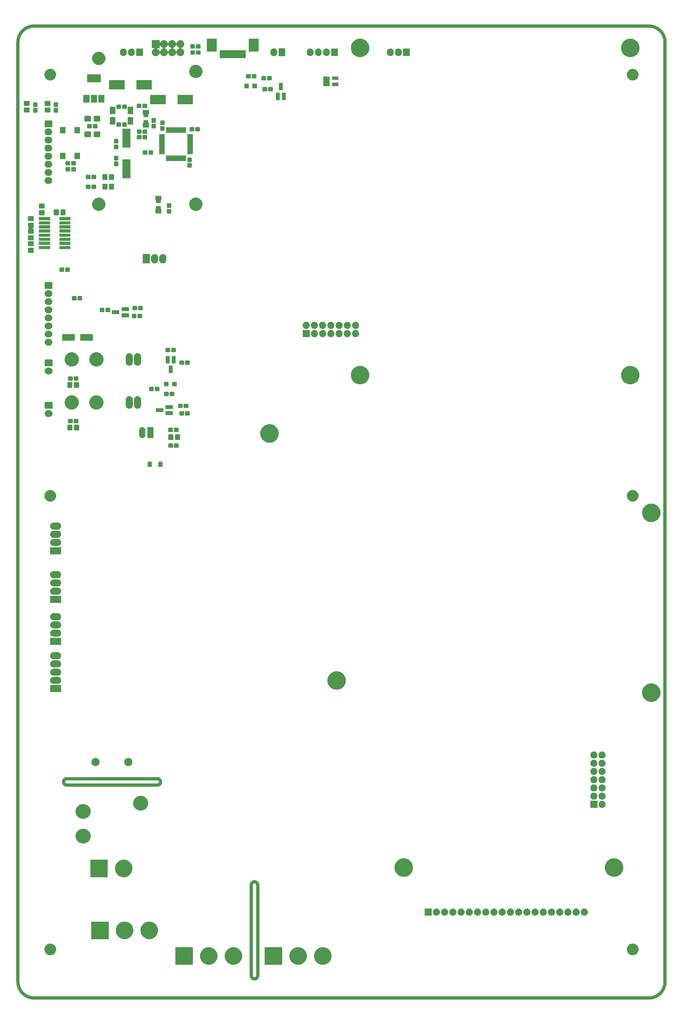
<source format=gts>
G04 #@! TF.GenerationSoftware,KiCad,Pcbnew,5.0.2-bee76a0~70~ubuntu18.04.1*
G04 #@! TF.CreationDate,2018-11-29T20:18:27+08:00*
G04 #@! TF.ProjectId,backplane,6261636b-706c-4616-9e65-2e6b69636164,rev?*
G04 #@! TF.SameCoordinates,Original*
G04 #@! TF.FileFunction,Soldermask,Top*
G04 #@! TF.FilePolarity,Negative*
%FSLAX46Y46*%
G04 Gerber Fmt 4.6, Leading zero omitted, Abs format (unit mm)*
G04 Created by KiCad (PCBNEW 5.0.2-bee76a0~70~ubuntu18.04.1) date Thursday, November 29, 2018 PM08:18:27 HKT*
%MOMM*%
%LPD*%
G01*
G04 APERTURE LIST*
%ADD10C,1.000000*%
%ADD11C,0.020000*%
G04 APERTURE END LIST*
D10*
X73110000Y-264100000D02*
G75*
G02X74110000Y-265100000I0J-1000000D01*
G01*
X73109999Y-294100001D02*
G75*
G02X72110000Y-293100000I1J1000000D01*
G01*
X72110000Y-293100000D02*
X72110000Y-265100000D01*
X74110000Y-265100000D02*
X74110000Y-293100000D01*
X74109998Y-293100001D02*
G75*
G02X73110000Y-294099999I-999998J0D01*
G01*
X72110000Y-265100000D02*
G75*
G02X73110000Y-264100000I1000000J0D01*
G01*
X15100000Y-234300000D02*
G75*
G02X14100000Y-233300000I0J1000000D01*
G01*
X14100000Y-233300000D02*
G75*
G02X15100000Y-232300000I1000000J0D01*
G01*
X44100000Y-233300000D02*
G75*
G02X43100000Y-234300000I-1000000J0D01*
G01*
X43100000Y-232300000D02*
G75*
G02X44100000Y-233300000I0J-1000000D01*
G01*
X43100000Y-234300000D02*
X15100000Y-234300000D01*
X15100000Y-232300000D02*
X43100000Y-232300000D01*
X0Y-5000000D02*
G75*
G02X5000000Y0I5000000J0D01*
G01*
X195000000Y0D02*
G75*
G02X200000000Y-5000000I0J-5000000D01*
G01*
X200000000Y-295000000D02*
G75*
G02X195000000Y-300000000I-5000000J0D01*
G01*
X5000000Y-300000000D02*
G75*
G02X0Y-295000000I0J5000000D01*
G01*
X0Y-5000000D02*
X0Y-295000000D01*
X5000000Y-300000000D02*
X195000000Y-300000000D01*
X200000000Y-5000000D02*
X200000000Y-295000000D01*
X5000000Y0D02*
X195000000Y0D01*
D11*
G36*
X81694000Y-289720000D02*
X76294000Y-289720000D01*
X76294000Y-284320000D01*
X81694000Y-284320000D01*
X81694000Y-289720000D01*
X81694000Y-289720000D01*
G37*
G36*
X87401560Y-284423759D02*
X87892928Y-284627290D01*
X87892930Y-284627291D01*
X88185401Y-284822714D01*
X88335153Y-284922775D01*
X88711225Y-285298847D01*
X89006710Y-285741072D01*
X89210241Y-286232440D01*
X89314000Y-286754072D01*
X89314000Y-287285928D01*
X89210241Y-287807560D01*
X89006710Y-288298928D01*
X88711225Y-288741153D01*
X88335153Y-289117225D01*
X88335150Y-289117227D01*
X87892930Y-289412709D01*
X87892929Y-289412710D01*
X87892928Y-289412710D01*
X87401560Y-289616241D01*
X86879928Y-289720000D01*
X86348072Y-289720000D01*
X85826440Y-289616241D01*
X85335072Y-289412710D01*
X85335071Y-289412710D01*
X85335070Y-289412709D01*
X84892850Y-289117227D01*
X84892847Y-289117225D01*
X84516775Y-288741153D01*
X84221290Y-288298928D01*
X84017759Y-287807560D01*
X83914000Y-287285928D01*
X83914000Y-286754072D01*
X84017759Y-286232440D01*
X84221290Y-285741072D01*
X84516775Y-285298847D01*
X84892847Y-284922775D01*
X85042599Y-284822714D01*
X85335070Y-284627291D01*
X85335072Y-284627290D01*
X85826440Y-284423759D01*
X86348072Y-284320000D01*
X86879928Y-284320000D01*
X87401560Y-284423759D01*
X87401560Y-284423759D01*
G37*
G36*
X54063998Y-289720000D02*
X48663998Y-289720000D01*
X48663998Y-284320000D01*
X54063998Y-284320000D01*
X54063998Y-289720000D01*
X54063998Y-289720000D01*
G37*
G36*
X59771558Y-284423759D02*
X60262926Y-284627290D01*
X60262928Y-284627291D01*
X60555399Y-284822714D01*
X60705151Y-284922775D01*
X61081223Y-285298847D01*
X61376708Y-285741072D01*
X61580239Y-286232440D01*
X61683998Y-286754072D01*
X61683998Y-287285928D01*
X61580239Y-287807560D01*
X61376708Y-288298928D01*
X61081223Y-288741153D01*
X60705151Y-289117225D01*
X60705148Y-289117227D01*
X60262928Y-289412709D01*
X60262927Y-289412710D01*
X60262926Y-289412710D01*
X59771558Y-289616241D01*
X59249926Y-289720000D01*
X58718070Y-289720000D01*
X58196438Y-289616241D01*
X57705070Y-289412710D01*
X57705069Y-289412710D01*
X57705068Y-289412709D01*
X57262848Y-289117227D01*
X57262845Y-289117225D01*
X56886773Y-288741153D01*
X56591288Y-288298928D01*
X56387757Y-287807560D01*
X56283998Y-287285928D01*
X56283998Y-286754072D01*
X56387757Y-286232440D01*
X56591288Y-285741072D01*
X56886773Y-285298847D01*
X57262845Y-284922775D01*
X57412597Y-284822714D01*
X57705068Y-284627291D01*
X57705070Y-284627290D01*
X58196438Y-284423759D01*
X58718070Y-284320000D01*
X59249926Y-284320000D01*
X59771558Y-284423759D01*
X59771558Y-284423759D01*
G37*
G36*
X95021560Y-284423759D02*
X95512928Y-284627290D01*
X95512930Y-284627291D01*
X95805401Y-284822714D01*
X95955153Y-284922775D01*
X96331225Y-285298847D01*
X96626710Y-285741072D01*
X96830241Y-286232440D01*
X96934000Y-286754072D01*
X96934000Y-287285928D01*
X96830241Y-287807560D01*
X96626710Y-288298928D01*
X96331225Y-288741153D01*
X95955153Y-289117225D01*
X95955150Y-289117227D01*
X95512930Y-289412709D01*
X95512929Y-289412710D01*
X95512928Y-289412710D01*
X95021560Y-289616241D01*
X94499928Y-289720000D01*
X93968072Y-289720000D01*
X93446440Y-289616241D01*
X92955072Y-289412710D01*
X92955071Y-289412710D01*
X92955070Y-289412709D01*
X92512850Y-289117227D01*
X92512847Y-289117225D01*
X92136775Y-288741153D01*
X91841290Y-288298928D01*
X91637759Y-287807560D01*
X91534000Y-287285928D01*
X91534000Y-286754072D01*
X91637759Y-286232440D01*
X91841290Y-285741072D01*
X92136775Y-285298847D01*
X92512847Y-284922775D01*
X92662599Y-284822714D01*
X92955070Y-284627291D01*
X92955072Y-284627290D01*
X93446440Y-284423759D01*
X93968072Y-284320000D01*
X94499928Y-284320000D01*
X95021560Y-284423759D01*
X95021560Y-284423759D01*
G37*
G36*
X67391558Y-284423759D02*
X67882926Y-284627290D01*
X67882928Y-284627291D01*
X68175399Y-284822714D01*
X68325151Y-284922775D01*
X68701223Y-285298847D01*
X68996708Y-285741072D01*
X69200239Y-286232440D01*
X69303998Y-286754072D01*
X69303998Y-287285928D01*
X69200239Y-287807560D01*
X68996708Y-288298928D01*
X68701223Y-288741153D01*
X68325151Y-289117225D01*
X68325148Y-289117227D01*
X67882928Y-289412709D01*
X67882927Y-289412710D01*
X67882926Y-289412710D01*
X67391558Y-289616241D01*
X66869926Y-289720000D01*
X66338070Y-289720000D01*
X65816438Y-289616241D01*
X65325070Y-289412710D01*
X65325069Y-289412710D01*
X65325068Y-289412709D01*
X64882848Y-289117227D01*
X64882845Y-289117225D01*
X64506773Y-288741153D01*
X64211288Y-288298928D01*
X64007757Y-287807560D01*
X63903998Y-287285928D01*
X63903998Y-286754072D01*
X64007757Y-286232440D01*
X64211288Y-285741072D01*
X64506773Y-285298847D01*
X64882845Y-284922775D01*
X65032597Y-284822714D01*
X65325068Y-284627291D01*
X65325070Y-284627290D01*
X65816438Y-284423759D01*
X66338070Y-284320000D01*
X66869926Y-284320000D01*
X67391558Y-284423759D01*
X67391558Y-284423759D01*
G37*
G36*
X190409122Y-283246115D02*
X190525041Y-283269173D01*
X190852620Y-283404861D01*
X191143511Y-283599228D01*
X191147436Y-283601851D01*
X191398149Y-283852564D01*
X191398151Y-283852567D01*
X191595139Y-284147380D01*
X191709620Y-284423760D01*
X191730827Y-284474960D01*
X191800000Y-284822714D01*
X191800000Y-285177286D01*
X191730827Y-285525040D01*
X191595140Y-285852618D01*
X191398149Y-286147436D01*
X191147436Y-286398149D01*
X191147433Y-286398151D01*
X190852620Y-286595139D01*
X190525041Y-286730827D01*
X190409122Y-286753885D01*
X190177286Y-286800000D01*
X189822714Y-286800000D01*
X189590878Y-286753885D01*
X189474959Y-286730827D01*
X189147380Y-286595139D01*
X188852567Y-286398151D01*
X188852564Y-286398149D01*
X188601851Y-286147436D01*
X188404860Y-285852618D01*
X188269173Y-285525040D01*
X188200000Y-285177286D01*
X188200000Y-284822714D01*
X188269173Y-284474960D01*
X188290381Y-284423760D01*
X188404861Y-284147380D01*
X188601849Y-283852567D01*
X188601851Y-283852564D01*
X188852564Y-283601851D01*
X188856489Y-283599228D01*
X189147380Y-283404861D01*
X189474959Y-283269173D01*
X189590878Y-283246115D01*
X189822714Y-283200000D01*
X190177286Y-283200000D01*
X190409122Y-283246115D01*
X190409122Y-283246115D01*
G37*
G36*
X10409122Y-283246115D02*
X10525041Y-283269173D01*
X10852620Y-283404861D01*
X11143511Y-283599228D01*
X11147436Y-283601851D01*
X11398149Y-283852564D01*
X11398151Y-283852567D01*
X11595139Y-284147380D01*
X11709620Y-284423760D01*
X11730827Y-284474960D01*
X11800000Y-284822714D01*
X11800000Y-285177286D01*
X11730827Y-285525040D01*
X11595140Y-285852618D01*
X11398149Y-286147436D01*
X11147436Y-286398149D01*
X11147433Y-286398151D01*
X10852620Y-286595139D01*
X10525041Y-286730827D01*
X10409122Y-286753885D01*
X10177286Y-286800000D01*
X9822714Y-286800000D01*
X9590878Y-286753885D01*
X9474959Y-286730827D01*
X9147380Y-286595139D01*
X8852567Y-286398151D01*
X8852564Y-286398149D01*
X8601851Y-286147436D01*
X8404860Y-285852618D01*
X8269173Y-285525040D01*
X8200000Y-285177286D01*
X8200000Y-284822714D01*
X8269173Y-284474960D01*
X8290381Y-284423760D01*
X8404861Y-284147380D01*
X8601849Y-283852567D01*
X8601851Y-283852564D01*
X8852564Y-283601851D01*
X8856489Y-283599228D01*
X9147380Y-283404861D01*
X9474959Y-283269173D01*
X9590878Y-283246115D01*
X9822714Y-283200000D01*
X10177286Y-283200000D01*
X10409122Y-283246115D01*
X10409122Y-283246115D01*
G37*
G36*
X41383560Y-276533759D02*
X41874928Y-276737290D01*
X41874930Y-276737291D01*
X42311268Y-277028843D01*
X42317153Y-277032775D01*
X42693225Y-277408847D01*
X42988710Y-277851072D01*
X43192241Y-278342440D01*
X43296000Y-278864072D01*
X43296000Y-279395928D01*
X43192241Y-279917560D01*
X42988710Y-280408928D01*
X42693225Y-280851153D01*
X42317153Y-281227225D01*
X42317150Y-281227227D01*
X41874930Y-281522709D01*
X41874929Y-281522710D01*
X41874928Y-281522710D01*
X41383560Y-281726241D01*
X40861928Y-281830000D01*
X40330072Y-281830000D01*
X39808440Y-281726241D01*
X39317072Y-281522710D01*
X39317071Y-281522710D01*
X39317070Y-281522709D01*
X38874850Y-281227227D01*
X38874847Y-281227225D01*
X38498775Y-280851153D01*
X38203290Y-280408928D01*
X37999759Y-279917560D01*
X37896000Y-279395928D01*
X37896000Y-278864072D01*
X37999759Y-278342440D01*
X38203290Y-277851072D01*
X38498775Y-277408847D01*
X38874847Y-277032775D01*
X38880732Y-277028843D01*
X39317070Y-276737291D01*
X39317072Y-276737290D01*
X39808440Y-276533759D01*
X40330072Y-276430000D01*
X40861928Y-276430000D01*
X41383560Y-276533759D01*
X41383560Y-276533759D01*
G37*
G36*
X28056000Y-281830000D02*
X22656000Y-281830000D01*
X22656000Y-276430000D01*
X28056000Y-276430000D01*
X28056000Y-281830000D01*
X28056000Y-281830000D01*
G37*
G36*
X33763560Y-276533759D02*
X34254928Y-276737290D01*
X34254930Y-276737291D01*
X34691268Y-277028843D01*
X34697153Y-277032775D01*
X35073225Y-277408847D01*
X35368710Y-277851072D01*
X35572241Y-278342440D01*
X35676000Y-278864072D01*
X35676000Y-279395928D01*
X35572241Y-279917560D01*
X35368710Y-280408928D01*
X35073225Y-280851153D01*
X34697153Y-281227225D01*
X34697150Y-281227227D01*
X34254930Y-281522709D01*
X34254929Y-281522710D01*
X34254928Y-281522710D01*
X33763560Y-281726241D01*
X33241928Y-281830000D01*
X32710072Y-281830000D01*
X32188440Y-281726241D01*
X31697072Y-281522710D01*
X31697071Y-281522710D01*
X31697070Y-281522709D01*
X31254850Y-281227227D01*
X31254847Y-281227225D01*
X30878775Y-280851153D01*
X30583290Y-280408928D01*
X30379759Y-279917560D01*
X30276000Y-279395928D01*
X30276000Y-278864072D01*
X30379759Y-278342440D01*
X30583290Y-277851072D01*
X30878775Y-277408847D01*
X31254847Y-277032775D01*
X31260732Y-277028843D01*
X31697070Y-276737291D01*
X31697072Y-276737290D01*
X32188440Y-276533759D01*
X32710072Y-276430000D01*
X33241928Y-276430000D01*
X33763560Y-276533759D01*
X33763560Y-276533759D01*
G37*
G36*
X137201637Y-272413916D02*
X137408984Y-272476815D01*
X137408986Y-272476816D01*
X137600082Y-272578958D01*
X137767579Y-272716419D01*
X137905040Y-272883916D01*
X138007182Y-273075012D01*
X138070082Y-273282362D01*
X138091320Y-273498000D01*
X138070082Y-273713638D01*
X138007182Y-273920988D01*
X137905040Y-274112084D01*
X137767579Y-274279581D01*
X137600082Y-274417042D01*
X137408986Y-274519184D01*
X137408984Y-274519185D01*
X137201637Y-274582084D01*
X137040036Y-274598000D01*
X136931960Y-274598000D01*
X136770359Y-274582084D01*
X136563012Y-274519185D01*
X136563010Y-274519184D01*
X136371914Y-274417042D01*
X136204417Y-274279581D01*
X136066956Y-274112084D01*
X135964814Y-273920988D01*
X135901914Y-273713638D01*
X135880676Y-273498000D01*
X135901914Y-273282362D01*
X135964814Y-273075012D01*
X136066956Y-272883916D01*
X136204417Y-272716419D01*
X136371914Y-272578958D01*
X136563010Y-272476816D01*
X136563012Y-272476815D01*
X136770359Y-272413916D01*
X136931960Y-272398000D01*
X137040036Y-272398000D01*
X137201637Y-272413916D01*
X137201637Y-272413916D01*
G37*
G36*
X127925998Y-274598000D02*
X125725998Y-274598000D01*
X125725998Y-272398000D01*
X127925998Y-272398000D01*
X127925998Y-274598000D01*
X127925998Y-274598000D01*
G37*
G36*
X129581637Y-272413916D02*
X129788984Y-272476815D01*
X129788986Y-272476816D01*
X129980082Y-272578958D01*
X130147579Y-272716419D01*
X130285040Y-272883916D01*
X130387182Y-273075012D01*
X130450082Y-273282362D01*
X130471320Y-273498000D01*
X130450082Y-273713638D01*
X130387182Y-273920988D01*
X130285040Y-274112084D01*
X130147579Y-274279581D01*
X129980082Y-274417042D01*
X129788986Y-274519184D01*
X129788984Y-274519185D01*
X129581637Y-274582084D01*
X129420036Y-274598000D01*
X129311960Y-274598000D01*
X129150359Y-274582084D01*
X128943012Y-274519185D01*
X128943010Y-274519184D01*
X128751914Y-274417042D01*
X128584417Y-274279581D01*
X128446956Y-274112084D01*
X128344814Y-273920988D01*
X128281914Y-273713638D01*
X128260676Y-273498000D01*
X128281914Y-273282362D01*
X128344814Y-273075012D01*
X128446956Y-272883916D01*
X128584417Y-272716419D01*
X128751914Y-272578958D01*
X128943010Y-272476816D01*
X128943012Y-272476815D01*
X129150359Y-272413916D01*
X129311960Y-272398000D01*
X129420036Y-272398000D01*
X129581637Y-272413916D01*
X129581637Y-272413916D01*
G37*
G36*
X132121637Y-272413916D02*
X132328984Y-272476815D01*
X132328986Y-272476816D01*
X132520082Y-272578958D01*
X132687579Y-272716419D01*
X132825040Y-272883916D01*
X132927182Y-273075012D01*
X132990082Y-273282362D01*
X133011320Y-273498000D01*
X132990082Y-273713638D01*
X132927182Y-273920988D01*
X132825040Y-274112084D01*
X132687579Y-274279581D01*
X132520082Y-274417042D01*
X132328986Y-274519184D01*
X132328984Y-274519185D01*
X132121637Y-274582084D01*
X131960036Y-274598000D01*
X131851960Y-274598000D01*
X131690359Y-274582084D01*
X131483012Y-274519185D01*
X131483010Y-274519184D01*
X131291914Y-274417042D01*
X131124417Y-274279581D01*
X130986956Y-274112084D01*
X130884814Y-273920988D01*
X130821914Y-273713638D01*
X130800676Y-273498000D01*
X130821914Y-273282362D01*
X130884814Y-273075012D01*
X130986956Y-272883916D01*
X131124417Y-272716419D01*
X131291914Y-272578958D01*
X131483010Y-272476816D01*
X131483012Y-272476815D01*
X131690359Y-272413916D01*
X131851960Y-272398000D01*
X131960036Y-272398000D01*
X132121637Y-272413916D01*
X132121637Y-272413916D01*
G37*
G36*
X134661637Y-272413916D02*
X134868984Y-272476815D01*
X134868986Y-272476816D01*
X135060082Y-272578958D01*
X135227579Y-272716419D01*
X135365040Y-272883916D01*
X135467182Y-273075012D01*
X135530082Y-273282362D01*
X135551320Y-273498000D01*
X135530082Y-273713638D01*
X135467182Y-273920988D01*
X135365040Y-274112084D01*
X135227579Y-274279581D01*
X135060082Y-274417042D01*
X134868986Y-274519184D01*
X134868984Y-274519185D01*
X134661637Y-274582084D01*
X134500036Y-274598000D01*
X134391960Y-274598000D01*
X134230359Y-274582084D01*
X134023012Y-274519185D01*
X134023010Y-274519184D01*
X133831914Y-274417042D01*
X133664417Y-274279581D01*
X133526956Y-274112084D01*
X133424814Y-273920988D01*
X133361914Y-273713638D01*
X133340676Y-273498000D01*
X133361914Y-273282362D01*
X133424814Y-273075012D01*
X133526956Y-272883916D01*
X133664417Y-272716419D01*
X133831914Y-272578958D01*
X134023010Y-272476816D01*
X134023012Y-272476815D01*
X134230359Y-272413916D01*
X134391960Y-272398000D01*
X134500036Y-272398000D01*
X134661637Y-272413916D01*
X134661637Y-272413916D01*
G37*
G36*
X139741637Y-272413916D02*
X139948984Y-272476815D01*
X139948986Y-272476816D01*
X140140082Y-272578958D01*
X140307579Y-272716419D01*
X140445040Y-272883916D01*
X140547182Y-273075012D01*
X140610082Y-273282362D01*
X140631320Y-273498000D01*
X140610082Y-273713638D01*
X140547182Y-273920988D01*
X140445040Y-274112084D01*
X140307579Y-274279581D01*
X140140082Y-274417042D01*
X139948986Y-274519184D01*
X139948984Y-274519185D01*
X139741637Y-274582084D01*
X139580036Y-274598000D01*
X139471960Y-274598000D01*
X139310359Y-274582084D01*
X139103012Y-274519185D01*
X139103010Y-274519184D01*
X138911914Y-274417042D01*
X138744417Y-274279581D01*
X138606956Y-274112084D01*
X138504814Y-273920988D01*
X138441914Y-273713638D01*
X138420676Y-273498000D01*
X138441914Y-273282362D01*
X138504814Y-273075012D01*
X138606956Y-272883916D01*
X138744417Y-272716419D01*
X138911914Y-272578958D01*
X139103010Y-272476816D01*
X139103012Y-272476815D01*
X139310359Y-272413916D01*
X139471960Y-272398000D01*
X139580036Y-272398000D01*
X139741637Y-272413916D01*
X139741637Y-272413916D01*
G37*
G36*
X142281637Y-272413916D02*
X142488984Y-272476815D01*
X142488986Y-272476816D01*
X142680082Y-272578958D01*
X142847579Y-272716419D01*
X142985040Y-272883916D01*
X143087182Y-273075012D01*
X143150082Y-273282362D01*
X143171320Y-273498000D01*
X143150082Y-273713638D01*
X143087182Y-273920988D01*
X142985040Y-274112084D01*
X142847579Y-274279581D01*
X142680082Y-274417042D01*
X142488986Y-274519184D01*
X142488984Y-274519185D01*
X142281637Y-274582084D01*
X142120036Y-274598000D01*
X142011960Y-274598000D01*
X141850359Y-274582084D01*
X141643012Y-274519185D01*
X141643010Y-274519184D01*
X141451914Y-274417042D01*
X141284417Y-274279581D01*
X141146956Y-274112084D01*
X141044814Y-273920988D01*
X140981914Y-273713638D01*
X140960676Y-273498000D01*
X140981914Y-273282362D01*
X141044814Y-273075012D01*
X141146956Y-272883916D01*
X141284417Y-272716419D01*
X141451914Y-272578958D01*
X141643010Y-272476816D01*
X141643012Y-272476815D01*
X141850359Y-272413916D01*
X142011960Y-272398000D01*
X142120036Y-272398000D01*
X142281637Y-272413916D01*
X142281637Y-272413916D01*
G37*
G36*
X144821637Y-272413916D02*
X145028984Y-272476815D01*
X145028986Y-272476816D01*
X145220082Y-272578958D01*
X145387579Y-272716419D01*
X145525040Y-272883916D01*
X145627182Y-273075012D01*
X145690082Y-273282362D01*
X145711320Y-273498000D01*
X145690082Y-273713638D01*
X145627182Y-273920988D01*
X145525040Y-274112084D01*
X145387579Y-274279581D01*
X145220082Y-274417042D01*
X145028986Y-274519184D01*
X145028984Y-274519185D01*
X144821637Y-274582084D01*
X144660036Y-274598000D01*
X144551960Y-274598000D01*
X144390359Y-274582084D01*
X144183012Y-274519185D01*
X144183010Y-274519184D01*
X143991914Y-274417042D01*
X143824417Y-274279581D01*
X143686956Y-274112084D01*
X143584814Y-273920988D01*
X143521914Y-273713638D01*
X143500676Y-273498000D01*
X143521914Y-273282362D01*
X143584814Y-273075012D01*
X143686956Y-272883916D01*
X143824417Y-272716419D01*
X143991914Y-272578958D01*
X144183010Y-272476816D01*
X144183012Y-272476815D01*
X144390359Y-272413916D01*
X144551960Y-272398000D01*
X144660036Y-272398000D01*
X144821637Y-272413916D01*
X144821637Y-272413916D01*
G37*
G36*
X147361637Y-272413916D02*
X147568984Y-272476815D01*
X147568986Y-272476816D01*
X147760082Y-272578958D01*
X147927579Y-272716419D01*
X148065040Y-272883916D01*
X148167182Y-273075012D01*
X148230082Y-273282362D01*
X148251320Y-273498000D01*
X148230082Y-273713638D01*
X148167182Y-273920988D01*
X148065040Y-274112084D01*
X147927579Y-274279581D01*
X147760082Y-274417042D01*
X147568986Y-274519184D01*
X147568984Y-274519185D01*
X147361637Y-274582084D01*
X147200036Y-274598000D01*
X147091960Y-274598000D01*
X146930359Y-274582084D01*
X146723012Y-274519185D01*
X146723010Y-274519184D01*
X146531914Y-274417042D01*
X146364417Y-274279581D01*
X146226956Y-274112084D01*
X146124814Y-273920988D01*
X146061914Y-273713638D01*
X146040676Y-273498000D01*
X146061914Y-273282362D01*
X146124814Y-273075012D01*
X146226956Y-272883916D01*
X146364417Y-272716419D01*
X146531914Y-272578958D01*
X146723010Y-272476816D01*
X146723012Y-272476815D01*
X146930359Y-272413916D01*
X147091960Y-272398000D01*
X147200036Y-272398000D01*
X147361637Y-272413916D01*
X147361637Y-272413916D01*
G37*
G36*
X149901637Y-272413916D02*
X150108984Y-272476815D01*
X150108986Y-272476816D01*
X150300082Y-272578958D01*
X150467579Y-272716419D01*
X150605040Y-272883916D01*
X150707182Y-273075012D01*
X150770082Y-273282362D01*
X150791320Y-273498000D01*
X150770082Y-273713638D01*
X150707182Y-273920988D01*
X150605040Y-274112084D01*
X150467579Y-274279581D01*
X150300082Y-274417042D01*
X150108986Y-274519184D01*
X150108984Y-274519185D01*
X149901637Y-274582084D01*
X149740036Y-274598000D01*
X149631960Y-274598000D01*
X149470359Y-274582084D01*
X149263012Y-274519185D01*
X149263010Y-274519184D01*
X149071914Y-274417042D01*
X148904417Y-274279581D01*
X148766956Y-274112084D01*
X148664814Y-273920988D01*
X148601914Y-273713638D01*
X148580676Y-273498000D01*
X148601914Y-273282362D01*
X148664814Y-273075012D01*
X148766956Y-272883916D01*
X148904417Y-272716419D01*
X149071914Y-272578958D01*
X149263010Y-272476816D01*
X149263012Y-272476815D01*
X149470359Y-272413916D01*
X149631960Y-272398000D01*
X149740036Y-272398000D01*
X149901637Y-272413916D01*
X149901637Y-272413916D01*
G37*
G36*
X152441637Y-272413916D02*
X152648984Y-272476815D01*
X152648986Y-272476816D01*
X152840082Y-272578958D01*
X153007579Y-272716419D01*
X153145040Y-272883916D01*
X153247182Y-273075012D01*
X153310082Y-273282362D01*
X153331320Y-273498000D01*
X153310082Y-273713638D01*
X153247182Y-273920988D01*
X153145040Y-274112084D01*
X153007579Y-274279581D01*
X152840082Y-274417042D01*
X152648986Y-274519184D01*
X152648984Y-274519185D01*
X152441637Y-274582084D01*
X152280036Y-274598000D01*
X152171960Y-274598000D01*
X152010359Y-274582084D01*
X151803012Y-274519185D01*
X151803010Y-274519184D01*
X151611914Y-274417042D01*
X151444417Y-274279581D01*
X151306956Y-274112084D01*
X151204814Y-273920988D01*
X151141914Y-273713638D01*
X151120676Y-273498000D01*
X151141914Y-273282362D01*
X151204814Y-273075012D01*
X151306956Y-272883916D01*
X151444417Y-272716419D01*
X151611914Y-272578958D01*
X151803010Y-272476816D01*
X151803012Y-272476815D01*
X152010359Y-272413916D01*
X152171960Y-272398000D01*
X152280036Y-272398000D01*
X152441637Y-272413916D01*
X152441637Y-272413916D01*
G37*
G36*
X175301637Y-272413916D02*
X175508984Y-272476815D01*
X175508986Y-272476816D01*
X175700082Y-272578958D01*
X175867579Y-272716419D01*
X176005040Y-272883916D01*
X176107182Y-273075012D01*
X176170082Y-273282362D01*
X176191320Y-273498000D01*
X176170082Y-273713638D01*
X176107182Y-273920988D01*
X176005040Y-274112084D01*
X175867579Y-274279581D01*
X175700082Y-274417042D01*
X175508986Y-274519184D01*
X175508984Y-274519185D01*
X175301637Y-274582084D01*
X175140036Y-274598000D01*
X175031960Y-274598000D01*
X174870359Y-274582084D01*
X174663012Y-274519185D01*
X174663010Y-274519184D01*
X174471914Y-274417042D01*
X174304417Y-274279581D01*
X174166956Y-274112084D01*
X174064814Y-273920988D01*
X174001914Y-273713638D01*
X173980676Y-273498000D01*
X174001914Y-273282362D01*
X174064814Y-273075012D01*
X174166956Y-272883916D01*
X174304417Y-272716419D01*
X174471914Y-272578958D01*
X174663010Y-272476816D01*
X174663012Y-272476815D01*
X174870359Y-272413916D01*
X175031960Y-272398000D01*
X175140036Y-272398000D01*
X175301637Y-272413916D01*
X175301637Y-272413916D01*
G37*
G36*
X172761637Y-272413916D02*
X172968984Y-272476815D01*
X172968986Y-272476816D01*
X173160082Y-272578958D01*
X173327579Y-272716419D01*
X173465040Y-272883916D01*
X173567182Y-273075012D01*
X173630082Y-273282362D01*
X173651320Y-273498000D01*
X173630082Y-273713638D01*
X173567182Y-273920988D01*
X173465040Y-274112084D01*
X173327579Y-274279581D01*
X173160082Y-274417042D01*
X172968986Y-274519184D01*
X172968984Y-274519185D01*
X172761637Y-274582084D01*
X172600036Y-274598000D01*
X172491960Y-274598000D01*
X172330359Y-274582084D01*
X172123012Y-274519185D01*
X172123010Y-274519184D01*
X171931914Y-274417042D01*
X171764417Y-274279581D01*
X171626956Y-274112084D01*
X171524814Y-273920988D01*
X171461914Y-273713638D01*
X171440676Y-273498000D01*
X171461914Y-273282362D01*
X171524814Y-273075012D01*
X171626956Y-272883916D01*
X171764417Y-272716419D01*
X171931914Y-272578958D01*
X172123010Y-272476816D01*
X172123012Y-272476815D01*
X172330359Y-272413916D01*
X172491960Y-272398000D01*
X172600036Y-272398000D01*
X172761637Y-272413916D01*
X172761637Y-272413916D01*
G37*
G36*
X170221637Y-272413916D02*
X170428984Y-272476815D01*
X170428986Y-272476816D01*
X170620082Y-272578958D01*
X170787579Y-272716419D01*
X170925040Y-272883916D01*
X171027182Y-273075012D01*
X171090082Y-273282362D01*
X171111320Y-273498000D01*
X171090082Y-273713638D01*
X171027182Y-273920988D01*
X170925040Y-274112084D01*
X170787579Y-274279581D01*
X170620082Y-274417042D01*
X170428986Y-274519184D01*
X170428984Y-274519185D01*
X170221637Y-274582084D01*
X170060036Y-274598000D01*
X169951960Y-274598000D01*
X169790359Y-274582084D01*
X169583012Y-274519185D01*
X169583010Y-274519184D01*
X169391914Y-274417042D01*
X169224417Y-274279581D01*
X169086956Y-274112084D01*
X168984814Y-273920988D01*
X168921914Y-273713638D01*
X168900676Y-273498000D01*
X168921914Y-273282362D01*
X168984814Y-273075012D01*
X169086956Y-272883916D01*
X169224417Y-272716419D01*
X169391914Y-272578958D01*
X169583010Y-272476816D01*
X169583012Y-272476815D01*
X169790359Y-272413916D01*
X169951960Y-272398000D01*
X170060036Y-272398000D01*
X170221637Y-272413916D01*
X170221637Y-272413916D01*
G37*
G36*
X167681637Y-272413916D02*
X167888984Y-272476815D01*
X167888986Y-272476816D01*
X168080082Y-272578958D01*
X168247579Y-272716419D01*
X168385040Y-272883916D01*
X168487182Y-273075012D01*
X168550082Y-273282362D01*
X168571320Y-273498000D01*
X168550082Y-273713638D01*
X168487182Y-273920988D01*
X168385040Y-274112084D01*
X168247579Y-274279581D01*
X168080082Y-274417042D01*
X167888986Y-274519184D01*
X167888984Y-274519185D01*
X167681637Y-274582084D01*
X167520036Y-274598000D01*
X167411960Y-274598000D01*
X167250359Y-274582084D01*
X167043012Y-274519185D01*
X167043010Y-274519184D01*
X166851914Y-274417042D01*
X166684417Y-274279581D01*
X166546956Y-274112084D01*
X166444814Y-273920988D01*
X166381914Y-273713638D01*
X166360676Y-273498000D01*
X166381914Y-273282362D01*
X166444814Y-273075012D01*
X166546956Y-272883916D01*
X166684417Y-272716419D01*
X166851914Y-272578958D01*
X167043010Y-272476816D01*
X167043012Y-272476815D01*
X167250359Y-272413916D01*
X167411960Y-272398000D01*
X167520036Y-272398000D01*
X167681637Y-272413916D01*
X167681637Y-272413916D01*
G37*
G36*
X165141637Y-272413916D02*
X165348984Y-272476815D01*
X165348986Y-272476816D01*
X165540082Y-272578958D01*
X165707579Y-272716419D01*
X165845040Y-272883916D01*
X165947182Y-273075012D01*
X166010082Y-273282362D01*
X166031320Y-273498000D01*
X166010082Y-273713638D01*
X165947182Y-273920988D01*
X165845040Y-274112084D01*
X165707579Y-274279581D01*
X165540082Y-274417042D01*
X165348986Y-274519184D01*
X165348984Y-274519185D01*
X165141637Y-274582084D01*
X164980036Y-274598000D01*
X164871960Y-274598000D01*
X164710359Y-274582084D01*
X164503012Y-274519185D01*
X164503010Y-274519184D01*
X164311914Y-274417042D01*
X164144417Y-274279581D01*
X164006956Y-274112084D01*
X163904814Y-273920988D01*
X163841914Y-273713638D01*
X163820676Y-273498000D01*
X163841914Y-273282362D01*
X163904814Y-273075012D01*
X164006956Y-272883916D01*
X164144417Y-272716419D01*
X164311914Y-272578958D01*
X164503010Y-272476816D01*
X164503012Y-272476815D01*
X164710359Y-272413916D01*
X164871960Y-272398000D01*
X164980036Y-272398000D01*
X165141637Y-272413916D01*
X165141637Y-272413916D01*
G37*
G36*
X162601637Y-272413916D02*
X162808984Y-272476815D01*
X162808986Y-272476816D01*
X163000082Y-272578958D01*
X163167579Y-272716419D01*
X163305040Y-272883916D01*
X163407182Y-273075012D01*
X163470082Y-273282362D01*
X163491320Y-273498000D01*
X163470082Y-273713638D01*
X163407182Y-273920988D01*
X163305040Y-274112084D01*
X163167579Y-274279581D01*
X163000082Y-274417042D01*
X162808986Y-274519184D01*
X162808984Y-274519185D01*
X162601637Y-274582084D01*
X162440036Y-274598000D01*
X162331960Y-274598000D01*
X162170359Y-274582084D01*
X161963012Y-274519185D01*
X161963010Y-274519184D01*
X161771914Y-274417042D01*
X161604417Y-274279581D01*
X161466956Y-274112084D01*
X161364814Y-273920988D01*
X161301914Y-273713638D01*
X161280676Y-273498000D01*
X161301914Y-273282362D01*
X161364814Y-273075012D01*
X161466956Y-272883916D01*
X161604417Y-272716419D01*
X161771914Y-272578958D01*
X161963010Y-272476816D01*
X161963012Y-272476815D01*
X162170359Y-272413916D01*
X162331960Y-272398000D01*
X162440036Y-272398000D01*
X162601637Y-272413916D01*
X162601637Y-272413916D01*
G37*
G36*
X160061637Y-272413916D02*
X160268984Y-272476815D01*
X160268986Y-272476816D01*
X160460082Y-272578958D01*
X160627579Y-272716419D01*
X160765040Y-272883916D01*
X160867182Y-273075012D01*
X160930082Y-273282362D01*
X160951320Y-273498000D01*
X160930082Y-273713638D01*
X160867182Y-273920988D01*
X160765040Y-274112084D01*
X160627579Y-274279581D01*
X160460082Y-274417042D01*
X160268986Y-274519184D01*
X160268984Y-274519185D01*
X160061637Y-274582084D01*
X159900036Y-274598000D01*
X159791960Y-274598000D01*
X159630359Y-274582084D01*
X159423012Y-274519185D01*
X159423010Y-274519184D01*
X159231914Y-274417042D01*
X159064417Y-274279581D01*
X158926956Y-274112084D01*
X158824814Y-273920988D01*
X158761914Y-273713638D01*
X158740676Y-273498000D01*
X158761914Y-273282362D01*
X158824814Y-273075012D01*
X158926956Y-272883916D01*
X159064417Y-272716419D01*
X159231914Y-272578958D01*
X159423010Y-272476816D01*
X159423012Y-272476815D01*
X159630359Y-272413916D01*
X159791960Y-272398000D01*
X159900036Y-272398000D01*
X160061637Y-272413916D01*
X160061637Y-272413916D01*
G37*
G36*
X157521637Y-272413916D02*
X157728984Y-272476815D01*
X157728986Y-272476816D01*
X157920082Y-272578958D01*
X158087579Y-272716419D01*
X158225040Y-272883916D01*
X158327182Y-273075012D01*
X158390082Y-273282362D01*
X158411320Y-273498000D01*
X158390082Y-273713638D01*
X158327182Y-273920988D01*
X158225040Y-274112084D01*
X158087579Y-274279581D01*
X157920082Y-274417042D01*
X157728986Y-274519184D01*
X157728984Y-274519185D01*
X157521637Y-274582084D01*
X157360036Y-274598000D01*
X157251960Y-274598000D01*
X157090359Y-274582084D01*
X156883012Y-274519185D01*
X156883010Y-274519184D01*
X156691914Y-274417042D01*
X156524417Y-274279581D01*
X156386956Y-274112084D01*
X156284814Y-273920988D01*
X156221914Y-273713638D01*
X156200676Y-273498000D01*
X156221914Y-273282362D01*
X156284814Y-273075012D01*
X156386956Y-272883916D01*
X156524417Y-272716419D01*
X156691914Y-272578958D01*
X156883010Y-272476816D01*
X156883012Y-272476815D01*
X157090359Y-272413916D01*
X157251960Y-272398000D01*
X157360036Y-272398000D01*
X157521637Y-272413916D01*
X157521637Y-272413916D01*
G37*
G36*
X154981637Y-272413916D02*
X155188984Y-272476815D01*
X155188986Y-272476816D01*
X155380082Y-272578958D01*
X155547579Y-272716419D01*
X155685040Y-272883916D01*
X155787182Y-273075012D01*
X155850082Y-273282362D01*
X155871320Y-273498000D01*
X155850082Y-273713638D01*
X155787182Y-273920988D01*
X155685040Y-274112084D01*
X155547579Y-274279581D01*
X155380082Y-274417042D01*
X155188986Y-274519184D01*
X155188984Y-274519185D01*
X154981637Y-274582084D01*
X154820036Y-274598000D01*
X154711960Y-274598000D01*
X154550359Y-274582084D01*
X154343012Y-274519185D01*
X154343010Y-274519184D01*
X154151914Y-274417042D01*
X153984417Y-274279581D01*
X153846956Y-274112084D01*
X153744814Y-273920988D01*
X153681914Y-273713638D01*
X153660676Y-273498000D01*
X153681914Y-273282362D01*
X153744814Y-273075012D01*
X153846956Y-272883916D01*
X153984417Y-272716419D01*
X154151914Y-272578958D01*
X154343010Y-272476816D01*
X154343012Y-272476815D01*
X154550359Y-272413916D01*
X154711960Y-272398000D01*
X154820036Y-272398000D01*
X154981637Y-272413916D01*
X154981637Y-272413916D01*
G37*
G36*
X27790000Y-262700000D02*
X22390000Y-262700000D01*
X22390000Y-257300000D01*
X27790000Y-257300000D01*
X27790000Y-262700000D01*
X27790000Y-262700000D01*
G37*
G36*
X33497560Y-257403759D02*
X33988928Y-257607290D01*
X33988930Y-257607291D01*
X34425268Y-257898843D01*
X34431153Y-257902775D01*
X34807225Y-258278847D01*
X34807227Y-258278850D01*
X34888190Y-258400019D01*
X35102710Y-258721072D01*
X35306241Y-259212440D01*
X35410000Y-259734072D01*
X35410000Y-260265928D01*
X35306241Y-260787560D01*
X35102710Y-261278928D01*
X34807225Y-261721153D01*
X34431153Y-262097225D01*
X34431150Y-262097227D01*
X33988930Y-262392709D01*
X33988929Y-262392710D01*
X33988928Y-262392710D01*
X33497560Y-262596241D01*
X32975928Y-262700000D01*
X32444072Y-262700000D01*
X31922440Y-262596241D01*
X31431072Y-262392710D01*
X31431071Y-262392710D01*
X31431070Y-262392709D01*
X30988850Y-262097227D01*
X30988847Y-262097225D01*
X30612775Y-261721153D01*
X30317290Y-261278928D01*
X30113759Y-260787560D01*
X30010000Y-260265928D01*
X30010000Y-259734072D01*
X30113759Y-259212440D01*
X30317290Y-258721072D01*
X30531811Y-258400019D01*
X30612773Y-258278850D01*
X30612775Y-258278847D01*
X30988847Y-257902775D01*
X30994732Y-257898843D01*
X31431070Y-257607291D01*
X31431072Y-257607290D01*
X31922440Y-257403759D01*
X32444072Y-257300000D01*
X32975928Y-257300000D01*
X33497560Y-257403759D01*
X33497560Y-257403759D01*
G37*
G36*
X120081312Y-257009523D02*
X120599982Y-257224363D01*
X121066772Y-257536262D01*
X121463738Y-257933228D01*
X121775637Y-258400018D01*
X121990477Y-258918688D01*
X122100000Y-259469298D01*
X122100000Y-260030702D01*
X121990477Y-260581312D01*
X121775637Y-261099982D01*
X121463738Y-261566772D01*
X121066772Y-261963738D01*
X120599982Y-262275637D01*
X120081312Y-262490477D01*
X119530702Y-262600000D01*
X118969298Y-262600000D01*
X118418688Y-262490477D01*
X117900018Y-262275637D01*
X117433228Y-261963738D01*
X117036262Y-261566772D01*
X116724363Y-261099982D01*
X116509523Y-260581312D01*
X116400000Y-260030702D01*
X116400000Y-259469298D01*
X116509523Y-258918688D01*
X116724363Y-258400018D01*
X117036262Y-257933228D01*
X117433228Y-257536262D01*
X117900018Y-257224363D01*
X118418688Y-257009523D01*
X118969298Y-256900000D01*
X119530702Y-256900000D01*
X120081312Y-257009523D01*
X120081312Y-257009523D01*
G37*
G36*
X185081310Y-257009523D02*
X185599980Y-257224363D01*
X186066770Y-257536262D01*
X186463736Y-257933228D01*
X186775635Y-258400018D01*
X186990475Y-258918688D01*
X187099998Y-259469298D01*
X187099998Y-260030702D01*
X186990475Y-260581312D01*
X186775635Y-261099982D01*
X186463736Y-261566772D01*
X186066770Y-261963738D01*
X185599980Y-262275637D01*
X185081310Y-262490477D01*
X184530700Y-262600000D01*
X183969296Y-262600000D01*
X183418686Y-262490477D01*
X182900016Y-262275637D01*
X182433226Y-261963738D01*
X182036260Y-261566772D01*
X181724361Y-261099982D01*
X181509521Y-260581312D01*
X181399998Y-260030702D01*
X181399998Y-259469298D01*
X181509521Y-258918688D01*
X181724361Y-258400018D01*
X182036260Y-257933228D01*
X182433226Y-257536262D01*
X182900016Y-257224363D01*
X183418686Y-257009523D01*
X183969296Y-256900000D01*
X184530700Y-256900000D01*
X185081310Y-257009523D01*
X185081310Y-257009523D01*
G37*
G36*
X20839113Y-247806272D02*
X21257329Y-247979503D01*
X21633718Y-248230998D01*
X21953802Y-248551082D01*
X22205297Y-248927471D01*
X22378528Y-249345687D01*
X22466840Y-249789661D01*
X22466840Y-250242339D01*
X22378528Y-250686313D01*
X22205297Y-251104529D01*
X21953802Y-251480918D01*
X21633718Y-251801002D01*
X21257329Y-252052497D01*
X20839113Y-252225728D01*
X20395139Y-252314040D01*
X19942461Y-252314040D01*
X19498487Y-252225728D01*
X19080271Y-252052497D01*
X18703882Y-251801002D01*
X18383798Y-251480918D01*
X18132303Y-251104529D01*
X17959072Y-250686313D01*
X17870760Y-250242339D01*
X17870760Y-249789661D01*
X17959072Y-249345687D01*
X18132303Y-248927471D01*
X18383798Y-248551082D01*
X18703882Y-248230998D01*
X19080271Y-247979503D01*
X19498487Y-247806272D01*
X19942461Y-247717960D01*
X20395139Y-247717960D01*
X20839113Y-247806272D01*
X20839113Y-247806272D01*
G37*
G36*
X20839113Y-240186272D02*
X21257329Y-240359503D01*
X21633718Y-240610998D01*
X21953802Y-240931082D01*
X22205297Y-241307471D01*
X22378528Y-241725687D01*
X22466840Y-242169661D01*
X22466840Y-242622339D01*
X22378528Y-243066313D01*
X22205297Y-243484529D01*
X21953802Y-243860918D01*
X21633718Y-244181002D01*
X21257329Y-244432497D01*
X20839113Y-244605728D01*
X20395139Y-244694040D01*
X19942461Y-244694040D01*
X19498487Y-244605728D01*
X19080271Y-244432497D01*
X18703882Y-244181002D01*
X18383798Y-243860918D01*
X18132303Y-243484529D01*
X17959072Y-243066313D01*
X17870760Y-242622339D01*
X17870760Y-242169661D01*
X17959072Y-241725687D01*
X18132303Y-241307471D01*
X18383798Y-240931082D01*
X18703882Y-240610998D01*
X19080271Y-240359503D01*
X19498487Y-240186272D01*
X19942461Y-240097960D01*
X20395139Y-240097960D01*
X20839113Y-240186272D01*
X20839113Y-240186272D01*
G37*
G36*
X38616941Y-237645051D02*
X38616943Y-237645052D01*
X38616944Y-237645052D01*
X39035392Y-237818378D01*
X39410283Y-238068873D01*
X39411987Y-238070012D01*
X39732248Y-238390273D01*
X39732250Y-238390276D01*
X39983882Y-238766868D01*
X40145030Y-239155916D01*
X40157209Y-239185319D01*
X40245570Y-239629536D01*
X40245570Y-240082464D01*
X40190463Y-240359504D01*
X40157208Y-240526684D01*
X39983882Y-240945132D01*
X39840951Y-241159042D01*
X39732248Y-241321727D01*
X39411987Y-241641988D01*
X39411984Y-241641990D01*
X39035392Y-241893622D01*
X38616944Y-242066948D01*
X38616943Y-242066948D01*
X38616941Y-242066949D01*
X38172724Y-242155310D01*
X37719796Y-242155310D01*
X37275579Y-242066949D01*
X37275577Y-242066948D01*
X37275576Y-242066948D01*
X36857128Y-241893622D01*
X36480536Y-241641990D01*
X36480533Y-241641988D01*
X36160272Y-241321727D01*
X36051569Y-241159042D01*
X35908638Y-240945132D01*
X35735312Y-240526684D01*
X35702058Y-240359504D01*
X35646950Y-240082464D01*
X35646950Y-239629536D01*
X35735311Y-239185319D01*
X35747490Y-239155916D01*
X35908638Y-238766868D01*
X36160270Y-238390276D01*
X36160272Y-238390273D01*
X36480533Y-238070012D01*
X36482237Y-238068873D01*
X36857128Y-237818378D01*
X37275576Y-237645052D01*
X37275577Y-237645052D01*
X37275579Y-237645051D01*
X37719796Y-237556690D01*
X38172724Y-237556690D01*
X38616941Y-237645051D01*
X38616941Y-237645051D01*
G37*
G36*
X179099998Y-241340000D02*
X176899998Y-241340000D01*
X176899998Y-239140000D01*
X179099998Y-239140000D01*
X179099998Y-241340000D01*
X179099998Y-241340000D01*
G37*
G36*
X180755637Y-239155916D02*
X180962984Y-239218815D01*
X180962986Y-239218816D01*
X181154082Y-239320958D01*
X181321579Y-239458419D01*
X181459040Y-239625916D01*
X181561182Y-239817012D01*
X181561183Y-239817014D01*
X181624082Y-240024361D01*
X181645320Y-240240000D01*
X181624082Y-240455639D01*
X181576954Y-240610998D01*
X181561182Y-240662988D01*
X181459040Y-240854084D01*
X181321579Y-241021581D01*
X181154082Y-241159042D01*
X180962986Y-241261184D01*
X180962984Y-241261185D01*
X180755637Y-241324084D01*
X180594036Y-241340000D01*
X180485960Y-241340000D01*
X180324359Y-241324084D01*
X180117012Y-241261185D01*
X180117010Y-241261184D01*
X179925914Y-241159042D01*
X179758417Y-241021581D01*
X179620956Y-240854084D01*
X179518814Y-240662988D01*
X179503043Y-240610998D01*
X179455914Y-240455639D01*
X179434676Y-240240000D01*
X179455914Y-240024361D01*
X179518813Y-239817014D01*
X179518814Y-239817012D01*
X179620956Y-239625916D01*
X179758417Y-239458419D01*
X179925914Y-239320958D01*
X180117010Y-239218816D01*
X180117012Y-239218815D01*
X180324359Y-239155916D01*
X180485960Y-239140000D01*
X180594036Y-239140000D01*
X180755637Y-239155916D01*
X180755637Y-239155916D01*
G37*
G36*
X178215637Y-236615916D02*
X178422984Y-236678815D01*
X178422986Y-236678816D01*
X178614082Y-236780958D01*
X178781579Y-236918419D01*
X178919040Y-237085916D01*
X179021182Y-237277012D01*
X179021183Y-237277014D01*
X179084082Y-237484361D01*
X179105320Y-237700000D01*
X179084082Y-237915639D01*
X179037253Y-238070012D01*
X179021182Y-238122988D01*
X178919040Y-238314084D01*
X178781579Y-238481581D01*
X178614082Y-238619042D01*
X178422986Y-238721184D01*
X178422984Y-238721185D01*
X178215637Y-238784084D01*
X178054036Y-238800000D01*
X177945960Y-238800000D01*
X177784359Y-238784084D01*
X177577012Y-238721185D01*
X177577010Y-238721184D01*
X177385914Y-238619042D01*
X177218417Y-238481581D01*
X177080956Y-238314084D01*
X176978814Y-238122988D01*
X176962744Y-238070012D01*
X176915914Y-237915639D01*
X176894676Y-237700000D01*
X176915914Y-237484361D01*
X176978813Y-237277014D01*
X176978814Y-237277012D01*
X177080956Y-237085916D01*
X177218417Y-236918419D01*
X177385914Y-236780958D01*
X177577010Y-236678816D01*
X177577012Y-236678815D01*
X177784359Y-236615916D01*
X177945960Y-236600000D01*
X178054036Y-236600000D01*
X178215637Y-236615916D01*
X178215637Y-236615916D01*
G37*
G36*
X180755637Y-236615916D02*
X180962984Y-236678815D01*
X180962986Y-236678816D01*
X181154082Y-236780958D01*
X181321579Y-236918419D01*
X181459040Y-237085916D01*
X181561182Y-237277012D01*
X181561183Y-237277014D01*
X181624082Y-237484361D01*
X181645320Y-237700000D01*
X181624082Y-237915639D01*
X181577253Y-238070012D01*
X181561182Y-238122988D01*
X181459040Y-238314084D01*
X181321579Y-238481581D01*
X181154082Y-238619042D01*
X180962986Y-238721184D01*
X180962984Y-238721185D01*
X180755637Y-238784084D01*
X180594036Y-238800000D01*
X180485960Y-238800000D01*
X180324359Y-238784084D01*
X180117012Y-238721185D01*
X180117010Y-238721184D01*
X179925914Y-238619042D01*
X179758417Y-238481581D01*
X179620956Y-238314084D01*
X179518814Y-238122988D01*
X179502744Y-238070012D01*
X179455914Y-237915639D01*
X179434676Y-237700000D01*
X179455914Y-237484361D01*
X179518813Y-237277014D01*
X179518814Y-237277012D01*
X179620956Y-237085916D01*
X179758417Y-236918419D01*
X179925914Y-236780958D01*
X180117010Y-236678816D01*
X180117012Y-236678815D01*
X180324359Y-236615916D01*
X180485960Y-236600000D01*
X180594036Y-236600000D01*
X180755637Y-236615916D01*
X180755637Y-236615916D01*
G37*
G36*
X178215637Y-234075916D02*
X178422984Y-234138815D01*
X178422986Y-234138816D01*
X178614082Y-234240958D01*
X178781579Y-234378419D01*
X178919040Y-234545916D01*
X179021182Y-234737012D01*
X179084082Y-234944362D01*
X179105320Y-235160000D01*
X179084082Y-235375638D01*
X179021182Y-235582988D01*
X178919040Y-235774084D01*
X178781579Y-235941581D01*
X178614082Y-236079042D01*
X178422986Y-236181184D01*
X178422984Y-236181185D01*
X178215637Y-236244084D01*
X178054036Y-236260000D01*
X177945960Y-236260000D01*
X177784359Y-236244084D01*
X177577012Y-236181185D01*
X177577010Y-236181184D01*
X177385914Y-236079042D01*
X177218417Y-235941581D01*
X177080956Y-235774084D01*
X176978814Y-235582988D01*
X176915914Y-235375638D01*
X176894676Y-235160000D01*
X176915914Y-234944362D01*
X176978814Y-234737012D01*
X177080956Y-234545916D01*
X177218417Y-234378419D01*
X177385914Y-234240958D01*
X177577010Y-234138816D01*
X177577012Y-234138815D01*
X177784359Y-234075916D01*
X177945960Y-234060000D01*
X178054036Y-234060000D01*
X178215637Y-234075916D01*
X178215637Y-234075916D01*
G37*
G36*
X180755637Y-234075916D02*
X180962984Y-234138815D01*
X180962986Y-234138816D01*
X181154082Y-234240958D01*
X181321579Y-234378419D01*
X181459040Y-234545916D01*
X181561182Y-234737012D01*
X181624082Y-234944362D01*
X181645320Y-235160000D01*
X181624082Y-235375638D01*
X181561182Y-235582988D01*
X181459040Y-235774084D01*
X181321579Y-235941581D01*
X181154082Y-236079042D01*
X180962986Y-236181184D01*
X180962984Y-236181185D01*
X180755637Y-236244084D01*
X180594036Y-236260000D01*
X180485960Y-236260000D01*
X180324359Y-236244084D01*
X180117012Y-236181185D01*
X180117010Y-236181184D01*
X179925914Y-236079042D01*
X179758417Y-235941581D01*
X179620956Y-235774084D01*
X179518814Y-235582988D01*
X179455914Y-235375638D01*
X179434676Y-235160000D01*
X179455914Y-234944362D01*
X179518814Y-234737012D01*
X179620956Y-234545916D01*
X179758417Y-234378419D01*
X179925914Y-234240958D01*
X180117010Y-234138816D01*
X180117012Y-234138815D01*
X180324359Y-234075916D01*
X180485960Y-234060000D01*
X180594036Y-234060000D01*
X180755637Y-234075916D01*
X180755637Y-234075916D01*
G37*
G36*
X180755637Y-231535916D02*
X180962984Y-231598815D01*
X180962986Y-231598816D01*
X181154082Y-231700958D01*
X181321579Y-231838419D01*
X181459040Y-232005916D01*
X181561182Y-232197012D01*
X181624082Y-232404362D01*
X181645320Y-232620000D01*
X181624082Y-232835638D01*
X181561182Y-233042988D01*
X181459040Y-233234084D01*
X181321579Y-233401581D01*
X181154082Y-233539042D01*
X180962986Y-233641184D01*
X180962984Y-233641185D01*
X180755637Y-233704084D01*
X180594036Y-233720000D01*
X180485960Y-233720000D01*
X180324359Y-233704084D01*
X180117012Y-233641185D01*
X180117010Y-233641184D01*
X179925914Y-233539042D01*
X179758417Y-233401581D01*
X179620956Y-233234084D01*
X179518814Y-233042988D01*
X179455914Y-232835638D01*
X179434676Y-232620000D01*
X179455914Y-232404362D01*
X179518814Y-232197012D01*
X179620956Y-232005916D01*
X179758417Y-231838419D01*
X179925914Y-231700958D01*
X180117010Y-231598816D01*
X180117012Y-231598815D01*
X180324359Y-231535916D01*
X180485960Y-231520000D01*
X180594036Y-231520000D01*
X180755637Y-231535916D01*
X180755637Y-231535916D01*
G37*
G36*
X178215637Y-231535916D02*
X178422984Y-231598815D01*
X178422986Y-231598816D01*
X178614082Y-231700958D01*
X178781579Y-231838419D01*
X178919040Y-232005916D01*
X179021182Y-232197012D01*
X179084082Y-232404362D01*
X179105320Y-232620000D01*
X179084082Y-232835638D01*
X179021182Y-233042988D01*
X178919040Y-233234084D01*
X178781579Y-233401581D01*
X178614082Y-233539042D01*
X178422986Y-233641184D01*
X178422984Y-233641185D01*
X178215637Y-233704084D01*
X178054036Y-233720000D01*
X177945960Y-233720000D01*
X177784359Y-233704084D01*
X177577012Y-233641185D01*
X177577010Y-233641184D01*
X177385914Y-233539042D01*
X177218417Y-233401581D01*
X177080956Y-233234084D01*
X176978814Y-233042988D01*
X176915914Y-232835638D01*
X176894676Y-232620000D01*
X176915914Y-232404362D01*
X176978814Y-232197012D01*
X177080956Y-232005916D01*
X177218417Y-231838419D01*
X177385914Y-231700958D01*
X177577010Y-231598816D01*
X177577012Y-231598815D01*
X177784359Y-231535916D01*
X177945960Y-231520000D01*
X178054036Y-231520000D01*
X178215637Y-231535916D01*
X178215637Y-231535916D01*
G37*
G36*
X178215637Y-228995916D02*
X178422984Y-229058815D01*
X178422986Y-229058816D01*
X178614082Y-229160958D01*
X178781579Y-229298419D01*
X178919040Y-229465916D01*
X179021182Y-229657012D01*
X179084082Y-229864362D01*
X179105320Y-230080000D01*
X179084082Y-230295638D01*
X179021182Y-230502988D01*
X178919040Y-230694084D01*
X178781579Y-230861581D01*
X178614082Y-230999042D01*
X178422986Y-231101184D01*
X178422984Y-231101185D01*
X178215637Y-231164084D01*
X178054036Y-231180000D01*
X177945960Y-231180000D01*
X177784359Y-231164084D01*
X177577012Y-231101185D01*
X177577010Y-231101184D01*
X177385914Y-230999042D01*
X177218417Y-230861581D01*
X177080956Y-230694084D01*
X176978814Y-230502988D01*
X176915914Y-230295638D01*
X176894676Y-230080000D01*
X176915914Y-229864362D01*
X176978814Y-229657012D01*
X177080956Y-229465916D01*
X177218417Y-229298419D01*
X177385914Y-229160958D01*
X177577010Y-229058816D01*
X177577012Y-229058815D01*
X177784359Y-228995916D01*
X177945960Y-228980000D01*
X178054036Y-228980000D01*
X178215637Y-228995916D01*
X178215637Y-228995916D01*
G37*
G36*
X180755637Y-228995916D02*
X180962984Y-229058815D01*
X180962986Y-229058816D01*
X181154082Y-229160958D01*
X181321579Y-229298419D01*
X181459040Y-229465916D01*
X181561182Y-229657012D01*
X181624082Y-229864362D01*
X181645320Y-230080000D01*
X181624082Y-230295638D01*
X181561182Y-230502988D01*
X181459040Y-230694084D01*
X181321579Y-230861581D01*
X181154082Y-230999042D01*
X180962986Y-231101184D01*
X180962984Y-231101185D01*
X180755637Y-231164084D01*
X180594036Y-231180000D01*
X180485960Y-231180000D01*
X180324359Y-231164084D01*
X180117012Y-231101185D01*
X180117010Y-231101184D01*
X179925914Y-230999042D01*
X179758417Y-230861581D01*
X179620956Y-230694084D01*
X179518814Y-230502988D01*
X179455914Y-230295638D01*
X179434676Y-230080000D01*
X179455914Y-229864362D01*
X179518814Y-229657012D01*
X179620956Y-229465916D01*
X179758417Y-229298419D01*
X179925914Y-229160958D01*
X180117010Y-229058816D01*
X180117012Y-229058815D01*
X180324359Y-228995916D01*
X180485960Y-228980000D01*
X180594036Y-228980000D01*
X180755637Y-228995916D01*
X180755637Y-228995916D01*
G37*
G36*
X178215637Y-226455916D02*
X178422984Y-226518815D01*
X178422986Y-226518816D01*
X178614082Y-226620958D01*
X178781579Y-226758419D01*
X178919040Y-226925916D01*
X178977625Y-227035522D01*
X179021183Y-227117014D01*
X179071098Y-227281559D01*
X179084082Y-227324362D01*
X179105320Y-227540000D01*
X179084082Y-227755638D01*
X179021182Y-227962988D01*
X178919040Y-228154084D01*
X178781579Y-228321581D01*
X178614082Y-228459042D01*
X178422986Y-228561184D01*
X178422984Y-228561185D01*
X178215637Y-228624084D01*
X178054036Y-228640000D01*
X177945960Y-228640000D01*
X177784359Y-228624084D01*
X177577012Y-228561185D01*
X177577010Y-228561184D01*
X177385914Y-228459042D01*
X177218417Y-228321581D01*
X177080956Y-228154084D01*
X176978814Y-227962988D01*
X176915914Y-227755638D01*
X176894676Y-227540000D01*
X176915914Y-227324362D01*
X176928898Y-227281559D01*
X176978813Y-227117014D01*
X177022371Y-227035522D01*
X177080956Y-226925916D01*
X177218417Y-226758419D01*
X177385914Y-226620958D01*
X177577010Y-226518816D01*
X177577012Y-226518815D01*
X177784359Y-226455916D01*
X177945960Y-226440000D01*
X178054036Y-226440000D01*
X178215637Y-226455916D01*
X178215637Y-226455916D01*
G37*
G36*
X180755637Y-226455916D02*
X180962984Y-226518815D01*
X180962986Y-226518816D01*
X181154082Y-226620958D01*
X181321579Y-226758419D01*
X181459040Y-226925916D01*
X181517625Y-227035522D01*
X181561183Y-227117014D01*
X181611098Y-227281559D01*
X181624082Y-227324362D01*
X181645320Y-227540000D01*
X181624082Y-227755638D01*
X181561182Y-227962988D01*
X181459040Y-228154084D01*
X181321579Y-228321581D01*
X181154082Y-228459042D01*
X180962986Y-228561184D01*
X180962984Y-228561185D01*
X180755637Y-228624084D01*
X180594036Y-228640000D01*
X180485960Y-228640000D01*
X180324359Y-228624084D01*
X180117012Y-228561185D01*
X180117010Y-228561184D01*
X179925914Y-228459042D01*
X179758417Y-228321581D01*
X179620956Y-228154084D01*
X179518814Y-227962988D01*
X179455914Y-227755638D01*
X179434676Y-227540000D01*
X179455914Y-227324362D01*
X179468898Y-227281559D01*
X179518813Y-227117014D01*
X179562371Y-227035522D01*
X179620956Y-226925916D01*
X179758417Y-226758419D01*
X179925914Y-226620958D01*
X180117010Y-226518816D01*
X180117012Y-226518815D01*
X180324359Y-226455916D01*
X180485960Y-226440000D01*
X180594036Y-226440000D01*
X180755637Y-226455916D01*
X180755637Y-226455916D01*
G37*
G36*
X34503123Y-225957519D02*
X34503125Y-225957520D01*
X34503126Y-225957520D01*
X34730433Y-226051673D01*
X34934083Y-226187748D01*
X34935007Y-226188365D01*
X35108975Y-226362333D01*
X35108977Y-226362336D01*
X35245667Y-226566907D01*
X35339820Y-226794214D01*
X35387820Y-227035522D01*
X35387820Y-227281558D01*
X35339820Y-227522866D01*
X35245667Y-227750173D01*
X35109592Y-227953823D01*
X35108975Y-227954747D01*
X34935007Y-228128715D01*
X34935004Y-228128717D01*
X34730433Y-228265407D01*
X34503126Y-228359560D01*
X34503125Y-228359560D01*
X34503123Y-228359561D01*
X34261819Y-228407560D01*
X34015781Y-228407560D01*
X33774477Y-228359561D01*
X33774475Y-228359560D01*
X33774474Y-228359560D01*
X33547167Y-228265407D01*
X33342596Y-228128717D01*
X33342593Y-228128715D01*
X33168625Y-227954747D01*
X33168008Y-227953823D01*
X33031933Y-227750173D01*
X32937780Y-227522866D01*
X32889780Y-227281558D01*
X32889780Y-227035522D01*
X32937780Y-226794214D01*
X33031933Y-226566907D01*
X33168623Y-226362336D01*
X33168625Y-226362333D01*
X33342593Y-226188365D01*
X33343517Y-226187748D01*
X33547167Y-226051673D01*
X33774474Y-225957520D01*
X33774475Y-225957520D01*
X33774477Y-225957519D01*
X34015781Y-225909520D01*
X34261819Y-225909520D01*
X34503123Y-225957519D01*
X34503123Y-225957519D01*
G37*
G36*
X24345663Y-225957519D02*
X24345665Y-225957520D01*
X24345666Y-225957520D01*
X24572973Y-226051673D01*
X24776623Y-226187748D01*
X24777547Y-226188365D01*
X24951515Y-226362333D01*
X24951517Y-226362336D01*
X25088207Y-226566907D01*
X25182360Y-226794214D01*
X25230360Y-227035522D01*
X25230360Y-227281558D01*
X25182360Y-227522866D01*
X25088207Y-227750173D01*
X24952132Y-227953823D01*
X24951515Y-227954747D01*
X24777547Y-228128715D01*
X24777544Y-228128717D01*
X24572973Y-228265407D01*
X24345666Y-228359560D01*
X24345665Y-228359560D01*
X24345663Y-228359561D01*
X24104359Y-228407560D01*
X23858321Y-228407560D01*
X23617017Y-228359561D01*
X23617015Y-228359560D01*
X23617014Y-228359560D01*
X23389707Y-228265407D01*
X23185136Y-228128717D01*
X23185133Y-228128715D01*
X23011165Y-227954747D01*
X23010548Y-227953823D01*
X22874473Y-227750173D01*
X22780320Y-227522866D01*
X22732320Y-227281558D01*
X22732320Y-227035522D01*
X22780320Y-226794214D01*
X22874473Y-226566907D01*
X23011163Y-226362336D01*
X23011165Y-226362333D01*
X23185133Y-226188365D01*
X23186057Y-226187748D01*
X23389707Y-226051673D01*
X23617014Y-225957520D01*
X23617015Y-225957520D01*
X23617017Y-225957519D01*
X23858321Y-225909520D01*
X24104359Y-225909520D01*
X24345663Y-225957519D01*
X24345663Y-225957519D01*
G37*
G36*
X178215637Y-223915916D02*
X178422984Y-223978815D01*
X178422986Y-223978816D01*
X178614082Y-224080958D01*
X178781579Y-224218419D01*
X178919040Y-224385916D01*
X179021182Y-224577012D01*
X179084082Y-224784362D01*
X179105320Y-225000000D01*
X179084082Y-225215638D01*
X179021182Y-225422988D01*
X178919040Y-225614084D01*
X178781579Y-225781581D01*
X178614082Y-225919042D01*
X178422986Y-226021184D01*
X178422984Y-226021185D01*
X178215637Y-226084084D01*
X178054036Y-226100000D01*
X177945960Y-226100000D01*
X177784359Y-226084084D01*
X177577012Y-226021185D01*
X177577010Y-226021184D01*
X177385914Y-225919042D01*
X177218417Y-225781581D01*
X177080956Y-225614084D01*
X176978814Y-225422988D01*
X176915914Y-225215638D01*
X176894676Y-225000000D01*
X176915914Y-224784362D01*
X176978814Y-224577012D01*
X177080956Y-224385916D01*
X177218417Y-224218419D01*
X177385914Y-224080958D01*
X177577010Y-223978816D01*
X177577012Y-223978815D01*
X177784359Y-223915916D01*
X177945960Y-223900000D01*
X178054036Y-223900000D01*
X178215637Y-223915916D01*
X178215637Y-223915916D01*
G37*
G36*
X180755637Y-223915916D02*
X180962984Y-223978815D01*
X180962986Y-223978816D01*
X181154082Y-224080958D01*
X181321579Y-224218419D01*
X181459040Y-224385916D01*
X181561182Y-224577012D01*
X181624082Y-224784362D01*
X181645320Y-225000000D01*
X181624082Y-225215638D01*
X181561182Y-225422988D01*
X181459040Y-225614084D01*
X181321579Y-225781581D01*
X181154082Y-225919042D01*
X180962986Y-226021184D01*
X180962984Y-226021185D01*
X180755637Y-226084084D01*
X180594036Y-226100000D01*
X180485960Y-226100000D01*
X180324359Y-226084084D01*
X180117012Y-226021185D01*
X180117010Y-226021184D01*
X179925914Y-225919042D01*
X179758417Y-225781581D01*
X179620956Y-225614084D01*
X179518814Y-225422988D01*
X179455914Y-225215638D01*
X179434676Y-225000000D01*
X179455914Y-224784362D01*
X179518814Y-224577012D01*
X179620956Y-224385916D01*
X179758417Y-224218419D01*
X179925914Y-224080958D01*
X180117010Y-223978816D01*
X180117012Y-223978815D01*
X180324359Y-223915916D01*
X180485960Y-223900000D01*
X180594036Y-223900000D01*
X180755637Y-223915916D01*
X180755637Y-223915916D01*
G37*
G36*
X196581312Y-203009523D02*
X197099982Y-203224363D01*
X197566772Y-203536262D01*
X197963738Y-203933228D01*
X198275637Y-204400018D01*
X198490477Y-204918688D01*
X198600000Y-205469298D01*
X198600000Y-206030702D01*
X198490477Y-206581312D01*
X198275637Y-207099982D01*
X197963738Y-207566772D01*
X197566772Y-207963738D01*
X197099982Y-208275637D01*
X196581312Y-208490477D01*
X196030702Y-208600000D01*
X195469298Y-208600000D01*
X194918688Y-208490477D01*
X194400018Y-208275637D01*
X193933228Y-207963738D01*
X193536262Y-207566772D01*
X193224363Y-207099982D01*
X193009523Y-206581312D01*
X192900000Y-206030702D01*
X192900000Y-205469298D01*
X193009523Y-204918688D01*
X193224363Y-204400018D01*
X193536262Y-203933228D01*
X193933228Y-203536262D01*
X194400018Y-203224363D01*
X194918688Y-203009523D01*
X195469298Y-202900000D01*
X196030702Y-202900000D01*
X196581312Y-203009523D01*
X196581312Y-203009523D01*
G37*
G36*
X13384000Y-205618000D02*
X9984000Y-205618000D01*
X9984000Y-203418000D01*
X13384000Y-203418000D01*
X13384000Y-205618000D01*
X13384000Y-205618000D01*
G37*
G36*
X99331312Y-199259523D02*
X99849982Y-199474363D01*
X100316772Y-199786262D01*
X100713738Y-200183228D01*
X101025637Y-200650018D01*
X101240477Y-201168688D01*
X101350000Y-201719298D01*
X101350000Y-202280702D01*
X101240477Y-202831312D01*
X101025637Y-203349982D01*
X100713738Y-203816772D01*
X100316772Y-204213738D01*
X99849982Y-204525637D01*
X99331312Y-204740477D01*
X98780702Y-204850000D01*
X98219298Y-204850000D01*
X97668688Y-204740477D01*
X97150018Y-204525637D01*
X96683228Y-204213738D01*
X96286262Y-203816772D01*
X95974363Y-203349982D01*
X95759523Y-202831312D01*
X95650000Y-202280702D01*
X95650000Y-201719298D01*
X95759523Y-201168688D01*
X95974363Y-200650018D01*
X96286262Y-200183228D01*
X96683228Y-199786262D01*
X97150018Y-199474363D01*
X97668688Y-199259523D01*
X98219298Y-199150000D01*
X98780702Y-199150000D01*
X99331312Y-199259523D01*
X99331312Y-199259523D01*
G37*
G36*
X12499639Y-200893916D02*
X12706986Y-200956815D01*
X12706988Y-200956816D01*
X12898084Y-201058958D01*
X13065581Y-201196419D01*
X13203042Y-201363916D01*
X13305184Y-201555012D01*
X13305185Y-201555014D01*
X13368084Y-201762361D01*
X13389322Y-201978000D01*
X13368084Y-202193639D01*
X13341674Y-202280701D01*
X13305184Y-202400988D01*
X13203042Y-202592084D01*
X13065581Y-202759581D01*
X12898084Y-202897042D01*
X12706988Y-202999184D01*
X12706986Y-202999185D01*
X12499639Y-203062084D01*
X12338038Y-203078000D01*
X11029962Y-203078000D01*
X10868361Y-203062084D01*
X10661014Y-202999185D01*
X10661012Y-202999184D01*
X10469916Y-202897042D01*
X10302419Y-202759581D01*
X10164958Y-202592084D01*
X10062816Y-202400988D01*
X10026327Y-202280701D01*
X9999916Y-202193639D01*
X9978678Y-201978000D01*
X9999916Y-201762361D01*
X10062815Y-201555014D01*
X10062816Y-201555012D01*
X10164958Y-201363916D01*
X10302419Y-201196419D01*
X10469916Y-201058958D01*
X10661012Y-200956816D01*
X10661014Y-200956815D01*
X10868361Y-200893916D01*
X11029962Y-200878000D01*
X12338038Y-200878000D01*
X12499639Y-200893916D01*
X12499639Y-200893916D01*
G37*
G36*
X12499639Y-198353916D02*
X12706986Y-198416815D01*
X12706988Y-198416816D01*
X12898084Y-198518958D01*
X13065581Y-198656419D01*
X13203042Y-198823916D01*
X13305184Y-199015012D01*
X13305185Y-199015014D01*
X13368084Y-199222361D01*
X13389322Y-199438000D01*
X13368084Y-199653639D01*
X13327853Y-199786262D01*
X13305184Y-199860988D01*
X13203042Y-200052084D01*
X13065581Y-200219581D01*
X12898084Y-200357042D01*
X12706988Y-200459184D01*
X12706986Y-200459185D01*
X12499639Y-200522084D01*
X12338038Y-200538000D01*
X11029962Y-200538000D01*
X10868361Y-200522084D01*
X10661014Y-200459185D01*
X10661012Y-200459184D01*
X10469916Y-200357042D01*
X10302419Y-200219581D01*
X10164958Y-200052084D01*
X10062816Y-199860988D01*
X10040148Y-199786262D01*
X9999916Y-199653639D01*
X9978678Y-199438000D01*
X9999916Y-199222361D01*
X10062815Y-199015014D01*
X10062816Y-199015012D01*
X10164958Y-198823916D01*
X10302419Y-198656419D01*
X10469916Y-198518958D01*
X10661012Y-198416816D01*
X10661014Y-198416815D01*
X10868361Y-198353916D01*
X11029962Y-198338000D01*
X12338038Y-198338000D01*
X12499639Y-198353916D01*
X12499639Y-198353916D01*
G37*
G36*
X12499639Y-195813916D02*
X12706986Y-195876815D01*
X12706988Y-195876816D01*
X12898084Y-195978958D01*
X13065581Y-196116419D01*
X13203042Y-196283916D01*
X13305184Y-196475012D01*
X13368084Y-196682362D01*
X13389322Y-196898000D01*
X13368084Y-197113638D01*
X13305184Y-197320988D01*
X13203042Y-197512084D01*
X13065581Y-197679581D01*
X12898084Y-197817042D01*
X12706988Y-197919184D01*
X12706986Y-197919185D01*
X12499639Y-197982084D01*
X12338038Y-197998000D01*
X11029962Y-197998000D01*
X10868361Y-197982084D01*
X10661014Y-197919185D01*
X10661012Y-197919184D01*
X10469916Y-197817042D01*
X10302419Y-197679581D01*
X10164958Y-197512084D01*
X10062816Y-197320988D01*
X9999916Y-197113638D01*
X9978678Y-196898000D01*
X9999916Y-196682362D01*
X10062816Y-196475012D01*
X10164958Y-196283916D01*
X10302419Y-196116419D01*
X10469916Y-195978958D01*
X10661012Y-195876816D01*
X10661014Y-195876815D01*
X10868361Y-195813916D01*
X11029962Y-195798000D01*
X12338038Y-195798000D01*
X12499639Y-195813916D01*
X12499639Y-195813916D01*
G37*
G36*
X12499639Y-193273916D02*
X12706986Y-193336815D01*
X12706988Y-193336816D01*
X12898084Y-193438958D01*
X13065581Y-193576419D01*
X13203042Y-193743916D01*
X13305184Y-193935012D01*
X13368084Y-194142362D01*
X13389322Y-194358000D01*
X13368084Y-194573638D01*
X13305184Y-194780988D01*
X13203042Y-194972084D01*
X13065581Y-195139581D01*
X12898084Y-195277042D01*
X12706988Y-195379184D01*
X12706986Y-195379185D01*
X12499639Y-195442084D01*
X12338038Y-195458000D01*
X11029962Y-195458000D01*
X10868361Y-195442084D01*
X10661014Y-195379185D01*
X10661012Y-195379184D01*
X10469916Y-195277042D01*
X10302419Y-195139581D01*
X10164958Y-194972084D01*
X10062816Y-194780988D01*
X9999916Y-194573638D01*
X9978678Y-194358000D01*
X9999916Y-194142362D01*
X10062816Y-193935012D01*
X10164958Y-193743916D01*
X10302419Y-193576419D01*
X10469916Y-193438958D01*
X10661012Y-193336816D01*
X10661014Y-193336815D01*
X10868361Y-193273916D01*
X11029962Y-193258000D01*
X12338038Y-193258000D01*
X12499639Y-193273916D01*
X12499639Y-193273916D01*
G37*
G36*
X13384000Y-191040000D02*
X9984000Y-191040000D01*
X9984000Y-188840000D01*
X13384000Y-188840000D01*
X13384000Y-191040000D01*
X13384000Y-191040000D01*
G37*
G36*
X12499639Y-186315916D02*
X12706986Y-186378815D01*
X12706988Y-186378816D01*
X12898084Y-186480958D01*
X13065581Y-186618419D01*
X13203042Y-186785916D01*
X13305184Y-186977012D01*
X13368084Y-187184362D01*
X13389322Y-187400000D01*
X13368084Y-187615638D01*
X13305184Y-187822988D01*
X13203042Y-188014084D01*
X13065581Y-188181581D01*
X12898084Y-188319042D01*
X12706988Y-188421184D01*
X12706986Y-188421185D01*
X12499639Y-188484084D01*
X12338038Y-188500000D01*
X11029962Y-188500000D01*
X10868361Y-188484084D01*
X10661014Y-188421185D01*
X10661012Y-188421184D01*
X10469916Y-188319042D01*
X10302419Y-188181581D01*
X10164958Y-188014084D01*
X10062816Y-187822988D01*
X9999916Y-187615638D01*
X9978678Y-187400000D01*
X9999916Y-187184362D01*
X10062816Y-186977012D01*
X10164958Y-186785916D01*
X10302419Y-186618419D01*
X10469916Y-186480958D01*
X10661012Y-186378816D01*
X10661014Y-186378815D01*
X10868361Y-186315916D01*
X11029962Y-186300000D01*
X12338038Y-186300000D01*
X12499639Y-186315916D01*
X12499639Y-186315916D01*
G37*
G36*
X12499639Y-183775916D02*
X12706986Y-183838815D01*
X12706988Y-183838816D01*
X12898084Y-183940958D01*
X13065581Y-184078419D01*
X13203042Y-184245916D01*
X13305184Y-184437012D01*
X13368084Y-184644362D01*
X13389322Y-184860000D01*
X13368084Y-185075638D01*
X13305184Y-185282988D01*
X13203042Y-185474084D01*
X13065581Y-185641581D01*
X12898084Y-185779042D01*
X12706988Y-185881184D01*
X12706986Y-185881185D01*
X12499639Y-185944084D01*
X12338038Y-185960000D01*
X11029962Y-185960000D01*
X10868361Y-185944084D01*
X10661014Y-185881185D01*
X10661012Y-185881184D01*
X10469916Y-185779042D01*
X10302419Y-185641581D01*
X10164958Y-185474084D01*
X10062816Y-185282988D01*
X9999916Y-185075638D01*
X9978678Y-184860000D01*
X9999916Y-184644362D01*
X10062816Y-184437012D01*
X10164958Y-184245916D01*
X10302419Y-184078419D01*
X10469916Y-183940958D01*
X10661012Y-183838816D01*
X10661014Y-183838815D01*
X10868361Y-183775916D01*
X11029962Y-183760000D01*
X12338038Y-183760000D01*
X12499639Y-183775916D01*
X12499639Y-183775916D01*
G37*
G36*
X12499639Y-181235916D02*
X12706986Y-181298815D01*
X12706988Y-181298816D01*
X12898084Y-181400958D01*
X13065581Y-181538419D01*
X13203042Y-181705916D01*
X13305184Y-181897012D01*
X13368084Y-182104362D01*
X13389322Y-182320000D01*
X13368084Y-182535638D01*
X13305184Y-182742988D01*
X13203042Y-182934084D01*
X13065581Y-183101581D01*
X12898084Y-183239042D01*
X12706988Y-183341184D01*
X12706986Y-183341185D01*
X12499639Y-183404084D01*
X12338038Y-183420000D01*
X11029962Y-183420000D01*
X10868361Y-183404084D01*
X10661014Y-183341185D01*
X10661012Y-183341184D01*
X10469916Y-183239042D01*
X10302419Y-183101581D01*
X10164958Y-182934084D01*
X10062816Y-182742988D01*
X9999916Y-182535638D01*
X9978678Y-182320000D01*
X9999916Y-182104362D01*
X10062816Y-181897012D01*
X10164958Y-181705916D01*
X10302419Y-181538419D01*
X10469916Y-181400958D01*
X10661012Y-181298816D01*
X10661014Y-181298815D01*
X10868361Y-181235916D01*
X11029962Y-181220000D01*
X12338038Y-181220000D01*
X12499639Y-181235916D01*
X12499639Y-181235916D01*
G37*
G36*
X13384000Y-178040000D02*
X9984000Y-178040000D01*
X9984000Y-175840000D01*
X13384000Y-175840000D01*
X13384000Y-178040000D01*
X13384000Y-178040000D01*
G37*
G36*
X12499639Y-173315916D02*
X12706986Y-173378815D01*
X12706988Y-173378816D01*
X12898084Y-173480958D01*
X13065581Y-173618419D01*
X13203042Y-173785916D01*
X13305184Y-173977012D01*
X13368084Y-174184362D01*
X13389322Y-174400000D01*
X13368084Y-174615638D01*
X13305184Y-174822988D01*
X13203042Y-175014084D01*
X13065581Y-175181581D01*
X12898084Y-175319042D01*
X12706988Y-175421184D01*
X12706986Y-175421185D01*
X12499639Y-175484084D01*
X12338038Y-175500000D01*
X11029962Y-175500000D01*
X10868361Y-175484084D01*
X10661014Y-175421185D01*
X10661012Y-175421184D01*
X10469916Y-175319042D01*
X10302419Y-175181581D01*
X10164958Y-175014084D01*
X10062816Y-174822988D01*
X9999916Y-174615638D01*
X9978678Y-174400000D01*
X9999916Y-174184362D01*
X10062816Y-173977012D01*
X10164958Y-173785916D01*
X10302419Y-173618419D01*
X10469916Y-173480958D01*
X10661012Y-173378816D01*
X10661014Y-173378815D01*
X10868361Y-173315916D01*
X11029962Y-173300000D01*
X12338038Y-173300000D01*
X12499639Y-173315916D01*
X12499639Y-173315916D01*
G37*
G36*
X12499639Y-170775916D02*
X12706986Y-170838815D01*
X12706988Y-170838816D01*
X12898084Y-170940958D01*
X13065581Y-171078419D01*
X13203042Y-171245916D01*
X13305184Y-171437012D01*
X13368084Y-171644362D01*
X13389322Y-171860000D01*
X13368084Y-172075638D01*
X13305184Y-172282988D01*
X13203042Y-172474084D01*
X13065581Y-172641581D01*
X12898084Y-172779042D01*
X12706988Y-172881184D01*
X12706986Y-172881185D01*
X12499639Y-172944084D01*
X12338038Y-172960000D01*
X11029962Y-172960000D01*
X10868361Y-172944084D01*
X10661014Y-172881185D01*
X10661012Y-172881184D01*
X10469916Y-172779042D01*
X10302419Y-172641581D01*
X10164958Y-172474084D01*
X10062816Y-172282988D01*
X9999916Y-172075638D01*
X9978678Y-171860000D01*
X9999916Y-171644362D01*
X10062816Y-171437012D01*
X10164958Y-171245916D01*
X10302419Y-171078419D01*
X10469916Y-170940958D01*
X10661012Y-170838816D01*
X10661014Y-170838815D01*
X10868361Y-170775916D01*
X11029962Y-170760000D01*
X12338038Y-170760000D01*
X12499639Y-170775916D01*
X12499639Y-170775916D01*
G37*
G36*
X12499639Y-168235916D02*
X12706986Y-168298815D01*
X12706988Y-168298816D01*
X12898084Y-168400958D01*
X13065581Y-168538419D01*
X13203042Y-168705916D01*
X13305184Y-168897012D01*
X13368084Y-169104362D01*
X13389322Y-169320000D01*
X13368084Y-169535638D01*
X13305184Y-169742988D01*
X13203042Y-169934084D01*
X13065581Y-170101581D01*
X12898084Y-170239042D01*
X12706988Y-170341184D01*
X12706986Y-170341185D01*
X12499639Y-170404084D01*
X12338038Y-170420000D01*
X11029962Y-170420000D01*
X10868361Y-170404084D01*
X10661014Y-170341185D01*
X10661012Y-170341184D01*
X10469916Y-170239042D01*
X10302419Y-170101581D01*
X10164958Y-169934084D01*
X10062816Y-169742988D01*
X9999916Y-169535638D01*
X9978678Y-169320000D01*
X9999916Y-169104362D01*
X10062816Y-168897012D01*
X10164958Y-168705916D01*
X10302419Y-168538419D01*
X10469916Y-168400958D01*
X10661012Y-168298816D01*
X10661014Y-168298815D01*
X10868361Y-168235916D01*
X11029962Y-168220000D01*
X12338038Y-168220000D01*
X12499639Y-168235916D01*
X12499639Y-168235916D01*
G37*
G36*
X13384000Y-163040000D02*
X9984000Y-163040000D01*
X9984000Y-160840000D01*
X13384000Y-160840000D01*
X13384000Y-163040000D01*
X13384000Y-163040000D01*
G37*
G36*
X12499639Y-158315916D02*
X12706986Y-158378815D01*
X12706988Y-158378816D01*
X12898084Y-158480958D01*
X13065581Y-158618419D01*
X13203042Y-158785916D01*
X13305184Y-158977012D01*
X13368084Y-159184362D01*
X13389322Y-159400000D01*
X13368084Y-159615638D01*
X13305184Y-159822988D01*
X13203042Y-160014084D01*
X13065581Y-160181581D01*
X12898084Y-160319042D01*
X12706988Y-160421184D01*
X12706986Y-160421185D01*
X12499639Y-160484084D01*
X12338038Y-160500000D01*
X11029962Y-160500000D01*
X10868361Y-160484084D01*
X10661014Y-160421185D01*
X10661012Y-160421184D01*
X10469916Y-160319042D01*
X10302419Y-160181581D01*
X10164958Y-160014084D01*
X10062816Y-159822988D01*
X9999916Y-159615638D01*
X9978678Y-159400000D01*
X9999916Y-159184362D01*
X10062816Y-158977012D01*
X10164958Y-158785916D01*
X10302419Y-158618419D01*
X10469916Y-158480958D01*
X10661012Y-158378816D01*
X10661014Y-158378815D01*
X10868361Y-158315916D01*
X11029962Y-158300000D01*
X12338038Y-158300000D01*
X12499639Y-158315916D01*
X12499639Y-158315916D01*
G37*
G36*
X12499639Y-155775916D02*
X12706986Y-155838815D01*
X12706988Y-155838816D01*
X12898084Y-155940958D01*
X13065581Y-156078419D01*
X13203042Y-156245916D01*
X13305184Y-156437012D01*
X13368084Y-156644362D01*
X13389322Y-156860000D01*
X13368084Y-157075638D01*
X13305184Y-157282988D01*
X13203042Y-157474084D01*
X13065581Y-157641581D01*
X12898084Y-157779042D01*
X12706988Y-157881184D01*
X12706986Y-157881185D01*
X12499639Y-157944084D01*
X12338038Y-157960000D01*
X11029962Y-157960000D01*
X10868361Y-157944084D01*
X10661014Y-157881185D01*
X10661012Y-157881184D01*
X10469916Y-157779042D01*
X10302419Y-157641581D01*
X10164958Y-157474084D01*
X10062816Y-157282988D01*
X9999916Y-157075638D01*
X9978678Y-156860000D01*
X9999916Y-156644362D01*
X10062816Y-156437012D01*
X10164958Y-156245916D01*
X10302419Y-156078419D01*
X10469916Y-155940958D01*
X10661012Y-155838816D01*
X10661014Y-155838815D01*
X10868361Y-155775916D01*
X11029962Y-155760000D01*
X12338038Y-155760000D01*
X12499639Y-155775916D01*
X12499639Y-155775916D01*
G37*
G36*
X12499639Y-153235916D02*
X12706986Y-153298815D01*
X12706988Y-153298816D01*
X12898084Y-153400958D01*
X13065581Y-153538419D01*
X13203042Y-153705916D01*
X13305184Y-153897012D01*
X13368084Y-154104362D01*
X13389322Y-154320000D01*
X13368084Y-154535638D01*
X13305184Y-154742988D01*
X13203042Y-154934084D01*
X13065581Y-155101581D01*
X12898084Y-155239042D01*
X12706988Y-155341184D01*
X12706986Y-155341185D01*
X12499639Y-155404084D01*
X12338038Y-155420000D01*
X11029962Y-155420000D01*
X10868361Y-155404084D01*
X10661014Y-155341185D01*
X10661012Y-155341184D01*
X10469916Y-155239042D01*
X10302419Y-155101581D01*
X10164958Y-154934084D01*
X10062816Y-154742988D01*
X9999916Y-154535638D01*
X9978678Y-154320000D01*
X9999916Y-154104362D01*
X10062816Y-153897012D01*
X10164958Y-153705916D01*
X10302419Y-153538419D01*
X10469916Y-153400958D01*
X10661012Y-153298816D01*
X10661014Y-153298815D01*
X10868361Y-153235916D01*
X11029962Y-153220000D01*
X12338038Y-153220000D01*
X12499639Y-153235916D01*
X12499639Y-153235916D01*
G37*
G36*
X196581312Y-147509523D02*
X197099982Y-147724363D01*
X197566772Y-148036262D01*
X197963738Y-148433228D01*
X198275637Y-148900018D01*
X198490477Y-149418688D01*
X198600000Y-149969298D01*
X198600000Y-150530702D01*
X198490477Y-151081312D01*
X198275637Y-151599982D01*
X197963738Y-152066772D01*
X197566772Y-152463738D01*
X197099982Y-152775637D01*
X196581312Y-152990477D01*
X196030702Y-153100000D01*
X195469298Y-153100000D01*
X194918688Y-152990477D01*
X194400018Y-152775637D01*
X193933228Y-152463738D01*
X193536262Y-152066772D01*
X193224363Y-151599982D01*
X193009523Y-151081312D01*
X192900000Y-150530702D01*
X192900000Y-149969298D01*
X193009523Y-149418688D01*
X193224363Y-148900018D01*
X193536262Y-148433228D01*
X193933228Y-148036262D01*
X194400018Y-147724363D01*
X194918688Y-147509523D01*
X195469298Y-147400000D01*
X196030702Y-147400000D01*
X196581312Y-147509523D01*
X196581312Y-147509523D01*
G37*
G36*
X10409122Y-143246115D02*
X10525041Y-143269173D01*
X10852620Y-143404861D01*
X11143511Y-143599228D01*
X11147436Y-143601851D01*
X11398149Y-143852564D01*
X11595140Y-144147382D01*
X11730827Y-144474960D01*
X11800000Y-144822714D01*
X11800000Y-145177286D01*
X11730827Y-145525040D01*
X11595140Y-145852618D01*
X11398149Y-146147436D01*
X11147436Y-146398149D01*
X11147433Y-146398151D01*
X10852620Y-146595139D01*
X10525041Y-146730827D01*
X10409122Y-146753885D01*
X10177286Y-146800000D01*
X9822714Y-146800000D01*
X9590878Y-146753885D01*
X9474959Y-146730827D01*
X9147380Y-146595139D01*
X8852567Y-146398151D01*
X8852564Y-146398149D01*
X8601851Y-146147436D01*
X8404860Y-145852618D01*
X8269173Y-145525040D01*
X8200000Y-145177286D01*
X8200000Y-144822714D01*
X8269173Y-144474960D01*
X8404860Y-144147382D01*
X8601851Y-143852564D01*
X8852564Y-143601851D01*
X8856489Y-143599228D01*
X9147380Y-143404861D01*
X9474959Y-143269173D01*
X9590878Y-143246115D01*
X9822714Y-143200000D01*
X10177286Y-143200000D01*
X10409122Y-143246115D01*
X10409122Y-143246115D01*
G37*
G36*
X190409122Y-143246115D02*
X190525041Y-143269173D01*
X190852620Y-143404861D01*
X191143511Y-143599228D01*
X191147436Y-143601851D01*
X191398149Y-143852564D01*
X191595140Y-144147382D01*
X191730827Y-144474960D01*
X191800000Y-144822714D01*
X191800000Y-145177286D01*
X191730827Y-145525040D01*
X191595140Y-145852618D01*
X191398149Y-146147436D01*
X191147436Y-146398149D01*
X191147433Y-146398151D01*
X190852620Y-146595139D01*
X190525041Y-146730827D01*
X190409122Y-146753885D01*
X190177286Y-146800000D01*
X189822714Y-146800000D01*
X189590878Y-146753885D01*
X189474959Y-146730827D01*
X189147380Y-146595139D01*
X188852567Y-146398151D01*
X188852564Y-146398149D01*
X188601851Y-146147436D01*
X188404860Y-145852618D01*
X188269173Y-145525040D01*
X188200000Y-145177286D01*
X188200000Y-144822714D01*
X188269173Y-144474960D01*
X188404860Y-144147382D01*
X188601851Y-143852564D01*
X188852564Y-143601851D01*
X188856489Y-143599228D01*
X189147380Y-143404861D01*
X189474959Y-143269173D01*
X189590878Y-143246115D01*
X189822714Y-143200000D01*
X190177286Y-143200000D01*
X190409122Y-143246115D01*
X190409122Y-143246115D01*
G37*
G36*
X44700000Y-136100000D02*
X43400000Y-136100000D01*
X43400000Y-134500000D01*
X44700000Y-134500000D01*
X44700000Y-136100000D01*
X44700000Y-136100000D01*
G37*
G36*
X41400000Y-136100000D02*
X40100000Y-136100000D01*
X40100000Y-134500000D01*
X41400000Y-134500000D01*
X41400000Y-136100000D01*
X41400000Y-136100000D01*
G37*
G36*
X47728530Y-128830877D02*
X47780010Y-128846493D01*
X47827442Y-128871846D01*
X47869027Y-128905973D01*
X47903154Y-128947558D01*
X47928507Y-128994990D01*
X47944123Y-129046470D01*
X47950000Y-129106140D01*
X47950000Y-129893860D01*
X47944123Y-129953530D01*
X47928507Y-130005010D01*
X47903154Y-130052442D01*
X47869027Y-130094027D01*
X47827442Y-130128154D01*
X47780010Y-130153507D01*
X47728530Y-130169123D01*
X47668860Y-130175000D01*
X46781140Y-130175000D01*
X46721470Y-130169123D01*
X46669990Y-130153507D01*
X46622558Y-130128154D01*
X46580973Y-130094027D01*
X46546846Y-130052442D01*
X46521493Y-130005010D01*
X46505877Y-129953530D01*
X46500000Y-129893860D01*
X46500000Y-129106140D01*
X46505877Y-129046470D01*
X46521493Y-128994990D01*
X46546846Y-128947558D01*
X46580973Y-128905973D01*
X46622558Y-128871846D01*
X46669990Y-128846493D01*
X46721470Y-128830877D01*
X46781140Y-128825000D01*
X47668860Y-128825000D01*
X47728530Y-128830877D01*
X47728530Y-128830877D01*
G37*
G36*
X49478530Y-128830877D02*
X49530010Y-128846493D01*
X49577442Y-128871846D01*
X49619027Y-128905973D01*
X49653154Y-128947558D01*
X49678507Y-128994990D01*
X49694123Y-129046470D01*
X49700000Y-129106140D01*
X49700000Y-129893860D01*
X49694123Y-129953530D01*
X49678507Y-130005010D01*
X49653154Y-130052442D01*
X49619027Y-130094027D01*
X49577442Y-130128154D01*
X49530010Y-130153507D01*
X49478530Y-130169123D01*
X49418860Y-130175000D01*
X48531140Y-130175000D01*
X48471470Y-130169123D01*
X48419990Y-130153507D01*
X48372558Y-130128154D01*
X48330973Y-130094027D01*
X48296846Y-130052442D01*
X48271493Y-130005010D01*
X48255877Y-129953530D01*
X48250000Y-129893860D01*
X48250000Y-129106140D01*
X48255877Y-129046470D01*
X48271493Y-128994990D01*
X48296846Y-128947558D01*
X48330973Y-128905973D01*
X48372558Y-128871846D01*
X48419990Y-128846493D01*
X48471470Y-128830877D01*
X48531140Y-128825000D01*
X49418860Y-128825000D01*
X49478530Y-128830877D01*
X49478530Y-128830877D01*
G37*
G36*
X78581312Y-123009523D02*
X79099982Y-123224363D01*
X79566772Y-123536262D01*
X79963738Y-123933228D01*
X80275637Y-124400018D01*
X80490477Y-124918688D01*
X80600000Y-125469298D01*
X80600000Y-126030702D01*
X80490477Y-126581312D01*
X80275637Y-127099982D01*
X79963738Y-127566772D01*
X79566772Y-127963738D01*
X79099982Y-128275637D01*
X78581312Y-128490477D01*
X78030702Y-128600000D01*
X77469298Y-128600000D01*
X76918688Y-128490477D01*
X76400018Y-128275637D01*
X75933228Y-127963738D01*
X75536262Y-127566772D01*
X75224363Y-127099982D01*
X75009523Y-126581312D01*
X74900000Y-126030702D01*
X74900000Y-125469298D01*
X75009523Y-124918688D01*
X75224363Y-124400018D01*
X75536262Y-123933228D01*
X75933228Y-123536262D01*
X76400018Y-123224363D01*
X76918688Y-123009523D01*
X77469298Y-122900000D01*
X78030702Y-122900000D01*
X78581312Y-123009523D01*
X78581312Y-123009523D01*
G37*
G36*
X49885530Y-126005710D02*
X49935379Y-126020831D01*
X49981311Y-126045382D01*
X50021574Y-126078426D01*
X50054618Y-126118689D01*
X50079169Y-126164621D01*
X50094290Y-126214470D01*
X50100000Y-126272444D01*
X50100000Y-127527556D01*
X50094290Y-127585530D01*
X50079169Y-127635379D01*
X50054618Y-127681311D01*
X50021574Y-127721574D01*
X49981311Y-127754618D01*
X49935379Y-127779169D01*
X49885530Y-127794290D01*
X49827556Y-127800000D01*
X48822444Y-127800000D01*
X48764470Y-127794290D01*
X48714621Y-127779169D01*
X48668689Y-127754618D01*
X48628426Y-127721574D01*
X48595382Y-127681311D01*
X48570831Y-127635379D01*
X48555710Y-127585530D01*
X48550000Y-127527556D01*
X48550000Y-126272444D01*
X48555710Y-126214470D01*
X48570831Y-126164621D01*
X48595382Y-126118689D01*
X48628426Y-126078426D01*
X48668689Y-126045382D01*
X48714621Y-126020831D01*
X48764470Y-126005710D01*
X48822444Y-126000000D01*
X49827556Y-126000000D01*
X49885530Y-126005710D01*
X49885530Y-126005710D01*
G37*
G36*
X47835530Y-126005710D02*
X47885379Y-126020831D01*
X47931311Y-126045382D01*
X47971574Y-126078426D01*
X48004618Y-126118689D01*
X48029169Y-126164621D01*
X48044290Y-126214470D01*
X48050000Y-126272444D01*
X48050000Y-127527556D01*
X48044290Y-127585530D01*
X48029169Y-127635379D01*
X48004618Y-127681311D01*
X47971574Y-127721574D01*
X47931311Y-127754618D01*
X47885379Y-127779169D01*
X47835530Y-127794290D01*
X47777556Y-127800000D01*
X46772444Y-127800000D01*
X46714470Y-127794290D01*
X46664621Y-127779169D01*
X46618689Y-127754618D01*
X46578426Y-127721574D01*
X46545382Y-127681311D01*
X46520831Y-127635379D01*
X46505710Y-127585530D01*
X46500000Y-127527556D01*
X46500000Y-126272444D01*
X46505710Y-126214470D01*
X46520831Y-126164621D01*
X46545382Y-126118689D01*
X46578426Y-126078426D01*
X46618689Y-126045382D01*
X46664621Y-126020831D01*
X46714470Y-126005710D01*
X46772444Y-126000000D01*
X47777556Y-126000000D01*
X47835530Y-126005710D01*
X47835530Y-126005710D01*
G37*
G36*
X38616231Y-123813746D02*
X38705769Y-123840907D01*
X38795308Y-123868068D01*
X38960347Y-123956283D01*
X39105001Y-124074999D01*
X39223717Y-124219653D01*
X39311932Y-124384691D01*
X39366254Y-124563769D01*
X39380000Y-124703334D01*
X39380000Y-126296666D01*
X39366254Y-126436231D01*
X39311932Y-126615309D01*
X39223717Y-126780347D01*
X39105001Y-126925001D01*
X38960347Y-127043717D01*
X38795309Y-127131932D01*
X38705770Y-127159093D01*
X38616232Y-127186254D01*
X38430000Y-127204596D01*
X38243769Y-127186254D01*
X38154231Y-127159093D01*
X38064692Y-127131932D01*
X37899654Y-127043717D01*
X37755000Y-126925001D01*
X37636284Y-126780347D01*
X37548068Y-126615306D01*
X37493746Y-126436234D01*
X37480000Y-126296666D01*
X37480000Y-124703335D01*
X37493746Y-124563770D01*
X37493747Y-124563768D01*
X37548068Y-124384693D01*
X37548068Y-124384692D01*
X37636283Y-124219653D01*
X37754999Y-124074999D01*
X37899653Y-123956283D01*
X38064691Y-123868068D01*
X38154230Y-123840907D01*
X38243768Y-123813746D01*
X38430000Y-123795404D01*
X38616231Y-123813746D01*
X38616231Y-123813746D01*
G37*
G36*
X41920000Y-127200000D02*
X40020000Y-127200000D01*
X40020000Y-123800000D01*
X41920000Y-123800000D01*
X41920000Y-127200000D01*
X41920000Y-127200000D01*
G37*
G36*
X47678530Y-123980877D02*
X47730010Y-123996493D01*
X47777442Y-124021846D01*
X47819027Y-124055973D01*
X47853154Y-124097558D01*
X47878507Y-124144990D01*
X47894123Y-124196470D01*
X47900000Y-124256140D01*
X47900000Y-125043860D01*
X47894123Y-125103530D01*
X47878507Y-125155010D01*
X47853154Y-125202442D01*
X47819027Y-125244027D01*
X47777442Y-125278154D01*
X47730010Y-125303507D01*
X47678530Y-125319123D01*
X47618860Y-125325000D01*
X46731140Y-125325000D01*
X46671470Y-125319123D01*
X46619990Y-125303507D01*
X46572558Y-125278154D01*
X46530973Y-125244027D01*
X46496846Y-125202442D01*
X46471493Y-125155010D01*
X46455877Y-125103530D01*
X46450000Y-125043860D01*
X46450000Y-124256140D01*
X46455877Y-124196470D01*
X46471493Y-124144990D01*
X46496846Y-124097558D01*
X46530973Y-124055973D01*
X46572558Y-124021846D01*
X46619990Y-123996493D01*
X46671470Y-123980877D01*
X46731140Y-123975000D01*
X47618860Y-123975000D01*
X47678530Y-123980877D01*
X47678530Y-123980877D01*
G37*
G36*
X49428530Y-123980877D02*
X49480010Y-123996493D01*
X49527442Y-124021846D01*
X49569027Y-124055973D01*
X49603154Y-124097558D01*
X49628507Y-124144990D01*
X49644123Y-124196470D01*
X49650000Y-124256140D01*
X49650000Y-125043860D01*
X49644123Y-125103530D01*
X49628507Y-125155010D01*
X49603154Y-125202442D01*
X49569027Y-125244027D01*
X49527442Y-125278154D01*
X49480010Y-125303507D01*
X49428530Y-125319123D01*
X49368860Y-125325000D01*
X48481140Y-125325000D01*
X48421470Y-125319123D01*
X48369990Y-125303507D01*
X48322558Y-125278154D01*
X48280973Y-125244027D01*
X48246846Y-125202442D01*
X48221493Y-125155010D01*
X48205877Y-125103530D01*
X48200000Y-125043860D01*
X48200000Y-124256140D01*
X48205877Y-124196470D01*
X48221493Y-124144990D01*
X48246846Y-124097558D01*
X48280973Y-124055973D01*
X48322558Y-124021846D01*
X48369990Y-123996493D01*
X48421470Y-123980877D01*
X48481140Y-123975000D01*
X49368860Y-123975000D01*
X49428530Y-123980877D01*
X49428530Y-123980877D01*
G37*
G36*
X18695950Y-123042209D02*
X18745799Y-123057330D01*
X18791731Y-123081881D01*
X18831994Y-123114925D01*
X18865038Y-123155188D01*
X18889589Y-123201120D01*
X18904710Y-123250969D01*
X18910420Y-123308943D01*
X18910420Y-124564055D01*
X18904710Y-124622029D01*
X18889589Y-124671878D01*
X18865038Y-124717810D01*
X18831994Y-124758073D01*
X18791731Y-124791117D01*
X18745799Y-124815668D01*
X18695950Y-124830789D01*
X18637976Y-124836499D01*
X17632864Y-124836499D01*
X17574890Y-124830789D01*
X17525041Y-124815668D01*
X17479109Y-124791117D01*
X17438846Y-124758073D01*
X17405802Y-124717810D01*
X17381251Y-124671878D01*
X17366130Y-124622029D01*
X17360420Y-124564055D01*
X17360420Y-123308943D01*
X17366130Y-123250969D01*
X17381251Y-123201120D01*
X17405802Y-123155188D01*
X17438846Y-123114925D01*
X17479109Y-123081881D01*
X17525041Y-123057330D01*
X17574890Y-123042209D01*
X17632864Y-123036499D01*
X18637976Y-123036499D01*
X18695950Y-123042209D01*
X18695950Y-123042209D01*
G37*
G36*
X16645950Y-123042209D02*
X16695799Y-123057330D01*
X16741731Y-123081881D01*
X16781994Y-123114925D01*
X16815038Y-123155188D01*
X16839589Y-123201120D01*
X16854710Y-123250969D01*
X16860420Y-123308943D01*
X16860420Y-124564055D01*
X16854710Y-124622029D01*
X16839589Y-124671878D01*
X16815038Y-124717810D01*
X16781994Y-124758073D01*
X16741731Y-124791117D01*
X16695799Y-124815668D01*
X16645950Y-124830789D01*
X16587976Y-124836499D01*
X15582864Y-124836499D01*
X15524890Y-124830789D01*
X15475041Y-124815668D01*
X15429109Y-124791117D01*
X15388846Y-124758073D01*
X15355802Y-124717810D01*
X15331251Y-124671878D01*
X15316130Y-124622029D01*
X15310420Y-124564055D01*
X15310420Y-123308943D01*
X15316130Y-123250969D01*
X15331251Y-123201120D01*
X15355802Y-123155188D01*
X15388846Y-123114925D01*
X15429109Y-123081881D01*
X15475041Y-123057330D01*
X15524890Y-123042209D01*
X15582864Y-123036499D01*
X16587976Y-123036499D01*
X16645950Y-123042209D01*
X16645950Y-123042209D01*
G37*
G36*
X18488950Y-121267376D02*
X18540430Y-121282992D01*
X18587862Y-121308345D01*
X18629447Y-121342472D01*
X18663574Y-121384057D01*
X18688927Y-121431489D01*
X18704543Y-121482969D01*
X18710420Y-121542639D01*
X18710420Y-122330359D01*
X18704543Y-122390029D01*
X18688927Y-122441509D01*
X18663574Y-122488941D01*
X18629447Y-122530526D01*
X18587862Y-122564653D01*
X18540430Y-122590006D01*
X18488950Y-122605622D01*
X18429280Y-122611499D01*
X17541560Y-122611499D01*
X17481890Y-122605622D01*
X17430410Y-122590006D01*
X17382978Y-122564653D01*
X17341393Y-122530526D01*
X17307266Y-122488941D01*
X17281913Y-122441509D01*
X17266297Y-122390029D01*
X17260420Y-122330359D01*
X17260420Y-121542639D01*
X17266297Y-121482969D01*
X17281913Y-121431489D01*
X17307266Y-121384057D01*
X17341393Y-121342472D01*
X17382978Y-121308345D01*
X17430410Y-121282992D01*
X17481890Y-121267376D01*
X17541560Y-121261499D01*
X18429280Y-121261499D01*
X18488950Y-121267376D01*
X18488950Y-121267376D01*
G37*
G36*
X16738950Y-121267376D02*
X16790430Y-121282992D01*
X16837862Y-121308345D01*
X16879447Y-121342472D01*
X16913574Y-121384057D01*
X16938927Y-121431489D01*
X16954543Y-121482969D01*
X16960420Y-121542639D01*
X16960420Y-122330359D01*
X16954543Y-122390029D01*
X16938927Y-122441509D01*
X16913574Y-122488941D01*
X16879447Y-122530526D01*
X16837862Y-122564653D01*
X16790430Y-122590006D01*
X16738950Y-122605622D01*
X16679280Y-122611499D01*
X15791560Y-122611499D01*
X15731890Y-122605622D01*
X15680410Y-122590006D01*
X15632978Y-122564653D01*
X15591393Y-122530526D01*
X15557266Y-122488941D01*
X15531913Y-122441509D01*
X15516297Y-122390029D01*
X15510420Y-122330359D01*
X15510420Y-121542639D01*
X15516297Y-121482969D01*
X15531913Y-121431489D01*
X15557266Y-121384057D01*
X15591393Y-121342472D01*
X15632978Y-121308345D01*
X15680410Y-121282992D01*
X15731890Y-121267376D01*
X15791560Y-121261499D01*
X16679280Y-121261499D01*
X16738950Y-121267376D01*
X16738950Y-121267376D01*
G37*
G36*
X9792208Y-118545516D02*
X9869337Y-118553113D01*
X10001288Y-118593140D01*
X10067264Y-118613153D01*
X10249673Y-118710653D01*
X10409555Y-118841866D01*
X10540768Y-119001748D01*
X10638268Y-119184157D01*
X10658281Y-119250133D01*
X10698308Y-119382084D01*
X10718581Y-119587920D01*
X10698308Y-119793756D01*
X10676605Y-119865301D01*
X10638268Y-119991683D01*
X10540768Y-120174092D01*
X10409555Y-120333974D01*
X10249673Y-120465187D01*
X10067264Y-120562687D01*
X10001288Y-120582700D01*
X9869337Y-120622727D01*
X9792208Y-120630324D01*
X9715081Y-120637920D01*
X9311921Y-120637920D01*
X9234794Y-120630324D01*
X9157665Y-120622727D01*
X9025714Y-120582700D01*
X8959738Y-120562687D01*
X8777329Y-120465187D01*
X8617447Y-120333974D01*
X8486234Y-120174092D01*
X8388734Y-119991683D01*
X8350397Y-119865301D01*
X8328694Y-119793756D01*
X8308421Y-119587920D01*
X8328694Y-119382084D01*
X8368721Y-119250133D01*
X8388734Y-119184157D01*
X8486234Y-119001748D01*
X8617447Y-118841866D01*
X8777329Y-118710653D01*
X8959738Y-118613153D01*
X9025714Y-118593140D01*
X9157665Y-118553113D01*
X9234794Y-118545516D01*
X9311921Y-118537920D01*
X9715081Y-118537920D01*
X9792208Y-118545516D01*
X9792208Y-118545516D01*
G37*
G36*
X52887124Y-118858678D02*
X52938604Y-118874294D01*
X52986036Y-118899647D01*
X53027621Y-118933774D01*
X53061748Y-118975359D01*
X53087101Y-119022791D01*
X53102717Y-119074271D01*
X53108594Y-119133941D01*
X53108594Y-119921661D01*
X53102717Y-119981331D01*
X53087101Y-120032811D01*
X53061748Y-120080243D01*
X53027621Y-120121828D01*
X52986036Y-120155955D01*
X52938604Y-120181308D01*
X52887124Y-120196924D01*
X52827454Y-120202801D01*
X51939734Y-120202801D01*
X51880064Y-120196924D01*
X51828584Y-120181308D01*
X51781152Y-120155955D01*
X51739567Y-120121828D01*
X51705440Y-120080243D01*
X51680087Y-120032811D01*
X51664471Y-119981331D01*
X51658594Y-119921661D01*
X51658594Y-119133941D01*
X51664471Y-119074271D01*
X51680087Y-119022791D01*
X51705440Y-118975359D01*
X51739567Y-118933774D01*
X51781152Y-118899647D01*
X51828584Y-118874294D01*
X51880064Y-118858678D01*
X51939734Y-118852801D01*
X52827454Y-118852801D01*
X52887124Y-118858678D01*
X52887124Y-118858678D01*
G37*
G36*
X51137124Y-118858678D02*
X51188604Y-118874294D01*
X51236036Y-118899647D01*
X51277621Y-118933774D01*
X51311748Y-118975359D01*
X51337101Y-119022791D01*
X51352717Y-119074271D01*
X51358594Y-119133941D01*
X51358594Y-119921661D01*
X51352717Y-119981331D01*
X51337101Y-120032811D01*
X51311748Y-120080243D01*
X51277621Y-120121828D01*
X51236036Y-120155955D01*
X51188604Y-120181308D01*
X51137124Y-120196924D01*
X51077454Y-120202801D01*
X50189734Y-120202801D01*
X50130064Y-120196924D01*
X50078584Y-120181308D01*
X50031152Y-120155955D01*
X49989567Y-120121828D01*
X49955440Y-120080243D01*
X49930087Y-120032811D01*
X49914471Y-119981331D01*
X49908594Y-119921661D01*
X49908594Y-119133941D01*
X49914471Y-119074271D01*
X49930087Y-119022791D01*
X49955440Y-118975359D01*
X49989567Y-118933774D01*
X50031152Y-118899647D01*
X50078584Y-118874294D01*
X50130064Y-118858678D01*
X50189734Y-118852801D01*
X51077454Y-118852801D01*
X51137124Y-118858678D01*
X51137124Y-118858678D01*
G37*
G36*
X47933593Y-120077800D02*
X45633593Y-120077800D01*
X45633593Y-118877800D01*
X47933593Y-118877800D01*
X47933593Y-120077800D01*
X47933593Y-120077800D01*
G37*
G36*
X44933593Y-119127800D02*
X42633593Y-119127800D01*
X42633593Y-117927800D01*
X44933593Y-117927800D01*
X44933593Y-119127800D01*
X44933593Y-119127800D01*
G37*
G36*
X24905310Y-114069942D02*
X25305684Y-114235782D01*
X25666015Y-114476548D01*
X25972444Y-114782977D01*
X26213210Y-115143308D01*
X26379050Y-115543682D01*
X26463594Y-115968715D01*
X26463594Y-116402081D01*
X26379050Y-116827114D01*
X26213210Y-117227488D01*
X25972444Y-117587819D01*
X25666015Y-117894248D01*
X25305684Y-118135014D01*
X24905310Y-118300854D01*
X24480277Y-118385398D01*
X24046911Y-118385398D01*
X23621878Y-118300854D01*
X23221504Y-118135014D01*
X22861173Y-117894248D01*
X22554744Y-117587819D01*
X22313978Y-117227488D01*
X22148138Y-116827114D01*
X22063594Y-116402081D01*
X22063594Y-115968715D01*
X22148138Y-115543682D01*
X22313978Y-115143308D01*
X22554744Y-114782977D01*
X22861173Y-114476548D01*
X23221504Y-114235782D01*
X23621878Y-114069942D01*
X24046911Y-113985398D01*
X24480277Y-113985398D01*
X24905310Y-114069942D01*
X24905310Y-114069942D01*
G37*
G36*
X17285310Y-114069942D02*
X17685684Y-114235782D01*
X18046015Y-114476548D01*
X18352444Y-114782977D01*
X18593210Y-115143308D01*
X18759050Y-115543682D01*
X18843594Y-115968715D01*
X18843594Y-116402081D01*
X18759050Y-116827114D01*
X18593210Y-117227488D01*
X18352444Y-117587819D01*
X18046015Y-117894248D01*
X17685684Y-118135014D01*
X17285310Y-118300854D01*
X16860277Y-118385398D01*
X16426911Y-118385398D01*
X16001878Y-118300854D01*
X15601504Y-118135014D01*
X15241173Y-117894248D01*
X14934744Y-117587819D01*
X14693978Y-117227488D01*
X14528138Y-116827114D01*
X14443594Y-116402081D01*
X14443594Y-115968715D01*
X14528138Y-115543682D01*
X14693978Y-115143308D01*
X14934744Y-114782977D01*
X15241173Y-114476548D01*
X15601504Y-114235782D01*
X16001878Y-114069942D01*
X16426911Y-113985398D01*
X16860277Y-113985398D01*
X17285310Y-114069942D01*
X17285310Y-114069942D01*
G37*
G36*
X47933593Y-118177800D02*
X45633593Y-118177800D01*
X45633593Y-116977800D01*
X47933593Y-116977800D01*
X47933593Y-118177800D01*
X47933593Y-118177800D01*
G37*
G36*
X34639233Y-114251314D02*
X34846580Y-114314213D01*
X34846582Y-114314214D01*
X35037678Y-114416356D01*
X35205175Y-114553817D01*
X35342636Y-114721314D01*
X35444778Y-114912410D01*
X35507678Y-115119760D01*
X35523594Y-115281362D01*
X35523594Y-117089434D01*
X35507678Y-117251036D01*
X35444778Y-117458386D01*
X35342636Y-117649482D01*
X35205175Y-117816979D01*
X35037678Y-117954440D01*
X34863632Y-118047468D01*
X34846579Y-118056583D01*
X34639232Y-118119482D01*
X34423594Y-118140720D01*
X34207955Y-118119482D01*
X34000608Y-118056583D01*
X33983555Y-118047468D01*
X33809510Y-117954440D01*
X33642013Y-117816979D01*
X33504552Y-117649482D01*
X33402410Y-117458385D01*
X33339511Y-117251037D01*
X33339510Y-117251036D01*
X33323594Y-117089435D01*
X33323594Y-115281361D01*
X33339511Y-115119759D01*
X33402410Y-114912412D01*
X33402411Y-114912410D01*
X33504553Y-114721314D01*
X33642014Y-114553817D01*
X33809511Y-114416356D01*
X34000607Y-114314214D01*
X34000609Y-114314213D01*
X34207956Y-114251314D01*
X34423594Y-114230076D01*
X34639233Y-114251314D01*
X34639233Y-114251314D01*
G37*
G36*
X37179233Y-114251314D02*
X37386580Y-114314213D01*
X37386582Y-114314214D01*
X37577678Y-114416356D01*
X37745175Y-114553817D01*
X37882636Y-114721314D01*
X37984778Y-114912410D01*
X38047678Y-115119760D01*
X38063594Y-115281362D01*
X38063594Y-117089434D01*
X38047678Y-117251036D01*
X37984778Y-117458386D01*
X37882636Y-117649482D01*
X37745175Y-117816979D01*
X37577678Y-117954440D01*
X37403632Y-118047468D01*
X37386579Y-118056583D01*
X37179232Y-118119482D01*
X36963594Y-118140720D01*
X36747955Y-118119482D01*
X36540608Y-118056583D01*
X36523555Y-118047468D01*
X36349510Y-117954440D01*
X36182013Y-117816979D01*
X36044552Y-117649482D01*
X35942410Y-117458385D01*
X35879511Y-117251037D01*
X35879510Y-117251036D01*
X35863594Y-117089435D01*
X35863594Y-115281361D01*
X35879511Y-115119759D01*
X35942410Y-114912412D01*
X35942411Y-114912410D01*
X36044553Y-114721314D01*
X36182014Y-114553817D01*
X36349511Y-114416356D01*
X36540607Y-114314214D01*
X36540609Y-114314213D01*
X36747956Y-114251314D01*
X36963594Y-114230076D01*
X37179233Y-114251314D01*
X37179233Y-114251314D01*
G37*
G36*
X10535826Y-116042751D02*
X10577099Y-116055271D01*
X10615130Y-116075599D01*
X10648465Y-116102956D01*
X10675822Y-116136291D01*
X10696150Y-116174322D01*
X10708670Y-116215595D01*
X10713501Y-116264646D01*
X10713501Y-117911194D01*
X10708670Y-117960245D01*
X10696150Y-118001518D01*
X10675822Y-118039549D01*
X10648465Y-118072884D01*
X10615130Y-118100241D01*
X10577099Y-118120569D01*
X10535826Y-118133089D01*
X10486775Y-118137920D01*
X8540227Y-118137920D01*
X8491176Y-118133089D01*
X8449903Y-118120569D01*
X8411872Y-118100241D01*
X8378537Y-118072884D01*
X8351180Y-118039549D01*
X8330852Y-118001518D01*
X8318332Y-117960245D01*
X8313501Y-117911194D01*
X8313501Y-116264646D01*
X8318332Y-116215595D01*
X8330852Y-116174322D01*
X8351180Y-116136291D01*
X8378537Y-116102956D01*
X8411872Y-116075599D01*
X8449903Y-116055271D01*
X8491176Y-116042751D01*
X8540227Y-116037920D01*
X10486775Y-116037920D01*
X10535826Y-116042751D01*
X10535826Y-116042751D01*
G37*
G36*
X50712123Y-116558676D02*
X50763603Y-116574292D01*
X50811035Y-116599645D01*
X50852620Y-116633772D01*
X50886747Y-116675357D01*
X50912100Y-116722789D01*
X50927716Y-116774269D01*
X50933593Y-116833939D01*
X50933593Y-117621659D01*
X50927716Y-117681329D01*
X50912100Y-117732809D01*
X50886747Y-117780241D01*
X50852620Y-117821826D01*
X50811035Y-117855953D01*
X50763603Y-117881306D01*
X50712123Y-117896922D01*
X50652453Y-117902799D01*
X49764733Y-117902799D01*
X49705063Y-117896922D01*
X49653583Y-117881306D01*
X49606151Y-117855953D01*
X49564566Y-117821826D01*
X49530439Y-117780241D01*
X49505086Y-117732809D01*
X49489470Y-117681329D01*
X49483593Y-117621659D01*
X49483593Y-116833939D01*
X49489470Y-116774269D01*
X49505086Y-116722789D01*
X49530439Y-116675357D01*
X49564566Y-116633772D01*
X49606151Y-116599645D01*
X49653583Y-116574292D01*
X49705063Y-116558676D01*
X49764733Y-116552799D01*
X50652453Y-116552799D01*
X50712123Y-116558676D01*
X50712123Y-116558676D01*
G37*
G36*
X52462123Y-116558676D02*
X52513603Y-116574292D01*
X52561035Y-116599645D01*
X52602620Y-116633772D01*
X52636747Y-116675357D01*
X52662100Y-116722789D01*
X52677716Y-116774269D01*
X52683593Y-116833939D01*
X52683593Y-117621659D01*
X52677716Y-117681329D01*
X52662100Y-117732809D01*
X52636747Y-117780241D01*
X52602620Y-117821826D01*
X52561035Y-117855953D01*
X52513603Y-117881306D01*
X52462123Y-117896922D01*
X52402453Y-117902799D01*
X51514733Y-117902799D01*
X51455063Y-117896922D01*
X51403583Y-117881306D01*
X51356151Y-117855953D01*
X51314566Y-117821826D01*
X51280439Y-117780241D01*
X51255086Y-117732809D01*
X51239470Y-117681329D01*
X51233593Y-117621659D01*
X51233593Y-116833939D01*
X51239470Y-116774269D01*
X51255086Y-116722789D01*
X51280439Y-116675357D01*
X51314566Y-116633772D01*
X51356151Y-116599645D01*
X51403583Y-116574292D01*
X51455063Y-116558676D01*
X51514733Y-116552799D01*
X52402453Y-116552799D01*
X52462123Y-116558676D01*
X52462123Y-116558676D01*
G37*
G36*
X46378530Y-112870877D02*
X46430010Y-112886493D01*
X46477442Y-112911846D01*
X46519027Y-112945973D01*
X46553154Y-112987558D01*
X46578507Y-113034990D01*
X46594123Y-113086470D01*
X46600000Y-113146140D01*
X46600000Y-113933860D01*
X46594123Y-113993530D01*
X46578507Y-114045010D01*
X46553154Y-114092442D01*
X46519027Y-114134027D01*
X46477442Y-114168154D01*
X46430010Y-114193507D01*
X46378530Y-114209123D01*
X46318860Y-114215000D01*
X45431140Y-114215000D01*
X45371470Y-114209123D01*
X45319990Y-114193507D01*
X45272558Y-114168154D01*
X45230973Y-114134027D01*
X45196846Y-114092442D01*
X45171493Y-114045010D01*
X45155877Y-113993530D01*
X45150000Y-113933860D01*
X45150000Y-113146140D01*
X45155877Y-113086470D01*
X45171493Y-113034990D01*
X45196846Y-112987558D01*
X45230973Y-112945973D01*
X45272558Y-112911846D01*
X45319990Y-112886493D01*
X45371470Y-112870877D01*
X45431140Y-112865000D01*
X46318860Y-112865000D01*
X46378530Y-112870877D01*
X46378530Y-112870877D01*
G37*
G36*
X48128530Y-112870877D02*
X48180010Y-112886493D01*
X48227442Y-112911846D01*
X48269027Y-112945973D01*
X48303154Y-112987558D01*
X48328507Y-113034990D01*
X48344123Y-113086470D01*
X48350000Y-113146140D01*
X48350000Y-113933860D01*
X48344123Y-113993530D01*
X48328507Y-114045010D01*
X48303154Y-114092442D01*
X48269027Y-114134027D01*
X48227442Y-114168154D01*
X48180010Y-114193507D01*
X48128530Y-114209123D01*
X48068860Y-114215000D01*
X47181140Y-114215000D01*
X47121470Y-114209123D01*
X47069990Y-114193507D01*
X47022558Y-114168154D01*
X46980973Y-114134027D01*
X46946846Y-114092442D01*
X46921493Y-114045010D01*
X46905877Y-113993530D01*
X46900000Y-113933860D01*
X46900000Y-113146140D01*
X46905877Y-113086470D01*
X46921493Y-113034990D01*
X46946846Y-112987558D01*
X46980973Y-112945973D01*
X47022558Y-112911846D01*
X47069990Y-112886493D01*
X47121470Y-112870877D01*
X47181140Y-112865000D01*
X48068860Y-112865000D01*
X48128530Y-112870877D01*
X48128530Y-112870877D01*
G37*
G36*
X43514530Y-111340877D02*
X43566010Y-111356493D01*
X43613442Y-111381846D01*
X43655027Y-111415973D01*
X43689154Y-111457558D01*
X43714507Y-111504990D01*
X43730123Y-111556470D01*
X43736000Y-111616140D01*
X43736000Y-112403860D01*
X43730123Y-112463530D01*
X43714507Y-112515010D01*
X43689154Y-112562442D01*
X43655027Y-112604027D01*
X43613442Y-112638154D01*
X43566010Y-112663507D01*
X43514530Y-112679123D01*
X43454860Y-112685000D01*
X42567140Y-112685000D01*
X42507470Y-112679123D01*
X42455990Y-112663507D01*
X42408558Y-112638154D01*
X42366973Y-112604027D01*
X42332846Y-112562442D01*
X42307493Y-112515010D01*
X42291877Y-112463530D01*
X42286000Y-112403860D01*
X42286000Y-111616140D01*
X42291877Y-111556470D01*
X42307493Y-111504990D01*
X42332846Y-111457558D01*
X42366973Y-111415973D01*
X42408558Y-111381846D01*
X42455990Y-111356493D01*
X42507470Y-111340877D01*
X42567140Y-111335000D01*
X43454860Y-111335000D01*
X43514530Y-111340877D01*
X43514530Y-111340877D01*
G37*
G36*
X41764530Y-111340877D02*
X41816010Y-111356493D01*
X41863442Y-111381846D01*
X41905027Y-111415973D01*
X41939154Y-111457558D01*
X41964507Y-111504990D01*
X41980123Y-111556470D01*
X41986000Y-111616140D01*
X41986000Y-112403860D01*
X41980123Y-112463530D01*
X41964507Y-112515010D01*
X41939154Y-112562442D01*
X41905027Y-112604027D01*
X41863442Y-112638154D01*
X41816010Y-112663507D01*
X41764530Y-112679123D01*
X41704860Y-112685000D01*
X40817140Y-112685000D01*
X40757470Y-112679123D01*
X40705990Y-112663507D01*
X40658558Y-112638154D01*
X40616973Y-112604027D01*
X40582846Y-112562442D01*
X40557493Y-112515010D01*
X40541877Y-112463530D01*
X40536000Y-112403860D01*
X40536000Y-111616140D01*
X40541877Y-111556470D01*
X40557493Y-111504990D01*
X40582846Y-111457558D01*
X40616973Y-111415973D01*
X40658558Y-111381846D01*
X40705990Y-111356493D01*
X40757470Y-111340877D01*
X40817140Y-111335000D01*
X41704860Y-111335000D01*
X41764530Y-111340877D01*
X41764530Y-111340877D01*
G37*
G36*
X16645950Y-109872209D02*
X16695799Y-109887330D01*
X16741731Y-109911881D01*
X16781994Y-109944925D01*
X16815038Y-109985188D01*
X16839589Y-110031120D01*
X16854710Y-110080969D01*
X16860420Y-110138943D01*
X16860420Y-111394055D01*
X16854710Y-111452029D01*
X16839589Y-111501878D01*
X16815038Y-111547810D01*
X16781994Y-111588073D01*
X16741731Y-111621117D01*
X16695799Y-111645668D01*
X16645950Y-111660789D01*
X16587976Y-111666499D01*
X15582864Y-111666499D01*
X15524890Y-111660789D01*
X15475041Y-111645668D01*
X15429109Y-111621117D01*
X15388846Y-111588073D01*
X15355802Y-111547810D01*
X15331251Y-111501878D01*
X15316130Y-111452029D01*
X15310420Y-111394055D01*
X15310420Y-110138943D01*
X15316130Y-110080969D01*
X15331251Y-110031120D01*
X15355802Y-109985188D01*
X15388846Y-109944925D01*
X15429109Y-109911881D01*
X15475041Y-109887330D01*
X15524890Y-109872209D01*
X15582864Y-109866499D01*
X16587976Y-109866499D01*
X16645950Y-109872209D01*
X16645950Y-109872209D01*
G37*
G36*
X18695950Y-109872209D02*
X18745799Y-109887330D01*
X18791731Y-109911881D01*
X18831994Y-109944925D01*
X18865038Y-109985188D01*
X18889589Y-110031120D01*
X18904710Y-110080969D01*
X18910420Y-110138943D01*
X18910420Y-111394055D01*
X18904710Y-111452029D01*
X18889589Y-111501878D01*
X18865038Y-111547810D01*
X18831994Y-111588073D01*
X18791731Y-111621117D01*
X18745799Y-111645668D01*
X18695950Y-111660789D01*
X18637976Y-111666499D01*
X17632864Y-111666499D01*
X17574890Y-111660789D01*
X17525041Y-111645668D01*
X17479109Y-111621117D01*
X17438846Y-111588073D01*
X17405802Y-111547810D01*
X17381251Y-111501878D01*
X17366130Y-111452029D01*
X17360420Y-111394055D01*
X17360420Y-110138943D01*
X17366130Y-110080969D01*
X17381251Y-110031120D01*
X17405802Y-109985188D01*
X17438846Y-109944925D01*
X17479109Y-109911881D01*
X17525041Y-109887330D01*
X17574890Y-109872209D01*
X17632864Y-109866499D01*
X18637976Y-109866499D01*
X18695950Y-109872209D01*
X18695950Y-109872209D01*
G37*
G36*
X49050000Y-111185896D02*
X47650000Y-111185896D01*
X47650000Y-109785896D01*
X49050000Y-109785896D01*
X49050000Y-111185896D01*
X49050000Y-111185896D01*
G37*
G36*
X46550000Y-111185896D02*
X45150000Y-111185896D01*
X45150000Y-109785896D01*
X46550000Y-109785896D01*
X46550000Y-111185896D01*
X46550000Y-111185896D01*
G37*
G36*
X190081312Y-105009523D02*
X190599982Y-105224363D01*
X191066772Y-105536262D01*
X191463738Y-105933228D01*
X191775637Y-106400018D01*
X191990477Y-106918688D01*
X192100000Y-107469298D01*
X192100000Y-108030702D01*
X191990477Y-108581312D01*
X191775637Y-109099982D01*
X191463738Y-109566772D01*
X191066772Y-109963738D01*
X190599982Y-110275637D01*
X190081312Y-110490477D01*
X189530702Y-110600000D01*
X188969298Y-110600000D01*
X188418688Y-110490477D01*
X187900018Y-110275637D01*
X187433228Y-109963738D01*
X187036262Y-109566772D01*
X186724363Y-109099982D01*
X186509523Y-108581312D01*
X186400000Y-108030702D01*
X186400000Y-107469298D01*
X186509523Y-106918688D01*
X186724363Y-106400018D01*
X187036262Y-105933228D01*
X187433228Y-105536262D01*
X187900018Y-105224363D01*
X188418688Y-105009523D01*
X188969298Y-104900000D01*
X189530702Y-104900000D01*
X190081312Y-105009523D01*
X190081312Y-105009523D01*
G37*
G36*
X106581312Y-105009523D02*
X107099982Y-105224363D01*
X107566772Y-105536262D01*
X107963738Y-105933228D01*
X108275637Y-106400018D01*
X108490477Y-106918688D01*
X108600000Y-107469298D01*
X108600000Y-108030702D01*
X108490477Y-108581312D01*
X108275637Y-109099982D01*
X107963738Y-109566772D01*
X107566772Y-109963738D01*
X107099982Y-110275637D01*
X106581312Y-110490477D01*
X106030702Y-110600000D01*
X105469298Y-110600000D01*
X104918688Y-110490477D01*
X104400018Y-110275637D01*
X103933228Y-109963738D01*
X103536262Y-109566772D01*
X103224363Y-109099982D01*
X103009523Y-108581312D01*
X102900000Y-108030702D01*
X102900000Y-107469298D01*
X103009523Y-106918688D01*
X103224363Y-106400018D01*
X103536262Y-105933228D01*
X103933228Y-105536262D01*
X104400018Y-105224363D01*
X104918688Y-105009523D01*
X105469298Y-104900000D01*
X106030702Y-104900000D01*
X106581312Y-105009523D01*
X106581312Y-105009523D01*
G37*
G36*
X16738949Y-108097376D02*
X16790429Y-108112992D01*
X16837861Y-108138345D01*
X16879446Y-108172472D01*
X16913573Y-108214057D01*
X16938926Y-108261489D01*
X16954542Y-108312969D01*
X16960419Y-108372639D01*
X16960419Y-109160359D01*
X16954542Y-109220029D01*
X16938926Y-109271509D01*
X16913573Y-109318941D01*
X16879446Y-109360526D01*
X16837861Y-109394653D01*
X16790429Y-109420006D01*
X16738949Y-109435622D01*
X16679279Y-109441499D01*
X15791559Y-109441499D01*
X15731889Y-109435622D01*
X15680409Y-109420006D01*
X15632977Y-109394653D01*
X15591392Y-109360526D01*
X15557265Y-109318941D01*
X15531912Y-109271509D01*
X15516296Y-109220029D01*
X15510419Y-109160359D01*
X15510419Y-108372639D01*
X15516296Y-108312969D01*
X15531912Y-108261489D01*
X15557265Y-108214057D01*
X15591392Y-108172472D01*
X15632977Y-108138345D01*
X15680409Y-108112992D01*
X15731889Y-108097376D01*
X15791559Y-108091499D01*
X16679279Y-108091499D01*
X16738949Y-108097376D01*
X16738949Y-108097376D01*
G37*
G36*
X18488949Y-108097376D02*
X18540429Y-108112992D01*
X18587861Y-108138345D01*
X18629446Y-108172472D01*
X18663573Y-108214057D01*
X18688926Y-108261489D01*
X18704542Y-108312969D01*
X18710419Y-108372639D01*
X18710419Y-109160359D01*
X18704542Y-109220029D01*
X18688926Y-109271509D01*
X18663573Y-109318941D01*
X18629446Y-109360526D01*
X18587861Y-109394653D01*
X18540429Y-109420006D01*
X18488949Y-109435622D01*
X18429279Y-109441499D01*
X17541559Y-109441499D01*
X17481889Y-109435622D01*
X17430409Y-109420006D01*
X17382977Y-109394653D01*
X17341392Y-109360526D01*
X17307265Y-109318941D01*
X17281912Y-109271509D01*
X17266296Y-109220029D01*
X17260419Y-109160359D01*
X17260419Y-108372639D01*
X17266296Y-108312969D01*
X17281912Y-108261489D01*
X17307265Y-108214057D01*
X17341392Y-108172472D01*
X17382977Y-108138345D01*
X17430409Y-108112992D01*
X17481889Y-108097376D01*
X17541559Y-108091499D01*
X18429279Y-108091499D01*
X18488949Y-108097376D01*
X18488949Y-108097376D01*
G37*
G36*
X9792208Y-105425516D02*
X9869337Y-105433113D01*
X10001288Y-105473140D01*
X10067264Y-105493153D01*
X10249673Y-105590653D01*
X10409555Y-105721866D01*
X10540768Y-105881748D01*
X10638268Y-106064157D01*
X10638268Y-106064158D01*
X10698308Y-106262084D01*
X10718581Y-106467920D01*
X10698308Y-106673756D01*
X10658281Y-106805707D01*
X10638268Y-106871683D01*
X10540768Y-107054092D01*
X10409555Y-107213974D01*
X10249673Y-107345187D01*
X10067264Y-107442687D01*
X10001288Y-107462700D01*
X9869337Y-107502727D01*
X9792208Y-107510323D01*
X9715081Y-107517920D01*
X9311921Y-107517920D01*
X9234794Y-107510323D01*
X9157665Y-107502727D01*
X9025714Y-107462700D01*
X8959738Y-107442687D01*
X8777329Y-107345187D01*
X8617447Y-107213974D01*
X8486234Y-107054092D01*
X8388734Y-106871683D01*
X8368721Y-106805707D01*
X8328694Y-106673756D01*
X8308421Y-106467920D01*
X8328694Y-106262084D01*
X8388734Y-106064158D01*
X8388734Y-106064157D01*
X8486234Y-105881748D01*
X8617447Y-105721866D01*
X8777329Y-105590653D01*
X8959738Y-105493153D01*
X9025714Y-105473140D01*
X9157665Y-105433113D01*
X9234794Y-105425516D01*
X9311921Y-105417920D01*
X9715081Y-105417920D01*
X9792208Y-105425516D01*
X9792208Y-105425516D01*
G37*
G36*
X47806530Y-107122500D02*
X46606530Y-107122500D01*
X46606530Y-104822500D01*
X47806530Y-104822500D01*
X47806530Y-107122500D01*
X47806530Y-107122500D01*
G37*
G36*
X24905310Y-100792343D02*
X25305684Y-100958183D01*
X25666015Y-101198949D01*
X25972444Y-101505378D01*
X26213210Y-101865709D01*
X26379050Y-102266083D01*
X26463594Y-102691116D01*
X26463594Y-103124482D01*
X26379050Y-103549515D01*
X26213210Y-103949889D01*
X25972444Y-104310220D01*
X25666015Y-104616649D01*
X25305684Y-104857415D01*
X24905310Y-105023255D01*
X24480277Y-105107799D01*
X24046911Y-105107799D01*
X23621878Y-105023255D01*
X23221504Y-104857415D01*
X22861173Y-104616649D01*
X22554744Y-104310220D01*
X22313978Y-103949889D01*
X22148138Y-103549515D01*
X22063594Y-103124482D01*
X22063594Y-102691116D01*
X22148138Y-102266083D01*
X22313978Y-101865709D01*
X22554744Y-101505378D01*
X22861173Y-101198949D01*
X23221504Y-100958183D01*
X23621878Y-100792343D01*
X24046911Y-100707799D01*
X24480277Y-100707799D01*
X24905310Y-100792343D01*
X24905310Y-100792343D01*
G37*
G36*
X17285310Y-100792343D02*
X17685684Y-100958183D01*
X18046015Y-101198949D01*
X18352444Y-101505378D01*
X18593210Y-101865709D01*
X18759050Y-102266083D01*
X18843594Y-102691116D01*
X18843594Y-103124482D01*
X18759050Y-103549515D01*
X18593210Y-103949889D01*
X18352444Y-104310220D01*
X18046015Y-104616649D01*
X17685684Y-104857415D01*
X17285310Y-105023255D01*
X16860277Y-105107799D01*
X16426911Y-105107799D01*
X16001878Y-105023255D01*
X15601504Y-104857415D01*
X15241173Y-104616649D01*
X14934744Y-104310220D01*
X14693978Y-103949889D01*
X14528138Y-103549515D01*
X14443594Y-103124482D01*
X14443594Y-102691116D01*
X14528138Y-102266083D01*
X14693978Y-101865709D01*
X14934744Y-101505378D01*
X15241173Y-101198949D01*
X15601504Y-100958183D01*
X16001878Y-100792343D01*
X16426911Y-100707799D01*
X16860277Y-100707799D01*
X17285310Y-100792343D01*
X17285310Y-100792343D01*
G37*
G36*
X10535826Y-102922751D02*
X10577099Y-102935271D01*
X10615130Y-102955599D01*
X10648465Y-102982956D01*
X10675822Y-103016291D01*
X10696150Y-103054322D01*
X10708670Y-103095595D01*
X10713501Y-103144646D01*
X10713501Y-104791194D01*
X10708670Y-104840245D01*
X10696150Y-104881518D01*
X10675822Y-104919549D01*
X10648465Y-104952884D01*
X10615130Y-104980241D01*
X10577099Y-105000569D01*
X10535826Y-105013089D01*
X10486775Y-105017920D01*
X8540227Y-105017920D01*
X8491176Y-105013089D01*
X8449903Y-105000569D01*
X8411872Y-104980241D01*
X8378537Y-104952884D01*
X8351180Y-104919549D01*
X8330852Y-104881518D01*
X8318332Y-104840245D01*
X8313501Y-104791194D01*
X8313501Y-103144646D01*
X8318332Y-103095595D01*
X8330852Y-103054322D01*
X8351180Y-103016291D01*
X8378537Y-102982956D01*
X8411872Y-102955599D01*
X8449903Y-102935271D01*
X8491176Y-102922751D01*
X8540227Y-102917920D01*
X10486775Y-102917920D01*
X10535826Y-102922751D01*
X10535826Y-102922751D01*
G37*
G36*
X34639233Y-100973715D02*
X34846580Y-101036614D01*
X34846582Y-101036615D01*
X35037678Y-101138757D01*
X35205175Y-101276218D01*
X35342636Y-101443715D01*
X35444778Y-101634811D01*
X35444779Y-101634813D01*
X35507678Y-101842160D01*
X35523594Y-102003761D01*
X35523594Y-103811837D01*
X35507678Y-103973438D01*
X35462460Y-104122500D01*
X35444778Y-104180787D01*
X35342636Y-104371883D01*
X35205175Y-104539380D01*
X35037678Y-104676841D01*
X34846581Y-104778983D01*
X34846579Y-104778984D01*
X34639232Y-104841883D01*
X34423594Y-104863121D01*
X34207955Y-104841883D01*
X34000608Y-104778984D01*
X34000606Y-104778983D01*
X33809510Y-104676841D01*
X33642013Y-104539380D01*
X33504552Y-104371883D01*
X33402410Y-104180786D01*
X33384729Y-104122500D01*
X33339510Y-103973437D01*
X33323594Y-103811836D01*
X33323594Y-102003762D01*
X33339511Y-101842160D01*
X33402410Y-101634813D01*
X33402411Y-101634811D01*
X33504553Y-101443715D01*
X33642014Y-101276218D01*
X33809511Y-101138757D01*
X34000607Y-101036615D01*
X34000609Y-101036614D01*
X34207956Y-100973715D01*
X34423594Y-100952477D01*
X34639233Y-100973715D01*
X34639233Y-100973715D01*
G37*
G36*
X37179233Y-100973715D02*
X37386580Y-101036614D01*
X37386582Y-101036615D01*
X37577678Y-101138757D01*
X37745175Y-101276218D01*
X37882636Y-101443715D01*
X37984778Y-101634811D01*
X37984779Y-101634813D01*
X38047678Y-101842160D01*
X38063594Y-102003761D01*
X38063594Y-103811837D01*
X38047678Y-103973438D01*
X38002460Y-104122500D01*
X37984778Y-104180787D01*
X37882636Y-104371883D01*
X37745175Y-104539380D01*
X37577678Y-104676841D01*
X37386581Y-104778983D01*
X37386579Y-104778984D01*
X37179232Y-104841883D01*
X36963594Y-104863121D01*
X36747955Y-104841883D01*
X36540608Y-104778984D01*
X36540606Y-104778983D01*
X36349510Y-104676841D01*
X36182013Y-104539380D01*
X36044552Y-104371883D01*
X35942410Y-104180786D01*
X35924729Y-104122500D01*
X35879510Y-103973437D01*
X35863594Y-103811836D01*
X35863594Y-102003762D01*
X35879511Y-101842160D01*
X35942410Y-101634813D01*
X35942411Y-101634811D01*
X36044553Y-101443715D01*
X36182014Y-101276218D01*
X36349511Y-101138757D01*
X36540607Y-101036615D01*
X36540609Y-101036614D01*
X36747956Y-100973715D01*
X36963594Y-100952477D01*
X37179233Y-100973715D01*
X37179233Y-100973715D01*
G37*
G36*
X51135058Y-103203377D02*
X51186538Y-103218993D01*
X51233970Y-103244346D01*
X51275555Y-103278473D01*
X51309682Y-103320058D01*
X51335035Y-103367490D01*
X51350651Y-103418970D01*
X51356528Y-103478640D01*
X51356528Y-104266360D01*
X51350651Y-104326030D01*
X51335035Y-104377510D01*
X51309682Y-104424942D01*
X51275555Y-104466527D01*
X51233970Y-104500654D01*
X51186538Y-104526007D01*
X51135058Y-104541623D01*
X51075388Y-104547500D01*
X50187668Y-104547500D01*
X50127998Y-104541623D01*
X50076518Y-104526007D01*
X50029086Y-104500654D01*
X49987501Y-104466527D01*
X49953374Y-104424942D01*
X49928021Y-104377510D01*
X49912405Y-104326030D01*
X49906528Y-104266360D01*
X49906528Y-103478640D01*
X49912405Y-103418970D01*
X49928021Y-103367490D01*
X49953374Y-103320058D01*
X49987501Y-103278473D01*
X50029086Y-103244346D01*
X50076518Y-103218993D01*
X50127998Y-103203377D01*
X50187668Y-103197500D01*
X51075388Y-103197500D01*
X51135058Y-103203377D01*
X51135058Y-103203377D01*
G37*
G36*
X52885058Y-103203377D02*
X52936538Y-103218993D01*
X52983970Y-103244346D01*
X53025555Y-103278473D01*
X53059682Y-103320058D01*
X53085035Y-103367490D01*
X53100651Y-103418970D01*
X53106528Y-103478640D01*
X53106528Y-104266360D01*
X53100651Y-104326030D01*
X53085035Y-104377510D01*
X53059682Y-104424942D01*
X53025555Y-104466527D01*
X52983970Y-104500654D01*
X52936538Y-104526007D01*
X52885058Y-104541623D01*
X52825388Y-104547500D01*
X51937668Y-104547500D01*
X51877998Y-104541623D01*
X51826518Y-104526007D01*
X51779086Y-104500654D01*
X51737501Y-104466527D01*
X51703374Y-104424942D01*
X51678021Y-104377510D01*
X51662405Y-104326030D01*
X51656528Y-104266360D01*
X51656528Y-103478640D01*
X51662405Y-103418970D01*
X51678021Y-103367490D01*
X51703374Y-103320058D01*
X51737501Y-103278473D01*
X51779086Y-103244346D01*
X51826518Y-103218993D01*
X51877998Y-103203377D01*
X51937668Y-103197500D01*
X52825388Y-103197500D01*
X52885058Y-103203377D01*
X52885058Y-103203377D01*
G37*
G36*
X46856530Y-104122500D02*
X45656530Y-104122500D01*
X45656530Y-101822500D01*
X46856530Y-101822500D01*
X46856530Y-104122500D01*
X46856530Y-104122500D01*
G37*
G36*
X48756530Y-104122500D02*
X47556530Y-104122500D01*
X47556530Y-101822500D01*
X48756530Y-101822500D01*
X48756530Y-104122500D01*
X48756530Y-104122500D01*
G37*
G36*
X46835058Y-99303378D02*
X46886538Y-99318994D01*
X46933970Y-99344347D01*
X46975555Y-99378474D01*
X47009682Y-99420059D01*
X47035035Y-99467491D01*
X47050651Y-99518971D01*
X47056528Y-99578641D01*
X47056528Y-100366361D01*
X47050651Y-100426031D01*
X47035035Y-100477511D01*
X47009682Y-100524943D01*
X46975555Y-100566528D01*
X46933970Y-100600655D01*
X46886538Y-100626008D01*
X46835058Y-100641624D01*
X46775388Y-100647501D01*
X45887668Y-100647501D01*
X45827998Y-100641624D01*
X45776518Y-100626008D01*
X45729086Y-100600655D01*
X45687501Y-100566528D01*
X45653374Y-100524943D01*
X45628021Y-100477511D01*
X45612405Y-100426031D01*
X45606528Y-100366361D01*
X45606528Y-99578641D01*
X45612405Y-99518971D01*
X45628021Y-99467491D01*
X45653374Y-99420059D01*
X45687501Y-99378474D01*
X45729086Y-99344347D01*
X45776518Y-99318994D01*
X45827998Y-99303378D01*
X45887668Y-99297501D01*
X46775388Y-99297501D01*
X46835058Y-99303378D01*
X46835058Y-99303378D01*
G37*
G36*
X48585058Y-99303378D02*
X48636538Y-99318994D01*
X48683970Y-99344347D01*
X48725555Y-99378474D01*
X48759682Y-99420059D01*
X48785035Y-99467491D01*
X48800651Y-99518971D01*
X48806528Y-99578641D01*
X48806528Y-100366361D01*
X48800651Y-100426031D01*
X48785035Y-100477511D01*
X48759682Y-100524943D01*
X48725555Y-100566528D01*
X48683970Y-100600655D01*
X48636538Y-100626008D01*
X48585058Y-100641624D01*
X48525388Y-100647501D01*
X47637668Y-100647501D01*
X47577998Y-100641624D01*
X47526518Y-100626008D01*
X47479086Y-100600655D01*
X47437501Y-100566528D01*
X47403374Y-100524943D01*
X47378021Y-100477511D01*
X47362405Y-100426031D01*
X47356528Y-100366361D01*
X47356528Y-99578641D01*
X47362405Y-99518971D01*
X47378021Y-99467491D01*
X47403374Y-99420059D01*
X47437501Y-99378474D01*
X47479086Y-99344347D01*
X47526518Y-99318994D01*
X47577998Y-99303378D01*
X47637668Y-99297501D01*
X48525388Y-99297501D01*
X48585058Y-99303378D01*
X48585058Y-99303378D01*
G37*
G36*
X9717208Y-96530367D02*
X9794337Y-96537963D01*
X9926288Y-96577990D01*
X9992264Y-96598003D01*
X10174673Y-96695503D01*
X10334555Y-96826716D01*
X10465768Y-96986598D01*
X10563268Y-97169007D01*
X10563268Y-97169008D01*
X10623308Y-97366934D01*
X10643581Y-97572770D01*
X10623308Y-97778606D01*
X10583281Y-97910557D01*
X10563268Y-97976533D01*
X10465768Y-98158942D01*
X10334555Y-98318824D01*
X10174673Y-98450037D01*
X9992264Y-98547537D01*
X9926288Y-98567550D01*
X9794337Y-98607577D01*
X9717208Y-98615174D01*
X9640081Y-98622770D01*
X9286921Y-98622770D01*
X9209794Y-98615174D01*
X9132665Y-98607577D01*
X9000714Y-98567550D01*
X8934738Y-98547537D01*
X8752329Y-98450037D01*
X8592447Y-98318824D01*
X8461234Y-98158942D01*
X8363734Y-97976533D01*
X8343721Y-97910557D01*
X8303694Y-97778606D01*
X8283421Y-97572770D01*
X8303694Y-97366934D01*
X8363734Y-97169008D01*
X8363734Y-97169007D01*
X8461234Y-96986598D01*
X8592447Y-96826716D01*
X8752329Y-96695503D01*
X8934738Y-96598003D01*
X9000714Y-96577990D01*
X9132665Y-96537963D01*
X9209794Y-96530367D01*
X9286921Y-96522770D01*
X9640081Y-96522770D01*
X9717208Y-96530367D01*
X9717208Y-96530367D01*
G37*
G36*
X23160000Y-97120000D02*
X19260000Y-97120000D01*
X19260000Y-95120000D01*
X23160000Y-95120000D01*
X23160000Y-97120000D01*
X23160000Y-97120000D01*
G37*
G36*
X17560000Y-97120000D02*
X13660000Y-97120000D01*
X13660000Y-95120000D01*
X17560000Y-95120000D01*
X17560000Y-97120000D01*
X17560000Y-97120000D01*
G37*
G36*
X9717208Y-94030366D02*
X9794337Y-94037963D01*
X9926288Y-94077990D01*
X9992264Y-94098003D01*
X10174673Y-94195503D01*
X10334555Y-94326716D01*
X10465768Y-94486598D01*
X10563268Y-94669007D01*
X10563268Y-94669008D01*
X10623308Y-94866934D01*
X10643581Y-95072770D01*
X10623308Y-95278606D01*
X10609845Y-95322988D01*
X10563268Y-95476533D01*
X10465768Y-95658942D01*
X10334555Y-95818824D01*
X10174673Y-95950037D01*
X9992264Y-96047537D01*
X9926288Y-96067550D01*
X9794337Y-96107577D01*
X9717208Y-96115173D01*
X9640081Y-96122770D01*
X9286921Y-96122770D01*
X9209794Y-96115173D01*
X9132665Y-96107577D01*
X9000714Y-96067550D01*
X8934738Y-96047537D01*
X8752329Y-95950037D01*
X8592447Y-95818824D01*
X8461234Y-95658942D01*
X8363734Y-95476533D01*
X8317157Y-95322988D01*
X8303694Y-95278606D01*
X8283421Y-95072770D01*
X8303694Y-94866934D01*
X8363734Y-94669008D01*
X8363734Y-94669007D01*
X8461234Y-94486598D01*
X8592447Y-94326716D01*
X8752329Y-94195503D01*
X8934738Y-94098003D01*
X9000714Y-94077990D01*
X9132665Y-94037963D01*
X9209794Y-94030366D01*
X9286921Y-94022770D01*
X9640081Y-94022770D01*
X9717208Y-94030366D01*
X9717208Y-94030366D01*
G37*
G36*
X102015639Y-93815916D02*
X102222986Y-93878815D01*
X102222988Y-93878816D01*
X102414084Y-93980958D01*
X102581581Y-94118419D01*
X102719042Y-94285916D01*
X102821184Y-94477012D01*
X102821185Y-94477014D01*
X102884084Y-94684361D01*
X102905322Y-94900000D01*
X102884084Y-95115639D01*
X102834648Y-95278606D01*
X102821184Y-95322988D01*
X102719042Y-95514084D01*
X102581581Y-95681581D01*
X102414084Y-95819042D01*
X102222988Y-95921184D01*
X102222986Y-95921185D01*
X102015639Y-95984084D01*
X101854038Y-96000000D01*
X101745962Y-96000000D01*
X101584361Y-95984084D01*
X101377014Y-95921185D01*
X101377012Y-95921184D01*
X101185916Y-95819042D01*
X101018419Y-95681581D01*
X100880958Y-95514084D01*
X100778816Y-95322988D01*
X100765353Y-95278606D01*
X100715916Y-95115639D01*
X100694678Y-94900000D01*
X100715916Y-94684361D01*
X100778815Y-94477014D01*
X100778816Y-94477012D01*
X100880958Y-94285916D01*
X101018419Y-94118419D01*
X101185916Y-93980958D01*
X101377012Y-93878816D01*
X101377014Y-93878815D01*
X101584361Y-93815916D01*
X101745962Y-93800000D01*
X101854038Y-93800000D01*
X102015639Y-93815916D01*
X102015639Y-93815916D01*
G37*
G36*
X99475639Y-93815916D02*
X99682986Y-93878815D01*
X99682988Y-93878816D01*
X99874084Y-93980958D01*
X100041581Y-94118419D01*
X100179042Y-94285916D01*
X100281184Y-94477012D01*
X100281185Y-94477014D01*
X100344084Y-94684361D01*
X100365322Y-94900000D01*
X100344084Y-95115639D01*
X100294648Y-95278606D01*
X100281184Y-95322988D01*
X100179042Y-95514084D01*
X100041581Y-95681581D01*
X99874084Y-95819042D01*
X99682988Y-95921184D01*
X99682986Y-95921185D01*
X99475639Y-95984084D01*
X99314038Y-96000000D01*
X99205962Y-96000000D01*
X99044361Y-95984084D01*
X98837014Y-95921185D01*
X98837012Y-95921184D01*
X98645916Y-95819042D01*
X98478419Y-95681581D01*
X98340958Y-95514084D01*
X98238816Y-95322988D01*
X98225353Y-95278606D01*
X98175916Y-95115639D01*
X98154678Y-94900000D01*
X98175916Y-94684361D01*
X98238815Y-94477014D01*
X98238816Y-94477012D01*
X98340958Y-94285916D01*
X98478419Y-94118419D01*
X98645916Y-93980958D01*
X98837012Y-93878816D01*
X98837014Y-93878815D01*
X99044361Y-93815916D01*
X99205962Y-93800000D01*
X99314038Y-93800000D01*
X99475639Y-93815916D01*
X99475639Y-93815916D01*
G37*
G36*
X104555639Y-93815916D02*
X104762986Y-93878815D01*
X104762988Y-93878816D01*
X104954084Y-93980958D01*
X105121581Y-94118419D01*
X105259042Y-94285916D01*
X105361184Y-94477012D01*
X105361185Y-94477014D01*
X105424084Y-94684361D01*
X105445322Y-94900000D01*
X105424084Y-95115639D01*
X105374648Y-95278606D01*
X105361184Y-95322988D01*
X105259042Y-95514084D01*
X105121581Y-95681581D01*
X104954084Y-95819042D01*
X104762988Y-95921184D01*
X104762986Y-95921185D01*
X104555639Y-95984084D01*
X104394038Y-96000000D01*
X104285962Y-96000000D01*
X104124361Y-95984084D01*
X103917014Y-95921185D01*
X103917012Y-95921184D01*
X103725916Y-95819042D01*
X103558419Y-95681581D01*
X103420958Y-95514084D01*
X103318816Y-95322988D01*
X103305353Y-95278606D01*
X103255916Y-95115639D01*
X103234678Y-94900000D01*
X103255916Y-94684361D01*
X103318815Y-94477014D01*
X103318816Y-94477012D01*
X103420958Y-94285916D01*
X103558419Y-94118419D01*
X103725916Y-93980958D01*
X103917012Y-93878816D01*
X103917014Y-93878815D01*
X104124361Y-93815916D01*
X104285962Y-93800000D01*
X104394038Y-93800000D01*
X104555639Y-93815916D01*
X104555639Y-93815916D01*
G37*
G36*
X96935639Y-93815916D02*
X97142986Y-93878815D01*
X97142988Y-93878816D01*
X97334084Y-93980958D01*
X97501581Y-94118419D01*
X97639042Y-94285916D01*
X97741184Y-94477012D01*
X97741185Y-94477014D01*
X97804084Y-94684361D01*
X97825322Y-94900000D01*
X97804084Y-95115639D01*
X97754648Y-95278606D01*
X97741184Y-95322988D01*
X97639042Y-95514084D01*
X97501581Y-95681581D01*
X97334084Y-95819042D01*
X97142988Y-95921184D01*
X97142986Y-95921185D01*
X96935639Y-95984084D01*
X96774038Y-96000000D01*
X96665962Y-96000000D01*
X96504361Y-95984084D01*
X96297014Y-95921185D01*
X96297012Y-95921184D01*
X96105916Y-95819042D01*
X95938419Y-95681581D01*
X95800958Y-95514084D01*
X95698816Y-95322988D01*
X95685353Y-95278606D01*
X95635916Y-95115639D01*
X95614678Y-94900000D01*
X95635916Y-94684361D01*
X95698815Y-94477014D01*
X95698816Y-94477012D01*
X95800958Y-94285916D01*
X95938419Y-94118419D01*
X96105916Y-93980958D01*
X96297012Y-93878816D01*
X96297014Y-93878815D01*
X96504361Y-93815916D01*
X96665962Y-93800000D01*
X96774038Y-93800000D01*
X96935639Y-93815916D01*
X96935639Y-93815916D01*
G37*
G36*
X94395639Y-93815916D02*
X94602986Y-93878815D01*
X94602988Y-93878816D01*
X94794084Y-93980958D01*
X94961581Y-94118419D01*
X95099042Y-94285916D01*
X95201184Y-94477012D01*
X95201185Y-94477014D01*
X95264084Y-94684361D01*
X95285322Y-94900000D01*
X95264084Y-95115639D01*
X95214648Y-95278606D01*
X95201184Y-95322988D01*
X95099042Y-95514084D01*
X94961581Y-95681581D01*
X94794084Y-95819042D01*
X94602988Y-95921184D01*
X94602986Y-95921185D01*
X94395639Y-95984084D01*
X94234038Y-96000000D01*
X94125962Y-96000000D01*
X93964361Y-95984084D01*
X93757014Y-95921185D01*
X93757012Y-95921184D01*
X93565916Y-95819042D01*
X93398419Y-95681581D01*
X93260958Y-95514084D01*
X93158816Y-95322988D01*
X93145353Y-95278606D01*
X93095916Y-95115639D01*
X93074678Y-94900000D01*
X93095916Y-94684361D01*
X93158815Y-94477014D01*
X93158816Y-94477012D01*
X93260958Y-94285916D01*
X93398419Y-94118419D01*
X93565916Y-93980958D01*
X93757012Y-93878816D01*
X93757014Y-93878815D01*
X93964361Y-93815916D01*
X94125962Y-93800000D01*
X94234038Y-93800000D01*
X94395639Y-93815916D01*
X94395639Y-93815916D01*
G37*
G36*
X91855639Y-93815916D02*
X92062986Y-93878815D01*
X92062988Y-93878816D01*
X92254084Y-93980958D01*
X92421581Y-94118419D01*
X92559042Y-94285916D01*
X92661184Y-94477012D01*
X92661185Y-94477014D01*
X92724084Y-94684361D01*
X92745322Y-94900000D01*
X92724084Y-95115639D01*
X92674648Y-95278606D01*
X92661184Y-95322988D01*
X92559042Y-95514084D01*
X92421581Y-95681581D01*
X92254084Y-95819042D01*
X92062988Y-95921184D01*
X92062986Y-95921185D01*
X91855639Y-95984084D01*
X91694038Y-96000000D01*
X91585962Y-96000000D01*
X91424361Y-95984084D01*
X91217014Y-95921185D01*
X91217012Y-95921184D01*
X91025916Y-95819042D01*
X90858419Y-95681581D01*
X90720958Y-95514084D01*
X90618816Y-95322988D01*
X90605353Y-95278606D01*
X90555916Y-95115639D01*
X90534678Y-94900000D01*
X90555916Y-94684361D01*
X90618815Y-94477014D01*
X90618816Y-94477012D01*
X90720958Y-94285916D01*
X90858419Y-94118419D01*
X91025916Y-93980958D01*
X91217012Y-93878816D01*
X91217014Y-93878815D01*
X91424361Y-93815916D01*
X91585962Y-93800000D01*
X91694038Y-93800000D01*
X91855639Y-93815916D01*
X91855639Y-93815916D01*
G37*
G36*
X90200000Y-96000000D02*
X88000000Y-96000000D01*
X88000000Y-93800000D01*
X90200000Y-93800000D01*
X90200000Y-96000000D01*
X90200000Y-96000000D01*
G37*
G36*
X9717208Y-91530366D02*
X9794337Y-91537963D01*
X9926288Y-91577990D01*
X9992264Y-91598003D01*
X10174673Y-91695503D01*
X10334555Y-91826716D01*
X10465768Y-91986598D01*
X10563268Y-92169007D01*
X10563268Y-92169008D01*
X10623308Y-92366934D01*
X10643581Y-92572770D01*
X10623308Y-92778606D01*
X10583281Y-92910557D01*
X10563268Y-92976533D01*
X10465768Y-93158942D01*
X10334555Y-93318824D01*
X10174673Y-93450037D01*
X9992264Y-93547537D01*
X9926288Y-93567550D01*
X9794337Y-93607577D01*
X9717208Y-93615173D01*
X9640081Y-93622770D01*
X9286921Y-93622770D01*
X9209794Y-93615173D01*
X9132665Y-93607577D01*
X9000714Y-93567550D01*
X8934738Y-93547537D01*
X8752329Y-93450037D01*
X8592447Y-93318824D01*
X8461234Y-93158942D01*
X8363734Y-92976533D01*
X8343721Y-92910557D01*
X8303694Y-92778606D01*
X8283421Y-92572770D01*
X8303694Y-92366934D01*
X8363734Y-92169008D01*
X8363734Y-92169007D01*
X8461234Y-91986598D01*
X8592447Y-91826716D01*
X8752329Y-91695503D01*
X8934738Y-91598003D01*
X9000714Y-91577990D01*
X9132665Y-91537963D01*
X9209794Y-91530366D01*
X9286921Y-91522770D01*
X9640081Y-91522770D01*
X9717208Y-91530366D01*
X9717208Y-91530366D01*
G37*
G36*
X96935639Y-91275916D02*
X97142986Y-91338815D01*
X97142988Y-91338816D01*
X97334084Y-91440958D01*
X97501581Y-91578419D01*
X97639042Y-91745916D01*
X97741184Y-91937012D01*
X97741185Y-91937014D01*
X97804084Y-92144361D01*
X97825322Y-92360000D01*
X97804084Y-92575639D01*
X97742514Y-92778606D01*
X97741184Y-92782988D01*
X97639042Y-92974084D01*
X97501581Y-93141581D01*
X97334084Y-93279042D01*
X97142988Y-93381184D01*
X97142986Y-93381185D01*
X96935639Y-93444084D01*
X96774038Y-93460000D01*
X96665962Y-93460000D01*
X96504361Y-93444084D01*
X96297014Y-93381185D01*
X96297012Y-93381184D01*
X96105916Y-93279042D01*
X95938419Y-93141581D01*
X95800958Y-92974084D01*
X95698816Y-92782988D01*
X95697487Y-92778606D01*
X95635916Y-92575639D01*
X95614678Y-92360000D01*
X95635916Y-92144361D01*
X95698815Y-91937014D01*
X95698816Y-91937012D01*
X95800958Y-91745916D01*
X95938419Y-91578419D01*
X96105916Y-91440958D01*
X96297012Y-91338816D01*
X96297014Y-91338815D01*
X96504361Y-91275916D01*
X96665962Y-91260000D01*
X96774038Y-91260000D01*
X96935639Y-91275916D01*
X96935639Y-91275916D01*
G37*
G36*
X104555639Y-91275916D02*
X104762986Y-91338815D01*
X104762988Y-91338816D01*
X104954084Y-91440958D01*
X105121581Y-91578419D01*
X105259042Y-91745916D01*
X105361184Y-91937012D01*
X105361185Y-91937014D01*
X105424084Y-92144361D01*
X105445322Y-92360000D01*
X105424084Y-92575639D01*
X105362514Y-92778606D01*
X105361184Y-92782988D01*
X105259042Y-92974084D01*
X105121581Y-93141581D01*
X104954084Y-93279042D01*
X104762988Y-93381184D01*
X104762986Y-93381185D01*
X104555639Y-93444084D01*
X104394038Y-93460000D01*
X104285962Y-93460000D01*
X104124361Y-93444084D01*
X103917014Y-93381185D01*
X103917012Y-93381184D01*
X103725916Y-93279042D01*
X103558419Y-93141581D01*
X103420958Y-92974084D01*
X103318816Y-92782988D01*
X103317487Y-92778606D01*
X103255916Y-92575639D01*
X103234678Y-92360000D01*
X103255916Y-92144361D01*
X103318815Y-91937014D01*
X103318816Y-91937012D01*
X103420958Y-91745916D01*
X103558419Y-91578419D01*
X103725916Y-91440958D01*
X103917012Y-91338816D01*
X103917014Y-91338815D01*
X104124361Y-91275916D01*
X104285962Y-91260000D01*
X104394038Y-91260000D01*
X104555639Y-91275916D01*
X104555639Y-91275916D01*
G37*
G36*
X102015639Y-91275916D02*
X102222986Y-91338815D01*
X102222988Y-91338816D01*
X102414084Y-91440958D01*
X102581581Y-91578419D01*
X102719042Y-91745916D01*
X102821184Y-91937012D01*
X102821185Y-91937014D01*
X102884084Y-92144361D01*
X102905322Y-92360000D01*
X102884084Y-92575639D01*
X102822514Y-92778606D01*
X102821184Y-92782988D01*
X102719042Y-92974084D01*
X102581581Y-93141581D01*
X102414084Y-93279042D01*
X102222988Y-93381184D01*
X102222986Y-93381185D01*
X102015639Y-93444084D01*
X101854038Y-93460000D01*
X101745962Y-93460000D01*
X101584361Y-93444084D01*
X101377014Y-93381185D01*
X101377012Y-93381184D01*
X101185916Y-93279042D01*
X101018419Y-93141581D01*
X100880958Y-92974084D01*
X100778816Y-92782988D01*
X100777487Y-92778606D01*
X100715916Y-92575639D01*
X100694678Y-92360000D01*
X100715916Y-92144361D01*
X100778815Y-91937014D01*
X100778816Y-91937012D01*
X100880958Y-91745916D01*
X101018419Y-91578419D01*
X101185916Y-91440958D01*
X101377012Y-91338816D01*
X101377014Y-91338815D01*
X101584361Y-91275916D01*
X101745962Y-91260000D01*
X101854038Y-91260000D01*
X102015639Y-91275916D01*
X102015639Y-91275916D01*
G37*
G36*
X89315639Y-91275916D02*
X89522986Y-91338815D01*
X89522988Y-91338816D01*
X89714084Y-91440958D01*
X89881581Y-91578419D01*
X90019042Y-91745916D01*
X90121184Y-91937012D01*
X90121185Y-91937014D01*
X90184084Y-92144361D01*
X90205322Y-92360000D01*
X90184084Y-92575639D01*
X90122514Y-92778606D01*
X90121184Y-92782988D01*
X90019042Y-92974084D01*
X89881581Y-93141581D01*
X89714084Y-93279042D01*
X89522988Y-93381184D01*
X89522986Y-93381185D01*
X89315639Y-93444084D01*
X89154038Y-93460000D01*
X89045962Y-93460000D01*
X88884361Y-93444084D01*
X88677014Y-93381185D01*
X88677012Y-93381184D01*
X88485916Y-93279042D01*
X88318419Y-93141581D01*
X88180958Y-92974084D01*
X88078816Y-92782988D01*
X88077487Y-92778606D01*
X88015916Y-92575639D01*
X87994678Y-92360000D01*
X88015916Y-92144361D01*
X88078815Y-91937014D01*
X88078816Y-91937012D01*
X88180958Y-91745916D01*
X88318419Y-91578419D01*
X88485916Y-91440958D01*
X88677012Y-91338816D01*
X88677014Y-91338815D01*
X88884361Y-91275916D01*
X89045962Y-91260000D01*
X89154038Y-91260000D01*
X89315639Y-91275916D01*
X89315639Y-91275916D01*
G37*
G36*
X91855639Y-91275916D02*
X92062986Y-91338815D01*
X92062988Y-91338816D01*
X92254084Y-91440958D01*
X92421581Y-91578419D01*
X92559042Y-91745916D01*
X92661184Y-91937012D01*
X92661185Y-91937014D01*
X92724084Y-92144361D01*
X92745322Y-92360000D01*
X92724084Y-92575639D01*
X92662514Y-92778606D01*
X92661184Y-92782988D01*
X92559042Y-92974084D01*
X92421581Y-93141581D01*
X92254084Y-93279042D01*
X92062988Y-93381184D01*
X92062986Y-93381185D01*
X91855639Y-93444084D01*
X91694038Y-93460000D01*
X91585962Y-93460000D01*
X91424361Y-93444084D01*
X91217014Y-93381185D01*
X91217012Y-93381184D01*
X91025916Y-93279042D01*
X90858419Y-93141581D01*
X90720958Y-92974084D01*
X90618816Y-92782988D01*
X90617487Y-92778606D01*
X90555916Y-92575639D01*
X90534678Y-92360000D01*
X90555916Y-92144361D01*
X90618815Y-91937014D01*
X90618816Y-91937012D01*
X90720958Y-91745916D01*
X90858419Y-91578419D01*
X91025916Y-91440958D01*
X91217012Y-91338816D01*
X91217014Y-91338815D01*
X91424361Y-91275916D01*
X91585962Y-91260000D01*
X91694038Y-91260000D01*
X91855639Y-91275916D01*
X91855639Y-91275916D01*
G37*
G36*
X99475639Y-91275916D02*
X99682986Y-91338815D01*
X99682988Y-91338816D01*
X99874084Y-91440958D01*
X100041581Y-91578419D01*
X100179042Y-91745916D01*
X100281184Y-91937012D01*
X100281185Y-91937014D01*
X100344084Y-92144361D01*
X100365322Y-92360000D01*
X100344084Y-92575639D01*
X100282514Y-92778606D01*
X100281184Y-92782988D01*
X100179042Y-92974084D01*
X100041581Y-93141581D01*
X99874084Y-93279042D01*
X99682988Y-93381184D01*
X99682986Y-93381185D01*
X99475639Y-93444084D01*
X99314038Y-93460000D01*
X99205962Y-93460000D01*
X99044361Y-93444084D01*
X98837014Y-93381185D01*
X98837012Y-93381184D01*
X98645916Y-93279042D01*
X98478419Y-93141581D01*
X98340958Y-92974084D01*
X98238816Y-92782988D01*
X98237487Y-92778606D01*
X98175916Y-92575639D01*
X98154678Y-92360000D01*
X98175916Y-92144361D01*
X98238815Y-91937014D01*
X98238816Y-91937012D01*
X98340958Y-91745916D01*
X98478419Y-91578419D01*
X98645916Y-91440958D01*
X98837012Y-91338816D01*
X98837014Y-91338815D01*
X99044361Y-91275916D01*
X99205962Y-91260000D01*
X99314038Y-91260000D01*
X99475639Y-91275916D01*
X99475639Y-91275916D01*
G37*
G36*
X94395639Y-91275916D02*
X94602986Y-91338815D01*
X94602988Y-91338816D01*
X94794084Y-91440958D01*
X94961581Y-91578419D01*
X95099042Y-91745916D01*
X95201184Y-91937012D01*
X95201185Y-91937014D01*
X95264084Y-92144361D01*
X95285322Y-92360000D01*
X95264084Y-92575639D01*
X95202514Y-92778606D01*
X95201184Y-92782988D01*
X95099042Y-92974084D01*
X94961581Y-93141581D01*
X94794084Y-93279042D01*
X94602988Y-93381184D01*
X94602986Y-93381185D01*
X94395639Y-93444084D01*
X94234038Y-93460000D01*
X94125962Y-93460000D01*
X93964361Y-93444084D01*
X93757014Y-93381185D01*
X93757012Y-93381184D01*
X93565916Y-93279042D01*
X93398419Y-93141581D01*
X93260958Y-92974084D01*
X93158816Y-92782988D01*
X93157487Y-92778606D01*
X93095916Y-92575639D01*
X93074678Y-92360000D01*
X93095916Y-92144361D01*
X93158815Y-91937014D01*
X93158816Y-91937012D01*
X93260958Y-91745916D01*
X93398419Y-91578419D01*
X93565916Y-91440958D01*
X93757012Y-91338816D01*
X93757014Y-91338815D01*
X93964361Y-91275916D01*
X94125962Y-91260000D01*
X94234038Y-91260000D01*
X94395639Y-91275916D01*
X94395639Y-91275916D01*
G37*
G36*
X9717208Y-89030367D02*
X9794337Y-89037963D01*
X9920190Y-89076140D01*
X9992264Y-89098003D01*
X10174673Y-89195503D01*
X10334555Y-89326716D01*
X10465768Y-89486598D01*
X10563268Y-89669007D01*
X10563268Y-89669008D01*
X10623308Y-89866934D01*
X10643581Y-90072770D01*
X10623308Y-90278606D01*
X10583281Y-90410557D01*
X10563268Y-90476533D01*
X10465768Y-90658942D01*
X10334555Y-90818824D01*
X10174673Y-90950037D01*
X9992264Y-91047537D01*
X9926288Y-91067550D01*
X9794337Y-91107577D01*
X9717208Y-91115174D01*
X9640081Y-91122770D01*
X9286921Y-91122770D01*
X9209794Y-91115174D01*
X9132665Y-91107577D01*
X9000714Y-91067550D01*
X8934738Y-91047537D01*
X8752329Y-90950037D01*
X8592447Y-90818824D01*
X8461234Y-90658942D01*
X8363734Y-90476533D01*
X8343721Y-90410557D01*
X8303694Y-90278606D01*
X8283421Y-90072770D01*
X8303694Y-89866934D01*
X8363734Y-89669008D01*
X8363734Y-89669007D01*
X8461234Y-89486598D01*
X8592447Y-89326716D01*
X8752329Y-89195503D01*
X8934738Y-89098003D01*
X9006812Y-89076140D01*
X9132665Y-89037963D01*
X9209794Y-89030367D01*
X9286921Y-89022770D01*
X9640081Y-89022770D01*
X9717208Y-89030367D01*
X9717208Y-89030367D01*
G37*
G36*
X36424530Y-88800877D02*
X36476010Y-88816493D01*
X36523442Y-88841846D01*
X36565027Y-88875973D01*
X36599154Y-88917558D01*
X36624507Y-88964990D01*
X36640123Y-89016470D01*
X36646000Y-89076140D01*
X36646000Y-89863860D01*
X36640123Y-89923530D01*
X36624507Y-89975010D01*
X36599154Y-90022442D01*
X36565027Y-90064027D01*
X36523442Y-90098154D01*
X36476010Y-90123507D01*
X36424530Y-90139123D01*
X36364860Y-90145000D01*
X35477140Y-90145000D01*
X35417470Y-90139123D01*
X35365990Y-90123507D01*
X35318558Y-90098154D01*
X35276973Y-90064027D01*
X35242846Y-90022442D01*
X35217493Y-89975010D01*
X35201877Y-89923530D01*
X35196000Y-89863860D01*
X35196000Y-89076140D01*
X35201877Y-89016470D01*
X35217493Y-88964990D01*
X35242846Y-88917558D01*
X35276973Y-88875973D01*
X35318558Y-88841846D01*
X35365990Y-88816493D01*
X35417470Y-88800877D01*
X35477140Y-88795000D01*
X36364860Y-88795000D01*
X36424530Y-88800877D01*
X36424530Y-88800877D01*
G37*
G36*
X38174530Y-88800877D02*
X38226010Y-88816493D01*
X38273442Y-88841846D01*
X38315027Y-88875973D01*
X38349154Y-88917558D01*
X38374507Y-88964990D01*
X38390123Y-89016470D01*
X38396000Y-89076140D01*
X38396000Y-89863860D01*
X38390123Y-89923530D01*
X38374507Y-89975010D01*
X38349154Y-90022442D01*
X38315027Y-90064027D01*
X38273442Y-90098154D01*
X38226010Y-90123507D01*
X38174530Y-90139123D01*
X38114860Y-90145000D01*
X37227140Y-90145000D01*
X37167470Y-90139123D01*
X37115990Y-90123507D01*
X37068558Y-90098154D01*
X37026973Y-90064027D01*
X36992846Y-90022442D01*
X36967493Y-89975010D01*
X36951877Y-89923530D01*
X36946000Y-89863860D01*
X36946000Y-89076140D01*
X36951877Y-89016470D01*
X36967493Y-88964990D01*
X36992846Y-88917558D01*
X37026973Y-88875973D01*
X37068558Y-88841846D01*
X37115990Y-88816493D01*
X37167470Y-88800877D01*
X37227140Y-88795000D01*
X38114860Y-88795000D01*
X38174530Y-88800877D01*
X38174530Y-88800877D01*
G37*
G36*
X34343593Y-89887799D02*
X32043593Y-89887799D01*
X32043593Y-88687799D01*
X34343593Y-88687799D01*
X34343593Y-89887799D01*
X34343593Y-89887799D01*
G37*
G36*
X31343593Y-88937799D02*
X29043593Y-88937799D01*
X29043593Y-87737799D01*
X31343593Y-87737799D01*
X31343593Y-88937799D01*
X31343593Y-88937799D01*
G37*
G36*
X9717208Y-86530366D02*
X9794337Y-86537963D01*
X9910973Y-86573344D01*
X9992264Y-86598003D01*
X10174673Y-86695503D01*
X10334555Y-86826716D01*
X10465768Y-86986598D01*
X10563268Y-87169007D01*
X10563268Y-87169008D01*
X10623308Y-87366934D01*
X10643581Y-87572770D01*
X10623308Y-87778606D01*
X10583281Y-87910557D01*
X10563268Y-87976533D01*
X10465768Y-88158942D01*
X10334555Y-88318824D01*
X10174673Y-88450037D01*
X9992264Y-88547537D01*
X9926288Y-88567550D01*
X9794337Y-88607577D01*
X9717208Y-88615173D01*
X9640081Y-88622770D01*
X9286921Y-88622770D01*
X9209794Y-88615173D01*
X9132665Y-88607577D01*
X9000714Y-88567550D01*
X8934738Y-88547537D01*
X8752329Y-88450037D01*
X8592447Y-88318824D01*
X8461234Y-88158942D01*
X8363734Y-87976533D01*
X8343721Y-87910557D01*
X8303694Y-87778606D01*
X8283421Y-87572770D01*
X8303694Y-87366934D01*
X8363734Y-87169008D01*
X8363734Y-87169007D01*
X8461234Y-86986598D01*
X8592447Y-86826716D01*
X8752329Y-86695503D01*
X8934738Y-86598003D01*
X9016029Y-86573344D01*
X9132665Y-86537963D01*
X9209794Y-86530366D01*
X9286921Y-86522770D01*
X9640081Y-86522770D01*
X9717208Y-86530366D01*
X9717208Y-86530366D01*
G37*
G36*
X26524530Y-86990877D02*
X26576010Y-87006493D01*
X26623442Y-87031846D01*
X26665027Y-87065973D01*
X26699154Y-87107558D01*
X26724507Y-87154990D01*
X26740123Y-87206470D01*
X26746000Y-87266140D01*
X26746000Y-88053860D01*
X26740123Y-88113530D01*
X26724507Y-88165010D01*
X26699154Y-88212442D01*
X26665027Y-88254027D01*
X26623442Y-88288154D01*
X26576010Y-88313507D01*
X26524530Y-88329123D01*
X26464860Y-88335000D01*
X25577140Y-88335000D01*
X25517470Y-88329123D01*
X25465990Y-88313507D01*
X25418558Y-88288154D01*
X25376973Y-88254027D01*
X25342846Y-88212442D01*
X25317493Y-88165010D01*
X25301877Y-88113530D01*
X25296000Y-88053860D01*
X25296000Y-87266140D01*
X25301877Y-87206470D01*
X25317493Y-87154990D01*
X25342846Y-87107558D01*
X25376973Y-87065973D01*
X25418558Y-87031846D01*
X25465990Y-87006493D01*
X25517470Y-86990877D01*
X25577140Y-86985000D01*
X26464860Y-86985000D01*
X26524530Y-86990877D01*
X26524530Y-86990877D01*
G37*
G36*
X28274530Y-86990877D02*
X28326010Y-87006493D01*
X28373442Y-87031846D01*
X28415027Y-87065973D01*
X28449154Y-87107558D01*
X28474507Y-87154990D01*
X28490123Y-87206470D01*
X28496000Y-87266140D01*
X28496000Y-88053860D01*
X28490123Y-88113530D01*
X28474507Y-88165010D01*
X28449154Y-88212442D01*
X28415027Y-88254027D01*
X28373442Y-88288154D01*
X28326010Y-88313507D01*
X28274530Y-88329123D01*
X28214860Y-88335000D01*
X27327140Y-88335000D01*
X27267470Y-88329123D01*
X27215990Y-88313507D01*
X27168558Y-88288154D01*
X27126973Y-88254027D01*
X27092846Y-88212442D01*
X27067493Y-88165010D01*
X27051877Y-88113530D01*
X27046000Y-88053860D01*
X27046000Y-87266140D01*
X27051877Y-87206470D01*
X27067493Y-87154990D01*
X27092846Y-87107558D01*
X27126973Y-87065973D01*
X27168558Y-87031846D01*
X27215990Y-87006493D01*
X27267470Y-86990877D01*
X27327140Y-86985000D01*
X28214860Y-86985000D01*
X28274530Y-86990877D01*
X28274530Y-86990877D01*
G37*
G36*
X34343593Y-87987799D02*
X32043593Y-87987799D01*
X32043593Y-86787799D01*
X34343593Y-86787799D01*
X34343593Y-87987799D01*
X34343593Y-87987799D01*
G37*
G36*
X38384530Y-86370877D02*
X38436010Y-86386493D01*
X38483442Y-86411846D01*
X38525027Y-86445973D01*
X38559154Y-86487558D01*
X38584507Y-86534990D01*
X38600123Y-86586470D01*
X38606000Y-86646140D01*
X38606000Y-87433860D01*
X38600123Y-87493530D01*
X38584507Y-87545010D01*
X38559154Y-87592442D01*
X38525027Y-87634027D01*
X38483442Y-87668154D01*
X38436010Y-87693507D01*
X38384530Y-87709123D01*
X38324860Y-87715000D01*
X37437140Y-87715000D01*
X37377470Y-87709123D01*
X37325990Y-87693507D01*
X37278558Y-87668154D01*
X37236973Y-87634027D01*
X37202846Y-87592442D01*
X37177493Y-87545010D01*
X37161877Y-87493530D01*
X37156000Y-87433860D01*
X37156000Y-86646140D01*
X37161877Y-86586470D01*
X37177493Y-86534990D01*
X37202846Y-86487558D01*
X37236973Y-86445973D01*
X37278558Y-86411846D01*
X37325990Y-86386493D01*
X37377470Y-86370877D01*
X37437140Y-86365000D01*
X38324860Y-86365000D01*
X38384530Y-86370877D01*
X38384530Y-86370877D01*
G37*
G36*
X36634530Y-86370877D02*
X36686010Y-86386493D01*
X36733442Y-86411846D01*
X36775027Y-86445973D01*
X36809154Y-86487558D01*
X36834507Y-86534990D01*
X36850123Y-86586470D01*
X36856000Y-86646140D01*
X36856000Y-87433860D01*
X36850123Y-87493530D01*
X36834507Y-87545010D01*
X36809154Y-87592442D01*
X36775027Y-87634027D01*
X36733442Y-87668154D01*
X36686010Y-87693507D01*
X36634530Y-87709123D01*
X36574860Y-87715000D01*
X35687140Y-87715000D01*
X35627470Y-87709123D01*
X35575990Y-87693507D01*
X35528558Y-87668154D01*
X35486973Y-87634027D01*
X35452846Y-87592442D01*
X35427493Y-87545010D01*
X35411877Y-87493530D01*
X35406000Y-87433860D01*
X35406000Y-86646140D01*
X35411877Y-86586470D01*
X35427493Y-86534990D01*
X35452846Y-86487558D01*
X35486973Y-86445973D01*
X35528558Y-86411846D01*
X35575990Y-86386493D01*
X35627470Y-86370877D01*
X35687140Y-86365000D01*
X36574860Y-86365000D01*
X36634530Y-86370877D01*
X36634530Y-86370877D01*
G37*
G36*
X9717208Y-84030366D02*
X9794337Y-84037963D01*
X9926288Y-84077990D01*
X9992264Y-84098003D01*
X10174673Y-84195503D01*
X10334555Y-84326716D01*
X10465768Y-84486598D01*
X10563268Y-84669007D01*
X10569370Y-84689123D01*
X10623308Y-84866934D01*
X10643581Y-85072770D01*
X10623308Y-85278606D01*
X10583281Y-85410557D01*
X10563268Y-85476533D01*
X10465768Y-85658942D01*
X10334555Y-85818824D01*
X10174673Y-85950037D01*
X9992264Y-86047537D01*
X9926288Y-86067550D01*
X9794337Y-86107577D01*
X9717208Y-86115173D01*
X9640081Y-86122770D01*
X9286921Y-86122770D01*
X9209794Y-86115173D01*
X9132665Y-86107577D01*
X9000714Y-86067550D01*
X8934738Y-86047537D01*
X8752329Y-85950037D01*
X8592447Y-85818824D01*
X8461234Y-85658942D01*
X8363734Y-85476533D01*
X8343721Y-85410557D01*
X8303694Y-85278606D01*
X8283421Y-85072770D01*
X8303694Y-84866934D01*
X8357632Y-84689123D01*
X8363734Y-84669007D01*
X8461234Y-84486598D01*
X8592447Y-84326716D01*
X8752329Y-84195503D01*
X8934738Y-84098003D01*
X9000714Y-84077990D01*
X9132665Y-84037963D01*
X9209794Y-84030366D01*
X9286921Y-84022770D01*
X9640081Y-84022770D01*
X9717208Y-84030366D01*
X9717208Y-84030366D01*
G37*
G36*
X17918530Y-83350877D02*
X17970010Y-83366493D01*
X18017442Y-83391846D01*
X18059027Y-83425973D01*
X18093154Y-83467558D01*
X18118507Y-83514990D01*
X18134123Y-83566470D01*
X18140000Y-83626140D01*
X18140000Y-84413860D01*
X18134123Y-84473530D01*
X18118507Y-84525010D01*
X18093154Y-84572442D01*
X18059027Y-84614027D01*
X18017442Y-84648154D01*
X17970010Y-84673507D01*
X17918530Y-84689123D01*
X17858860Y-84695000D01*
X16971140Y-84695000D01*
X16911470Y-84689123D01*
X16859990Y-84673507D01*
X16812558Y-84648154D01*
X16770973Y-84614027D01*
X16736846Y-84572442D01*
X16711493Y-84525010D01*
X16695877Y-84473530D01*
X16690000Y-84413860D01*
X16690000Y-83626140D01*
X16695877Y-83566470D01*
X16711493Y-83514990D01*
X16736846Y-83467558D01*
X16770973Y-83425973D01*
X16812558Y-83391846D01*
X16859990Y-83366493D01*
X16911470Y-83350877D01*
X16971140Y-83345000D01*
X17858860Y-83345000D01*
X17918530Y-83350877D01*
X17918530Y-83350877D01*
G37*
G36*
X19668530Y-83350877D02*
X19720010Y-83366493D01*
X19767442Y-83391846D01*
X19809027Y-83425973D01*
X19843154Y-83467558D01*
X19868507Y-83514990D01*
X19884123Y-83566470D01*
X19890000Y-83626140D01*
X19890000Y-84413860D01*
X19884123Y-84473530D01*
X19868507Y-84525010D01*
X19843154Y-84572442D01*
X19809027Y-84614027D01*
X19767442Y-84648154D01*
X19720010Y-84673507D01*
X19668530Y-84689123D01*
X19608860Y-84695000D01*
X18721140Y-84695000D01*
X18661470Y-84689123D01*
X18609990Y-84673507D01*
X18562558Y-84648154D01*
X18520973Y-84614027D01*
X18486846Y-84572442D01*
X18461493Y-84525010D01*
X18445877Y-84473530D01*
X18440000Y-84413860D01*
X18440000Y-83626140D01*
X18445877Y-83566470D01*
X18461493Y-83514990D01*
X18486846Y-83467558D01*
X18520973Y-83425973D01*
X18562558Y-83391846D01*
X18609990Y-83366493D01*
X18661470Y-83350877D01*
X18721140Y-83345000D01*
X19608860Y-83345000D01*
X19668530Y-83350877D01*
X19668530Y-83350877D01*
G37*
G36*
X9717208Y-81530366D02*
X9794337Y-81537963D01*
X9926288Y-81577990D01*
X9992264Y-81598003D01*
X10174673Y-81695503D01*
X10334555Y-81826716D01*
X10465768Y-81986598D01*
X10563268Y-82169007D01*
X10563268Y-82169008D01*
X10623308Y-82366934D01*
X10643581Y-82572770D01*
X10623308Y-82778606D01*
X10583281Y-82910557D01*
X10563268Y-82976533D01*
X10465768Y-83158942D01*
X10334555Y-83318824D01*
X10174673Y-83450037D01*
X9992264Y-83547537D01*
X9929849Y-83566470D01*
X9794337Y-83607577D01*
X9717208Y-83615173D01*
X9640081Y-83622770D01*
X9286921Y-83622770D01*
X9209794Y-83615173D01*
X9132665Y-83607577D01*
X8997153Y-83566470D01*
X8934738Y-83547537D01*
X8752329Y-83450037D01*
X8592447Y-83318824D01*
X8461234Y-83158942D01*
X8363734Y-82976533D01*
X8343721Y-82910557D01*
X8303694Y-82778606D01*
X8283421Y-82572770D01*
X8303694Y-82366934D01*
X8363734Y-82169008D01*
X8363734Y-82169007D01*
X8461234Y-81986598D01*
X8592447Y-81826716D01*
X8752329Y-81695503D01*
X8934738Y-81598003D01*
X9000714Y-81577990D01*
X9132665Y-81537963D01*
X9209794Y-81530366D01*
X9286921Y-81522770D01*
X9640081Y-81522770D01*
X9717208Y-81530366D01*
X9717208Y-81530366D01*
G37*
G36*
X10460826Y-79027601D02*
X10502099Y-79040121D01*
X10540130Y-79060449D01*
X10573465Y-79087806D01*
X10600822Y-79121141D01*
X10621150Y-79159172D01*
X10633670Y-79200445D01*
X10638501Y-79249496D01*
X10638501Y-80896044D01*
X10633670Y-80945095D01*
X10621150Y-80986368D01*
X10600822Y-81024399D01*
X10573465Y-81057734D01*
X10540130Y-81085091D01*
X10502099Y-81105419D01*
X10460826Y-81117939D01*
X10411775Y-81122770D01*
X8515227Y-81122770D01*
X8466176Y-81117939D01*
X8424903Y-81105419D01*
X8386872Y-81085091D01*
X8353537Y-81057734D01*
X8326180Y-81024399D01*
X8305852Y-80986368D01*
X8293332Y-80945095D01*
X8288501Y-80896044D01*
X8288501Y-79249496D01*
X8293332Y-79200445D01*
X8305852Y-79159172D01*
X8326180Y-79121141D01*
X8353537Y-79087806D01*
X8386872Y-79060449D01*
X8424903Y-79040121D01*
X8466176Y-79027601D01*
X8515227Y-79022770D01*
X10411775Y-79022770D01*
X10460826Y-79027601D01*
X10460826Y-79027601D01*
G37*
G36*
X15828530Y-74520877D02*
X15880010Y-74536493D01*
X15927442Y-74561846D01*
X15969027Y-74595973D01*
X16003154Y-74637558D01*
X16028507Y-74684990D01*
X16044123Y-74736470D01*
X16050000Y-74796140D01*
X16050000Y-75583860D01*
X16044123Y-75643530D01*
X16028507Y-75695010D01*
X16003154Y-75742442D01*
X15969027Y-75784027D01*
X15927442Y-75818154D01*
X15880010Y-75843507D01*
X15828530Y-75859123D01*
X15768860Y-75865000D01*
X14881140Y-75865000D01*
X14821470Y-75859123D01*
X14769990Y-75843507D01*
X14722558Y-75818154D01*
X14680973Y-75784027D01*
X14646846Y-75742442D01*
X14621493Y-75695010D01*
X14605877Y-75643530D01*
X14600000Y-75583860D01*
X14600000Y-74796140D01*
X14605877Y-74736470D01*
X14621493Y-74684990D01*
X14646846Y-74637558D01*
X14680973Y-74595973D01*
X14722558Y-74561846D01*
X14769990Y-74536493D01*
X14821470Y-74520877D01*
X14881140Y-74515000D01*
X15768860Y-74515000D01*
X15828530Y-74520877D01*
X15828530Y-74520877D01*
G37*
G36*
X14078530Y-74520877D02*
X14130010Y-74536493D01*
X14177442Y-74561846D01*
X14219027Y-74595973D01*
X14253154Y-74637558D01*
X14278507Y-74684990D01*
X14294123Y-74736470D01*
X14300000Y-74796140D01*
X14300000Y-75583860D01*
X14294123Y-75643530D01*
X14278507Y-75695010D01*
X14253154Y-75742442D01*
X14219027Y-75784027D01*
X14177442Y-75818154D01*
X14130010Y-75843507D01*
X14078530Y-75859123D01*
X14018860Y-75865000D01*
X13131140Y-75865000D01*
X13071470Y-75859123D01*
X13019990Y-75843507D01*
X12972558Y-75818154D01*
X12930973Y-75784027D01*
X12896846Y-75742442D01*
X12871493Y-75695010D01*
X12855877Y-75643530D01*
X12850000Y-75583860D01*
X12850000Y-74796140D01*
X12855877Y-74736470D01*
X12871493Y-74684990D01*
X12896846Y-74637558D01*
X12930973Y-74595973D01*
X12972558Y-74561846D01*
X13019990Y-74536493D01*
X13071470Y-74520877D01*
X13131140Y-74515000D01*
X14018860Y-74515000D01*
X14078530Y-74520877D01*
X14078530Y-74520877D01*
G37*
G36*
X45005638Y-70370916D02*
X45212985Y-70433815D01*
X45212987Y-70433816D01*
X45404084Y-70535958D01*
X45571581Y-70673419D01*
X45709042Y-70840916D01*
X45811184Y-71032012D01*
X45874084Y-71239362D01*
X45890000Y-71400964D01*
X45890000Y-72209035D01*
X45874084Y-72370637D01*
X45811184Y-72577988D01*
X45709042Y-72769084D01*
X45571581Y-72936581D01*
X45404084Y-73074042D01*
X45212988Y-73176184D01*
X45212986Y-73176185D01*
X45005639Y-73239084D01*
X44790000Y-73260322D01*
X44574362Y-73239084D01*
X44367015Y-73176185D01*
X44367013Y-73176184D01*
X44175917Y-73074042D01*
X44008420Y-72936581D01*
X43870959Y-72769084D01*
X43816362Y-72666940D01*
X43768815Y-72577986D01*
X43705916Y-72370639D01*
X43690000Y-72209038D01*
X43690000Y-71400963D01*
X43705916Y-71239362D01*
X43768815Y-71032015D01*
X43768817Y-71032012D01*
X43870958Y-70840916D01*
X44008419Y-70673419D01*
X44175916Y-70535958D01*
X44367012Y-70433816D01*
X44367014Y-70433815D01*
X44574361Y-70370916D01*
X44790000Y-70349678D01*
X45005638Y-70370916D01*
X45005638Y-70370916D01*
G37*
G36*
X42465638Y-70370916D02*
X42672985Y-70433815D01*
X42672987Y-70433816D01*
X42864084Y-70535958D01*
X43031581Y-70673419D01*
X43169042Y-70840916D01*
X43271184Y-71032012D01*
X43334084Y-71239362D01*
X43350000Y-71400964D01*
X43350000Y-72209035D01*
X43334084Y-72370637D01*
X43271184Y-72577988D01*
X43169042Y-72769084D01*
X43031581Y-72936581D01*
X42864084Y-73074042D01*
X42672988Y-73176184D01*
X42672986Y-73176185D01*
X42465639Y-73239084D01*
X42250000Y-73260322D01*
X42034362Y-73239084D01*
X41827015Y-73176185D01*
X41827013Y-73176184D01*
X41635917Y-73074042D01*
X41468420Y-72936581D01*
X41330959Y-72769084D01*
X41276362Y-72666940D01*
X41228815Y-72577986D01*
X41165916Y-72370639D01*
X41150000Y-72209038D01*
X41150000Y-71400963D01*
X41165916Y-71239362D01*
X41228815Y-71032015D01*
X41228817Y-71032012D01*
X41330958Y-70840916D01*
X41468419Y-70673419D01*
X41635916Y-70535958D01*
X41827012Y-70433816D01*
X41827014Y-70433815D01*
X42034361Y-70370916D01*
X42250000Y-70349678D01*
X42465638Y-70370916D01*
X42465638Y-70370916D01*
G37*
G36*
X40810000Y-73255000D02*
X38610000Y-73255000D01*
X38610000Y-70355000D01*
X40810000Y-70355000D01*
X40810000Y-73255000D01*
X40810000Y-73255000D01*
G37*
G36*
X4685530Y-68455710D02*
X4735379Y-68470831D01*
X4781311Y-68495382D01*
X4821574Y-68528426D01*
X4854618Y-68568689D01*
X4879169Y-68614621D01*
X4894290Y-68664470D01*
X4900000Y-68722444D01*
X4900000Y-69727556D01*
X4894290Y-69785530D01*
X4879169Y-69835379D01*
X4854618Y-69881311D01*
X4821574Y-69921574D01*
X4781311Y-69954618D01*
X4735379Y-69979169D01*
X4685530Y-69994290D01*
X4627556Y-70000000D01*
X3372444Y-70000000D01*
X3314470Y-69994290D01*
X3264621Y-69979169D01*
X3218689Y-69954618D01*
X3178426Y-69921574D01*
X3145382Y-69881311D01*
X3120831Y-69835379D01*
X3105710Y-69785530D01*
X3100000Y-69727556D01*
X3100000Y-68722444D01*
X3105710Y-68664470D01*
X3120831Y-68614621D01*
X3145382Y-68568689D01*
X3178426Y-68528426D01*
X3218689Y-68495382D01*
X3264621Y-68470831D01*
X3314470Y-68455710D01*
X3372444Y-68450000D01*
X4627556Y-68450000D01*
X4685530Y-68455710D01*
X4685530Y-68455710D01*
G37*
G36*
X9928500Y-68872231D02*
X6528500Y-68872231D01*
X6528500Y-67872231D01*
X9928500Y-67872231D01*
X9928500Y-68872231D01*
X9928500Y-68872231D01*
G37*
G36*
X16228500Y-68872231D02*
X12828500Y-68872231D01*
X12828500Y-67872231D01*
X16228500Y-67872231D01*
X16228500Y-68872231D01*
X16228500Y-68872231D01*
G37*
G36*
X4685530Y-66405710D02*
X4735379Y-66420831D01*
X4781311Y-66445382D01*
X4821574Y-66478426D01*
X4854618Y-66518689D01*
X4879169Y-66564621D01*
X4894290Y-66614470D01*
X4900000Y-66672444D01*
X4900000Y-67677556D01*
X4894290Y-67735530D01*
X4879169Y-67785379D01*
X4854618Y-67831311D01*
X4821574Y-67871574D01*
X4781311Y-67904618D01*
X4735379Y-67929169D01*
X4685530Y-67944290D01*
X4627556Y-67950000D01*
X3372444Y-67950000D01*
X3314470Y-67944290D01*
X3264621Y-67929169D01*
X3218689Y-67904618D01*
X3178426Y-67871574D01*
X3145382Y-67831311D01*
X3120831Y-67785379D01*
X3105710Y-67735530D01*
X3100000Y-67677556D01*
X3100000Y-66672444D01*
X3105710Y-66614470D01*
X3120831Y-66564621D01*
X3145382Y-66518689D01*
X3178426Y-66478426D01*
X3218689Y-66445382D01*
X3264621Y-66420831D01*
X3314470Y-66405710D01*
X3372444Y-66400000D01*
X4627556Y-66400000D01*
X4685530Y-66405710D01*
X4685530Y-66405710D01*
G37*
G36*
X9928500Y-67592231D02*
X6528500Y-67592231D01*
X6528500Y-66592231D01*
X9928500Y-66592231D01*
X9928500Y-67592231D01*
X9928500Y-67592231D01*
G37*
G36*
X16228500Y-67592231D02*
X12828500Y-67592231D01*
X12828500Y-66592231D01*
X16228500Y-66592231D01*
X16228500Y-67592231D01*
X16228500Y-67592231D01*
G37*
G36*
X9928500Y-66332231D02*
X6528500Y-66332231D01*
X6528500Y-65332231D01*
X9928500Y-65332231D01*
X9928500Y-66332231D01*
X9928500Y-66332231D01*
G37*
G36*
X16228500Y-66332231D02*
X12828500Y-66332231D01*
X12828500Y-65332231D01*
X16228500Y-65332231D01*
X16228500Y-66332231D01*
X16228500Y-66332231D01*
G37*
G36*
X4685530Y-64580710D02*
X4735379Y-64595831D01*
X4781311Y-64620382D01*
X4821574Y-64653426D01*
X4854618Y-64693689D01*
X4879169Y-64739621D01*
X4894290Y-64789470D01*
X4900000Y-64847444D01*
X4900000Y-65852556D01*
X4894290Y-65910530D01*
X4879169Y-65960379D01*
X4854618Y-66006311D01*
X4821574Y-66046574D01*
X4781311Y-66079618D01*
X4735379Y-66104169D01*
X4685530Y-66119290D01*
X4627556Y-66125000D01*
X3372444Y-66125000D01*
X3314470Y-66119290D01*
X3264621Y-66104169D01*
X3218689Y-66079618D01*
X3178426Y-66046574D01*
X3145382Y-66006311D01*
X3120831Y-65960379D01*
X3105710Y-65910530D01*
X3100000Y-65852556D01*
X3100000Y-64847444D01*
X3105710Y-64789470D01*
X3120831Y-64739621D01*
X3145382Y-64693689D01*
X3178426Y-64653426D01*
X3218689Y-64620382D01*
X3264621Y-64595831D01*
X3314470Y-64580710D01*
X3372444Y-64575000D01*
X4627556Y-64575000D01*
X4685530Y-64580710D01*
X4685530Y-64580710D01*
G37*
G36*
X9928500Y-65062231D02*
X6528500Y-65062231D01*
X6528500Y-64062231D01*
X9928500Y-64062231D01*
X9928500Y-65062231D01*
X9928500Y-65062231D01*
G37*
G36*
X16228500Y-65062231D02*
X12828500Y-65062231D01*
X12828500Y-64062231D01*
X16228500Y-64062231D01*
X16228500Y-65062231D01*
X16228500Y-65062231D01*
G37*
G36*
X4694030Y-60742940D02*
X4743879Y-60758061D01*
X4789811Y-60782612D01*
X4830074Y-60815656D01*
X4863118Y-60855919D01*
X4887669Y-60901851D01*
X4902790Y-60951700D01*
X4908500Y-61009674D01*
X4908500Y-62014786D01*
X4902790Y-62072760D01*
X4887669Y-62122609D01*
X4863118Y-62168541D01*
X4830074Y-62208804D01*
X4789811Y-62241848D01*
X4743879Y-62266399D01*
X4694030Y-62281520D01*
X4687776Y-62282136D01*
X4663743Y-62286917D01*
X4641104Y-62296295D01*
X4620730Y-62309909D01*
X4603403Y-62327237D01*
X4589790Y-62347612D01*
X4580413Y-62370251D01*
X4575633Y-62394285D01*
X4575633Y-62418789D01*
X4580414Y-62442822D01*
X4589792Y-62465461D01*
X4603406Y-62485835D01*
X4620734Y-62503162D01*
X4641109Y-62516775D01*
X4663748Y-62526152D01*
X4683372Y-62530055D01*
X4735379Y-62545831D01*
X4781311Y-62570382D01*
X4821574Y-62603426D01*
X4854618Y-62643689D01*
X4879169Y-62689621D01*
X4894290Y-62739470D01*
X4900000Y-62797444D01*
X4900000Y-63802556D01*
X4894290Y-63860530D01*
X4879169Y-63910379D01*
X4854618Y-63956311D01*
X4821574Y-63996574D01*
X4781311Y-64029618D01*
X4735379Y-64054169D01*
X4685530Y-64069290D01*
X4627556Y-64075000D01*
X3372444Y-64075000D01*
X3314470Y-64069290D01*
X3264621Y-64054169D01*
X3218689Y-64029618D01*
X3178426Y-63996574D01*
X3145382Y-63956311D01*
X3120831Y-63910379D01*
X3105710Y-63860530D01*
X3100000Y-63802556D01*
X3100000Y-62797444D01*
X3105710Y-62739470D01*
X3120831Y-62689621D01*
X3145382Y-62643689D01*
X3178426Y-62603426D01*
X3218689Y-62570382D01*
X3264621Y-62545831D01*
X3314470Y-62530710D01*
X3320724Y-62530094D01*
X3344757Y-62525313D01*
X3367396Y-62515935D01*
X3387770Y-62502321D01*
X3405097Y-62484993D01*
X3418710Y-62464618D01*
X3428087Y-62441979D01*
X3432867Y-62417945D01*
X3432867Y-62393441D01*
X3428086Y-62369408D01*
X3418708Y-62346769D01*
X3405094Y-62326395D01*
X3387766Y-62309068D01*
X3367391Y-62295455D01*
X3344752Y-62286078D01*
X3325128Y-62282175D01*
X3273121Y-62266399D01*
X3227189Y-62241848D01*
X3186926Y-62208804D01*
X3153882Y-62168541D01*
X3129331Y-62122609D01*
X3114210Y-62072760D01*
X3108500Y-62014786D01*
X3108500Y-61009674D01*
X3114210Y-60951700D01*
X3129331Y-60901851D01*
X3153882Y-60855919D01*
X3186926Y-60815656D01*
X3227189Y-60782612D01*
X3273121Y-60758061D01*
X3322970Y-60742940D01*
X3380944Y-60737230D01*
X4636056Y-60737230D01*
X4694030Y-60742940D01*
X4694030Y-60742940D01*
G37*
G36*
X16228500Y-63782231D02*
X12828500Y-63782231D01*
X12828500Y-62782231D01*
X16228500Y-62782231D01*
X16228500Y-63782231D01*
X16228500Y-63782231D01*
G37*
G36*
X9928500Y-63782231D02*
X6528500Y-63782231D01*
X6528500Y-62782231D01*
X9928500Y-62782231D01*
X9928500Y-63782231D01*
X9928500Y-63782231D01*
G37*
G36*
X9928500Y-62512231D02*
X6528500Y-62512231D01*
X6528500Y-61512231D01*
X9928500Y-61512231D01*
X9928500Y-62512231D01*
X9928500Y-62512231D01*
G37*
G36*
X16228500Y-62512231D02*
X12828500Y-62512231D01*
X12828500Y-61512231D01*
X16228500Y-61512231D01*
X16228500Y-62512231D01*
X16228500Y-62512231D01*
G37*
G36*
X16228500Y-61252231D02*
X12828500Y-61252231D01*
X12828500Y-60252231D01*
X16228500Y-60252231D01*
X16228500Y-61252231D01*
X16228500Y-61252231D01*
G37*
G36*
X9928500Y-61252231D02*
X6528500Y-61252231D01*
X6528500Y-60252231D01*
X9928500Y-60252231D01*
X9928500Y-61252231D01*
X9928500Y-61252231D01*
G37*
G36*
X4694030Y-58692940D02*
X4743879Y-58708061D01*
X4789811Y-58732612D01*
X4830074Y-58765656D01*
X4863118Y-58805919D01*
X4887669Y-58851851D01*
X4902790Y-58901700D01*
X4908500Y-58959674D01*
X4908500Y-59964786D01*
X4902790Y-60022760D01*
X4887669Y-60072609D01*
X4863118Y-60118541D01*
X4830074Y-60158804D01*
X4789811Y-60191848D01*
X4743879Y-60216399D01*
X4694030Y-60231520D01*
X4636056Y-60237230D01*
X3380944Y-60237230D01*
X3322970Y-60231520D01*
X3273121Y-60216399D01*
X3227189Y-60191848D01*
X3186926Y-60158804D01*
X3153882Y-60118541D01*
X3129331Y-60072609D01*
X3114210Y-60022760D01*
X3108500Y-59964786D01*
X3108500Y-58959674D01*
X3114210Y-58901700D01*
X3129331Y-58851851D01*
X3153882Y-58805919D01*
X3186926Y-58765656D01*
X3227189Y-58732612D01*
X3273121Y-58708061D01*
X3322970Y-58692940D01*
X3380944Y-58687230D01*
X4636056Y-58687230D01*
X4694030Y-58692940D01*
X4694030Y-58692940D01*
G37*
G36*
X9928500Y-59972231D02*
X6528500Y-59972231D01*
X6528500Y-58972231D01*
X9928500Y-58972231D01*
X9928500Y-59972231D01*
X9928500Y-59972231D01*
G37*
G36*
X16228500Y-59972231D02*
X12828500Y-59972231D01*
X12828500Y-58972231D01*
X16228500Y-58972231D01*
X16228500Y-59972231D01*
X16228500Y-59972231D01*
G37*
G36*
X12435530Y-56605710D02*
X12485379Y-56620831D01*
X12531311Y-56645382D01*
X12571574Y-56678426D01*
X12604618Y-56718689D01*
X12629169Y-56764621D01*
X12644290Y-56814470D01*
X12650000Y-56872444D01*
X12650000Y-58127556D01*
X12644290Y-58185530D01*
X12629169Y-58235379D01*
X12604618Y-58281311D01*
X12571574Y-58321574D01*
X12531311Y-58354618D01*
X12485379Y-58379169D01*
X12435530Y-58394290D01*
X12377556Y-58400000D01*
X11372444Y-58400000D01*
X11314470Y-58394290D01*
X11264621Y-58379169D01*
X11218689Y-58354618D01*
X11178426Y-58321574D01*
X11145382Y-58281311D01*
X11120831Y-58235379D01*
X11105710Y-58185530D01*
X11100000Y-58127556D01*
X11100000Y-56872444D01*
X11105710Y-56814470D01*
X11120831Y-56764621D01*
X11145382Y-56718689D01*
X11178426Y-56678426D01*
X11218689Y-56645382D01*
X11264621Y-56620831D01*
X11314470Y-56605710D01*
X11372444Y-56600000D01*
X12377556Y-56600000D01*
X12435530Y-56605710D01*
X12435530Y-56605710D01*
G37*
G36*
X8085530Y-56855710D02*
X8135379Y-56870831D01*
X8181311Y-56895382D01*
X8221574Y-56928426D01*
X8254618Y-56968689D01*
X8279169Y-57014621D01*
X8294290Y-57064470D01*
X8300000Y-57122444D01*
X8300000Y-58127556D01*
X8294290Y-58185530D01*
X8279169Y-58235379D01*
X8254618Y-58281311D01*
X8221574Y-58321574D01*
X8181311Y-58354618D01*
X8135379Y-58379169D01*
X8085530Y-58394290D01*
X8027556Y-58400000D01*
X6772444Y-58400000D01*
X6714470Y-58394290D01*
X6664621Y-58379169D01*
X6618689Y-58354618D01*
X6578426Y-58321574D01*
X6545382Y-58281311D01*
X6520831Y-58235379D01*
X6505710Y-58185530D01*
X6500000Y-58127556D01*
X6500000Y-57122444D01*
X6505710Y-57064470D01*
X6520831Y-57014621D01*
X6545382Y-56968689D01*
X6578426Y-56928426D01*
X6618689Y-56895382D01*
X6664621Y-56870831D01*
X6714470Y-56855710D01*
X6772444Y-56850000D01*
X8027556Y-56850000D01*
X8085530Y-56855710D01*
X8085530Y-56855710D01*
G37*
G36*
X14485530Y-56605710D02*
X14535379Y-56620831D01*
X14581311Y-56645382D01*
X14621574Y-56678426D01*
X14654618Y-56718689D01*
X14679169Y-56764621D01*
X14694290Y-56814470D01*
X14700000Y-56872444D01*
X14700000Y-58127556D01*
X14694290Y-58185530D01*
X14679169Y-58235379D01*
X14654618Y-58281311D01*
X14621574Y-58321574D01*
X14581311Y-58354618D01*
X14535379Y-58379169D01*
X14485530Y-58394290D01*
X14427556Y-58400000D01*
X13422444Y-58400000D01*
X13364470Y-58394290D01*
X13314621Y-58379169D01*
X13268689Y-58354618D01*
X13228426Y-58321574D01*
X13195382Y-58281311D01*
X13170831Y-58235379D01*
X13155710Y-58185530D01*
X13150000Y-58127556D01*
X13150000Y-56872444D01*
X13155710Y-56814470D01*
X13170831Y-56764621D01*
X13195382Y-56718689D01*
X13228426Y-56678426D01*
X13268689Y-56645382D01*
X13314621Y-56620831D01*
X13364470Y-56605710D01*
X13422444Y-56600000D01*
X14427556Y-56600000D01*
X14485530Y-56605710D01*
X14485530Y-56605710D01*
G37*
G36*
X47156761Y-56449377D02*
X47208241Y-56464993D01*
X47255673Y-56490346D01*
X47297258Y-56524473D01*
X47331385Y-56566058D01*
X47356738Y-56613490D01*
X47372354Y-56664970D01*
X47378231Y-56724640D01*
X47378231Y-57612360D01*
X47372354Y-57672030D01*
X47356738Y-57723510D01*
X47331385Y-57770942D01*
X47297258Y-57812527D01*
X47255673Y-57846654D01*
X47208241Y-57872007D01*
X47156761Y-57887623D01*
X47097091Y-57893500D01*
X46309371Y-57893500D01*
X46249701Y-57887623D01*
X46198221Y-57872007D01*
X46150789Y-57846654D01*
X46109204Y-57812527D01*
X46075077Y-57770942D01*
X46049724Y-57723510D01*
X46034108Y-57672030D01*
X46028231Y-57612360D01*
X46028231Y-56724640D01*
X46034108Y-56664970D01*
X46049724Y-56613490D01*
X46075077Y-56566058D01*
X46109204Y-56524473D01*
X46150789Y-56490346D01*
X46198221Y-56464993D01*
X46249701Y-56449377D01*
X46309371Y-56443500D01*
X47097091Y-56443500D01*
X47156761Y-56449377D01*
X47156761Y-56449377D01*
G37*
G36*
X44153231Y-56284342D02*
X44155633Y-56308728D01*
X44162746Y-56332177D01*
X44174297Y-56353788D01*
X44189843Y-56372730D01*
X44208894Y-56388349D01*
X44259932Y-56422374D01*
X44295192Y-56451249D01*
X44320212Y-56481671D01*
X44330237Y-56500379D01*
X44338821Y-56516399D01*
X44350296Y-56554087D01*
X44354199Y-56593500D01*
X44354199Y-56593569D01*
X44354804Y-56599678D01*
X44354804Y-57587360D01*
X44350338Y-57632703D01*
X44338901Y-57670408D01*
X44320328Y-57705155D01*
X44295337Y-57735606D01*
X44264886Y-57760597D01*
X44264884Y-57760598D01*
X44264883Y-57760599D01*
X44250087Y-57768507D01*
X44230139Y-57779170D01*
X44208004Y-57785884D01*
X44192438Y-57790606D01*
X44192437Y-57790606D01*
X44192434Y-57790607D01*
X44147091Y-57795073D01*
X42659371Y-57795073D01*
X42614028Y-57790607D01*
X42614025Y-57790606D01*
X42614024Y-57790606D01*
X42598458Y-57785884D01*
X42576323Y-57779170D01*
X42556375Y-57768507D01*
X42541579Y-57760599D01*
X42541578Y-57760598D01*
X42541576Y-57760597D01*
X42511125Y-57735606D01*
X42486134Y-57705155D01*
X42467561Y-57670408D01*
X42456124Y-57632703D01*
X42451658Y-57587360D01*
X42451658Y-56599640D01*
X42456124Y-56554297D01*
X42456188Y-56554087D01*
X42460847Y-56538727D01*
X42467561Y-56516592D01*
X42486134Y-56481845D01*
X42511103Y-56451420D01*
X42511105Y-56451418D01*
X42511125Y-56451394D01*
X42541754Y-56426285D01*
X42541803Y-56426252D01*
X42546551Y-56422360D01*
X42597568Y-56388349D01*
X42616526Y-56372823D01*
X42632092Y-56353897D01*
X42643666Y-56332299D01*
X42650803Y-56308857D01*
X42653231Y-56284342D01*
X42653231Y-55543500D01*
X44153231Y-55543500D01*
X44153231Y-56284342D01*
X44153231Y-56284342D01*
G37*
G36*
X25465944Y-53002520D02*
X25597963Y-53028780D01*
X25752496Y-53092790D01*
X25971038Y-53183313D01*
X26306802Y-53407663D01*
X26592337Y-53693198D01*
X26816687Y-54028962D01*
X26907210Y-54247504D01*
X26925047Y-54290565D01*
X26971220Y-54402038D01*
X27050000Y-54798091D01*
X27050000Y-55201909D01*
X26971220Y-55597962D01*
X26816687Y-55971038D01*
X26592337Y-56306802D01*
X26306802Y-56592337D01*
X25971038Y-56816687D01*
X25828691Y-56875649D01*
X25597963Y-56971220D01*
X25465944Y-56997480D01*
X25201909Y-57050000D01*
X24798091Y-57050000D01*
X24534056Y-56997480D01*
X24402037Y-56971220D01*
X24171309Y-56875649D01*
X24028962Y-56816687D01*
X23693198Y-56592337D01*
X23407663Y-56306802D01*
X23183313Y-55971038D01*
X23028780Y-55597962D01*
X22950000Y-55201909D01*
X22950000Y-54798091D01*
X23028780Y-54402038D01*
X23074954Y-54290565D01*
X23092790Y-54247504D01*
X23183313Y-54028962D01*
X23407663Y-53693198D01*
X23693198Y-53407663D01*
X24028962Y-53183313D01*
X24247504Y-53092790D01*
X24402037Y-53028780D01*
X24534056Y-53002520D01*
X24798091Y-52950000D01*
X25201909Y-52950000D01*
X25465944Y-53002520D01*
X25465944Y-53002520D01*
G37*
G36*
X55465944Y-53002520D02*
X55597963Y-53028780D01*
X55752496Y-53092790D01*
X55971038Y-53183313D01*
X56306802Y-53407663D01*
X56592337Y-53693198D01*
X56816687Y-54028962D01*
X56907210Y-54247504D01*
X56925047Y-54290565D01*
X56971220Y-54402038D01*
X57050000Y-54798091D01*
X57050000Y-55201909D01*
X56971220Y-55597962D01*
X56816687Y-55971038D01*
X56592337Y-56306802D01*
X56306802Y-56592337D01*
X55971038Y-56816687D01*
X55828691Y-56875649D01*
X55597963Y-56971220D01*
X55465944Y-56997480D01*
X55201909Y-57050000D01*
X54798091Y-57050000D01*
X54534056Y-56997480D01*
X54402037Y-56971220D01*
X54171309Y-56875649D01*
X54028962Y-56816687D01*
X53693198Y-56592337D01*
X53407663Y-56306802D01*
X53183313Y-55971038D01*
X53028780Y-55597962D01*
X52950000Y-55201909D01*
X52950000Y-54798091D01*
X53028780Y-54402038D01*
X53074954Y-54290565D01*
X53092790Y-54247504D01*
X53183313Y-54028962D01*
X53407663Y-53693198D01*
X53693198Y-53407663D01*
X54028962Y-53183313D01*
X54247504Y-53092790D01*
X54402037Y-53028780D01*
X54534056Y-53002520D01*
X54798091Y-52950000D01*
X55201909Y-52950000D01*
X55465944Y-53002520D01*
X55465944Y-53002520D01*
G37*
G36*
X8085530Y-54805710D02*
X8135379Y-54820831D01*
X8181311Y-54845382D01*
X8221574Y-54878426D01*
X8254618Y-54918689D01*
X8279169Y-54964621D01*
X8294290Y-55014470D01*
X8300000Y-55072444D01*
X8300000Y-56077556D01*
X8294290Y-56135530D01*
X8279169Y-56185379D01*
X8254618Y-56231311D01*
X8221574Y-56271574D01*
X8181311Y-56304618D01*
X8135379Y-56329169D01*
X8085530Y-56344290D01*
X8027556Y-56350000D01*
X6772444Y-56350000D01*
X6714470Y-56344290D01*
X6664621Y-56329169D01*
X6618689Y-56304618D01*
X6578426Y-56271574D01*
X6545382Y-56231311D01*
X6520831Y-56185379D01*
X6505710Y-56135530D01*
X6500000Y-56077556D01*
X6500000Y-55072444D01*
X6505710Y-55014470D01*
X6520831Y-54964621D01*
X6545382Y-54918689D01*
X6578426Y-54878426D01*
X6618689Y-54845382D01*
X6664621Y-54820831D01*
X6714470Y-54805710D01*
X6772444Y-54800000D01*
X8027556Y-54800000D01*
X8085530Y-54805710D01*
X8085530Y-54805710D01*
G37*
G36*
X47156761Y-54699377D02*
X47208241Y-54714993D01*
X47255673Y-54740346D01*
X47297258Y-54774473D01*
X47331385Y-54816058D01*
X47356738Y-54863490D01*
X47372354Y-54914970D01*
X47378231Y-54974640D01*
X47378231Y-55862360D01*
X47372354Y-55922030D01*
X47356738Y-55973510D01*
X47331385Y-56020942D01*
X47297258Y-56062527D01*
X47255673Y-56096654D01*
X47208241Y-56122007D01*
X47156761Y-56137623D01*
X47097091Y-56143500D01*
X46309371Y-56143500D01*
X46249701Y-56137623D01*
X46198221Y-56122007D01*
X46150789Y-56096654D01*
X46109204Y-56062527D01*
X46075077Y-56020942D01*
X46049724Y-55973510D01*
X46034108Y-55922030D01*
X46028231Y-55862360D01*
X46028231Y-54974640D01*
X46034108Y-54914970D01*
X46049724Y-54863490D01*
X46075077Y-54816058D01*
X46109204Y-54774473D01*
X46150789Y-54740346D01*
X46198221Y-54714993D01*
X46249701Y-54699377D01*
X46309371Y-54693500D01*
X47097091Y-54693500D01*
X47156761Y-54699377D01*
X47156761Y-54699377D01*
G37*
G36*
X44192434Y-52396393D02*
X44192437Y-52396394D01*
X44192438Y-52396394D01*
X44208004Y-52401116D01*
X44230139Y-52407830D01*
X44250087Y-52418493D01*
X44264883Y-52426401D01*
X44264884Y-52426402D01*
X44264886Y-52426403D01*
X44295337Y-52451394D01*
X44320328Y-52481845D01*
X44338901Y-52516592D01*
X44350338Y-52554297D01*
X44354804Y-52599640D01*
X44354804Y-53587360D01*
X44350338Y-53632703D01*
X44350337Y-53632706D01*
X44350337Y-53632707D01*
X44350265Y-53632945D01*
X44338901Y-53670408D01*
X44320328Y-53705155D01*
X44295359Y-53735580D01*
X44295357Y-53735582D01*
X44295337Y-53735606D01*
X44264708Y-53760715D01*
X44264659Y-53760748D01*
X44259911Y-53764640D01*
X44208894Y-53798651D01*
X44189936Y-53814177D01*
X44174370Y-53833103D01*
X44162796Y-53854701D01*
X44155659Y-53878143D01*
X44153231Y-53902658D01*
X44153231Y-54643500D01*
X42653231Y-54643500D01*
X42653231Y-53902658D01*
X42650829Y-53878272D01*
X42643716Y-53854823D01*
X42632165Y-53833212D01*
X42616619Y-53814270D01*
X42597568Y-53798651D01*
X42546530Y-53764626D01*
X42511270Y-53735751D01*
X42486250Y-53705329D01*
X42467642Y-53670603D01*
X42467583Y-53670408D01*
X42456166Y-53632913D01*
X42452263Y-53593500D01*
X42452263Y-53593431D01*
X42451658Y-53587322D01*
X42451658Y-52599640D01*
X42456124Y-52554297D01*
X42467561Y-52516592D01*
X42486134Y-52481845D01*
X42511125Y-52451394D01*
X42541576Y-52426403D01*
X42541578Y-52426402D01*
X42541579Y-52426401D01*
X42556375Y-52418493D01*
X42576323Y-52407830D01*
X42598458Y-52401116D01*
X42614024Y-52396394D01*
X42614025Y-52396394D01*
X42614028Y-52396393D01*
X42659371Y-52391927D01*
X44147091Y-52391927D01*
X44192434Y-52396393D01*
X44192434Y-52396393D01*
G37*
G36*
X29494030Y-48692940D02*
X29543879Y-48708061D01*
X29589811Y-48732612D01*
X29630074Y-48765656D01*
X29663118Y-48805919D01*
X29687669Y-48851851D01*
X29702790Y-48901700D01*
X29708500Y-48959674D01*
X29708500Y-50214786D01*
X29702790Y-50272760D01*
X29687669Y-50322609D01*
X29663118Y-50368541D01*
X29630074Y-50408804D01*
X29589811Y-50441848D01*
X29543879Y-50466399D01*
X29494030Y-50481520D01*
X29436056Y-50487230D01*
X28430944Y-50487230D01*
X28372970Y-50481520D01*
X28323121Y-50466399D01*
X28277189Y-50441848D01*
X28236926Y-50408804D01*
X28203882Y-50368541D01*
X28179331Y-50322609D01*
X28164210Y-50272760D01*
X28158500Y-50214786D01*
X28158500Y-48959674D01*
X28164210Y-48901700D01*
X28179331Y-48851851D01*
X28203882Y-48805919D01*
X28236926Y-48765656D01*
X28277189Y-48732612D01*
X28323121Y-48708061D01*
X28372970Y-48692940D01*
X28430944Y-48687230D01*
X29436056Y-48687230D01*
X29494030Y-48692940D01*
X29494030Y-48692940D01*
G37*
G36*
X27444030Y-48692940D02*
X27493879Y-48708061D01*
X27539811Y-48732612D01*
X27580074Y-48765656D01*
X27613118Y-48805919D01*
X27637669Y-48851851D01*
X27652790Y-48901700D01*
X27658500Y-48959674D01*
X27658500Y-50214786D01*
X27652790Y-50272760D01*
X27637669Y-50322609D01*
X27613118Y-50368541D01*
X27580074Y-50408804D01*
X27539811Y-50441848D01*
X27493879Y-50466399D01*
X27444030Y-50481520D01*
X27386056Y-50487230D01*
X26380944Y-50487230D01*
X26322970Y-50481520D01*
X26273121Y-50466399D01*
X26227189Y-50441848D01*
X26186926Y-50408804D01*
X26153882Y-50368541D01*
X26129331Y-50322609D01*
X26114210Y-50272760D01*
X26108500Y-50214786D01*
X26108500Y-48959674D01*
X26114210Y-48901700D01*
X26129331Y-48851851D01*
X26153882Y-48805919D01*
X26186926Y-48765656D01*
X26227189Y-48732612D01*
X26273121Y-48708061D01*
X26322970Y-48692940D01*
X26380944Y-48687230D01*
X27386056Y-48687230D01*
X27444030Y-48692940D01*
X27444030Y-48692940D01*
G37*
G36*
X22237030Y-48918107D02*
X22288510Y-48933723D01*
X22335942Y-48959076D01*
X22377527Y-48993203D01*
X22411654Y-49034788D01*
X22437007Y-49082220D01*
X22452623Y-49133700D01*
X22458500Y-49193370D01*
X22458500Y-49981090D01*
X22452623Y-50040760D01*
X22437007Y-50092240D01*
X22411654Y-50139672D01*
X22377527Y-50181257D01*
X22335942Y-50215384D01*
X22288510Y-50240737D01*
X22237030Y-50256353D01*
X22177360Y-50262230D01*
X21289640Y-50262230D01*
X21229970Y-50256353D01*
X21178490Y-50240737D01*
X21131058Y-50215384D01*
X21089473Y-50181257D01*
X21055346Y-50139672D01*
X21029993Y-50092240D01*
X21014377Y-50040760D01*
X21008500Y-49981090D01*
X21008500Y-49193370D01*
X21014377Y-49133700D01*
X21029993Y-49082220D01*
X21055346Y-49034788D01*
X21089473Y-48993203D01*
X21131058Y-48959076D01*
X21178490Y-48933723D01*
X21229970Y-48918107D01*
X21289640Y-48912230D01*
X22177360Y-48912230D01*
X22237030Y-48918107D01*
X22237030Y-48918107D01*
G37*
G36*
X23987030Y-48918107D02*
X24038510Y-48933723D01*
X24085942Y-48959076D01*
X24127527Y-48993203D01*
X24161654Y-49034788D01*
X24187007Y-49082220D01*
X24202623Y-49133700D01*
X24208500Y-49193370D01*
X24208500Y-49981090D01*
X24202623Y-50040760D01*
X24187007Y-50092240D01*
X24161654Y-50139672D01*
X24127527Y-50181257D01*
X24085942Y-50215384D01*
X24038510Y-50240737D01*
X23987030Y-50256353D01*
X23927360Y-50262230D01*
X23039640Y-50262230D01*
X22979970Y-50256353D01*
X22928490Y-50240737D01*
X22881058Y-50215384D01*
X22839473Y-50181257D01*
X22805346Y-50139672D01*
X22779993Y-50092240D01*
X22764377Y-50040760D01*
X22758500Y-49981090D01*
X22758500Y-49193370D01*
X22764377Y-49133700D01*
X22779993Y-49082220D01*
X22805346Y-49034788D01*
X22839473Y-48993203D01*
X22881058Y-48959076D01*
X22928490Y-48933723D01*
X22979970Y-48918107D01*
X23039640Y-48912230D01*
X23927360Y-48912230D01*
X23987030Y-48918107D01*
X23987030Y-48918107D01*
G37*
G36*
X9683707Y-46627597D02*
X9760836Y-46635193D01*
X9892787Y-46675220D01*
X9958763Y-46695233D01*
X10141172Y-46792733D01*
X10301054Y-46923946D01*
X10432267Y-47083828D01*
X10529767Y-47266237D01*
X10546867Y-47322609D01*
X10589807Y-47464164D01*
X10610080Y-47670000D01*
X10589807Y-47875836D01*
X10549780Y-48007787D01*
X10529767Y-48073763D01*
X10432267Y-48256172D01*
X10301054Y-48416054D01*
X10141172Y-48547267D01*
X9958763Y-48644767D01*
X9892787Y-48664780D01*
X9760836Y-48704807D01*
X9683707Y-48712403D01*
X9606580Y-48720000D01*
X9253420Y-48720000D01*
X9176293Y-48712403D01*
X9099164Y-48704807D01*
X8967213Y-48664780D01*
X8901237Y-48644767D01*
X8718828Y-48547267D01*
X8558946Y-48416054D01*
X8427733Y-48256172D01*
X8330233Y-48073763D01*
X8310220Y-48007787D01*
X8270193Y-47875836D01*
X8249920Y-47670000D01*
X8270193Y-47464164D01*
X8313133Y-47322609D01*
X8330233Y-47266237D01*
X8427733Y-47083828D01*
X8558946Y-46923946D01*
X8718828Y-46792733D01*
X8901237Y-46695233D01*
X8967213Y-46675220D01*
X9099164Y-46635193D01*
X9176293Y-46627597D01*
X9253420Y-46620000D01*
X9606580Y-46620000D01*
X9683707Y-46627597D01*
X9683707Y-46627597D01*
G37*
G36*
X29494030Y-45692940D02*
X29543879Y-45708061D01*
X29589811Y-45732612D01*
X29630074Y-45765656D01*
X29663118Y-45805919D01*
X29687669Y-45851851D01*
X29702790Y-45901700D01*
X29708500Y-45959674D01*
X29708500Y-47214786D01*
X29702790Y-47272760D01*
X29687669Y-47322609D01*
X29663118Y-47368541D01*
X29630074Y-47408804D01*
X29589811Y-47441848D01*
X29543879Y-47466399D01*
X29494030Y-47481520D01*
X29436056Y-47487230D01*
X28430944Y-47487230D01*
X28372970Y-47481520D01*
X28323121Y-47466399D01*
X28277189Y-47441848D01*
X28236926Y-47408804D01*
X28203882Y-47368541D01*
X28179331Y-47322609D01*
X28164210Y-47272760D01*
X28158500Y-47214786D01*
X28158500Y-45959674D01*
X28164210Y-45901700D01*
X28179331Y-45851851D01*
X28203882Y-45805919D01*
X28236926Y-45765656D01*
X28277189Y-45732612D01*
X28323121Y-45708061D01*
X28372970Y-45692940D01*
X28430944Y-45687230D01*
X29436056Y-45687230D01*
X29494030Y-45692940D01*
X29494030Y-45692940D01*
G37*
G36*
X27444030Y-45692940D02*
X27493879Y-45708061D01*
X27539811Y-45732612D01*
X27580074Y-45765656D01*
X27613118Y-45805919D01*
X27637669Y-45851851D01*
X27652790Y-45901700D01*
X27658500Y-45959674D01*
X27658500Y-47214786D01*
X27652790Y-47272760D01*
X27637669Y-47322609D01*
X27613118Y-47368541D01*
X27580074Y-47408804D01*
X27539811Y-47441848D01*
X27493879Y-47466399D01*
X27444030Y-47481520D01*
X27386056Y-47487230D01*
X26380944Y-47487230D01*
X26322970Y-47481520D01*
X26273121Y-47466399D01*
X26227189Y-47441848D01*
X26186926Y-47408804D01*
X26153882Y-47368541D01*
X26129331Y-47322609D01*
X26114210Y-47272760D01*
X26108500Y-47214786D01*
X26108500Y-45959674D01*
X26114210Y-45901700D01*
X26129331Y-45851851D01*
X26153882Y-45805919D01*
X26186926Y-45765656D01*
X26227189Y-45732612D01*
X26273121Y-45708061D01*
X26322970Y-45692940D01*
X26380944Y-45687230D01*
X27386056Y-45687230D01*
X27444030Y-45692940D01*
X27444030Y-45692940D01*
G37*
G36*
X22237030Y-45918107D02*
X22288510Y-45933723D01*
X22335942Y-45959076D01*
X22377527Y-45993203D01*
X22411654Y-46034788D01*
X22437007Y-46082220D01*
X22452623Y-46133700D01*
X22458500Y-46193370D01*
X22458500Y-46981090D01*
X22452623Y-47040760D01*
X22437007Y-47092240D01*
X22411654Y-47139672D01*
X22377527Y-47181257D01*
X22335942Y-47215384D01*
X22288510Y-47240737D01*
X22237030Y-47256353D01*
X22177360Y-47262230D01*
X21289640Y-47262230D01*
X21229970Y-47256353D01*
X21178490Y-47240737D01*
X21131058Y-47215384D01*
X21089473Y-47181257D01*
X21055346Y-47139672D01*
X21029993Y-47092240D01*
X21014377Y-47040760D01*
X21008500Y-46981090D01*
X21008500Y-46193370D01*
X21014377Y-46133700D01*
X21029993Y-46082220D01*
X21055346Y-46034788D01*
X21089473Y-45993203D01*
X21131058Y-45959076D01*
X21178490Y-45933723D01*
X21229970Y-45918107D01*
X21289640Y-45912230D01*
X22177360Y-45912230D01*
X22237030Y-45918107D01*
X22237030Y-45918107D01*
G37*
G36*
X23987030Y-45918107D02*
X24038510Y-45933723D01*
X24085942Y-45959076D01*
X24127527Y-45993203D01*
X24161654Y-46034788D01*
X24187007Y-46082220D01*
X24202623Y-46133700D01*
X24208500Y-46193370D01*
X24208500Y-46981090D01*
X24202623Y-47040760D01*
X24187007Y-47092240D01*
X24161654Y-47139672D01*
X24127527Y-47181257D01*
X24085942Y-47215384D01*
X24038510Y-47240737D01*
X23987030Y-47256353D01*
X23927360Y-47262230D01*
X23039640Y-47262230D01*
X22979970Y-47256353D01*
X22928490Y-47240737D01*
X22881058Y-47215384D01*
X22839473Y-47181257D01*
X22805346Y-47139672D01*
X22779993Y-47092240D01*
X22764377Y-47040760D01*
X22758500Y-46981090D01*
X22758500Y-46193370D01*
X22764377Y-46133700D01*
X22779993Y-46082220D01*
X22805346Y-46034788D01*
X22839473Y-45993203D01*
X22881058Y-45959076D01*
X22928490Y-45933723D01*
X22979970Y-45918107D01*
X23039640Y-45912230D01*
X23927360Y-45912230D01*
X23987030Y-45918107D01*
X23987030Y-45918107D01*
G37*
G36*
X34747990Y-47036580D02*
X32349010Y-47036580D01*
X32349010Y-41137480D01*
X34747990Y-41137480D01*
X34747990Y-47036580D01*
X34747990Y-47036580D01*
G37*
G36*
X9683707Y-44127596D02*
X9760836Y-44135193D01*
X9892787Y-44175220D01*
X9958763Y-44195233D01*
X10141172Y-44292733D01*
X10301054Y-44423946D01*
X10432267Y-44583828D01*
X10529767Y-44766237D01*
X10548549Y-44828154D01*
X10589807Y-44964164D01*
X10610080Y-45170000D01*
X10589807Y-45375836D01*
X10549780Y-45507787D01*
X10529767Y-45573763D01*
X10432267Y-45756172D01*
X10301054Y-45916054D01*
X10141172Y-46047267D01*
X9958763Y-46144767D01*
X9892787Y-46164780D01*
X9760836Y-46204807D01*
X9683707Y-46212403D01*
X9606580Y-46220000D01*
X9253420Y-46220000D01*
X9176293Y-46212403D01*
X9099164Y-46204807D01*
X8967213Y-46164780D01*
X8901237Y-46144767D01*
X8718828Y-46047267D01*
X8558946Y-45916054D01*
X8427733Y-45756172D01*
X8330233Y-45573763D01*
X8310220Y-45507787D01*
X8270193Y-45375836D01*
X8249920Y-45170000D01*
X8270193Y-44964164D01*
X8311451Y-44828154D01*
X8330233Y-44766237D01*
X8427733Y-44583828D01*
X8558946Y-44423946D01*
X8718828Y-44292733D01*
X8901237Y-44195233D01*
X8967213Y-44175220D01*
X9099164Y-44135193D01*
X9176293Y-44127596D01*
X9253420Y-44120000D01*
X9606580Y-44120000D01*
X9683707Y-44127596D01*
X9683707Y-44127596D01*
G37*
G36*
X17711300Y-43530877D02*
X17762780Y-43546493D01*
X17810212Y-43571846D01*
X17851797Y-43605973D01*
X17885924Y-43647558D01*
X17911277Y-43694990D01*
X17926893Y-43746470D01*
X17932770Y-43806140D01*
X17932770Y-44593860D01*
X17926893Y-44653530D01*
X17911277Y-44705010D01*
X17885924Y-44752442D01*
X17851797Y-44794027D01*
X17810212Y-44828154D01*
X17762780Y-44853507D01*
X17711300Y-44869123D01*
X17651630Y-44875000D01*
X16763910Y-44875000D01*
X16704240Y-44869123D01*
X16652760Y-44853507D01*
X16605328Y-44828154D01*
X16563743Y-44794027D01*
X16529616Y-44752442D01*
X16504263Y-44705010D01*
X16488647Y-44653530D01*
X16482770Y-44593860D01*
X16482770Y-43806140D01*
X16488647Y-43746470D01*
X16504263Y-43694990D01*
X16529616Y-43647558D01*
X16563743Y-43605973D01*
X16605328Y-43571846D01*
X16652760Y-43546493D01*
X16704240Y-43530877D01*
X16763910Y-43525000D01*
X17651630Y-43525000D01*
X17711300Y-43530877D01*
X17711300Y-43530877D01*
G37*
G36*
X15961300Y-43530877D02*
X16012780Y-43546493D01*
X16060212Y-43571846D01*
X16101797Y-43605973D01*
X16135924Y-43647558D01*
X16161277Y-43694990D01*
X16176893Y-43746470D01*
X16182770Y-43806140D01*
X16182770Y-44593860D01*
X16176893Y-44653530D01*
X16161277Y-44705010D01*
X16135924Y-44752442D01*
X16101797Y-44794027D01*
X16060212Y-44828154D01*
X16012780Y-44853507D01*
X15961300Y-44869123D01*
X15901630Y-44875000D01*
X15013910Y-44875000D01*
X14954240Y-44869123D01*
X14902760Y-44853507D01*
X14855328Y-44828154D01*
X14813743Y-44794027D01*
X14779616Y-44752442D01*
X14754263Y-44705010D01*
X14738647Y-44653530D01*
X14732770Y-44593860D01*
X14732770Y-43806140D01*
X14738647Y-43746470D01*
X14754263Y-43694990D01*
X14779616Y-43647558D01*
X14813743Y-43605973D01*
X14855328Y-43571846D01*
X14902760Y-43546493D01*
X14954240Y-43530877D01*
X15013910Y-43525000D01*
X15901630Y-43525000D01*
X15961300Y-43530877D01*
X15961300Y-43530877D01*
G37*
G36*
X53502030Y-42293107D02*
X53553510Y-42308723D01*
X53600942Y-42334076D01*
X53642527Y-42368203D01*
X53676654Y-42409788D01*
X53702007Y-42457220D01*
X53717623Y-42508700D01*
X53723500Y-42568370D01*
X53723500Y-43456090D01*
X53717623Y-43515760D01*
X53702007Y-43567240D01*
X53676654Y-43614672D01*
X53642527Y-43656257D01*
X53600942Y-43690384D01*
X53553510Y-43715737D01*
X53502030Y-43731353D01*
X53442360Y-43737230D01*
X52654640Y-43737230D01*
X52594970Y-43731353D01*
X52543490Y-43715737D01*
X52496058Y-43690384D01*
X52454473Y-43656257D01*
X52420346Y-43614672D01*
X52394993Y-43567240D01*
X52379377Y-43515760D01*
X52373500Y-43456090D01*
X52373500Y-42568370D01*
X52379377Y-42508700D01*
X52394993Y-42457220D01*
X52420346Y-42409788D01*
X52454473Y-42368203D01*
X52496058Y-42334076D01*
X52543490Y-42308723D01*
X52594970Y-42293107D01*
X52654640Y-42287230D01*
X53442360Y-42287230D01*
X53502030Y-42293107D01*
X53502030Y-42293107D01*
G37*
G36*
X9683707Y-41627597D02*
X9760836Y-41635193D01*
X9873526Y-41669377D01*
X9958763Y-41695233D01*
X10141172Y-41792733D01*
X10301054Y-41923946D01*
X10432267Y-42083828D01*
X10529767Y-42266237D01*
X10529767Y-42266238D01*
X10589807Y-42464164D01*
X10610080Y-42670000D01*
X10589807Y-42875836D01*
X10562258Y-42966654D01*
X10529767Y-43073763D01*
X10432267Y-43256172D01*
X10301054Y-43416054D01*
X10141172Y-43547267D01*
X9958763Y-43644767D01*
X9892787Y-43664780D01*
X9760836Y-43704807D01*
X9692484Y-43711539D01*
X9606580Y-43720000D01*
X9253420Y-43720000D01*
X9167516Y-43711539D01*
X9099164Y-43704807D01*
X8967213Y-43664780D01*
X8901237Y-43644767D01*
X8718828Y-43547267D01*
X8558946Y-43416054D01*
X8427733Y-43256172D01*
X8330233Y-43073763D01*
X8297742Y-42966654D01*
X8270193Y-42875836D01*
X8249920Y-42670000D01*
X8270193Y-42464164D01*
X8330233Y-42266238D01*
X8330233Y-42266237D01*
X8427733Y-42083828D01*
X8558946Y-41923946D01*
X8718828Y-41792733D01*
X8901237Y-41695233D01*
X8986474Y-41669377D01*
X9099164Y-41635193D01*
X9176293Y-41627597D01*
X9253420Y-41620000D01*
X9606580Y-41620000D01*
X9683707Y-41627597D01*
X9683707Y-41627597D01*
G37*
G36*
X30802030Y-41793107D02*
X30853510Y-41808723D01*
X30900942Y-41834076D01*
X30942527Y-41868203D01*
X30976654Y-41909788D01*
X31002007Y-41957220D01*
X31017623Y-42008700D01*
X31023500Y-42068370D01*
X31023500Y-42956090D01*
X31017623Y-43015760D01*
X31002007Y-43067240D01*
X30976654Y-43114672D01*
X30942527Y-43156257D01*
X30900942Y-43190384D01*
X30853510Y-43215737D01*
X30802030Y-43231353D01*
X30742360Y-43237230D01*
X29954640Y-43237230D01*
X29894970Y-43231353D01*
X29843490Y-43215737D01*
X29796058Y-43190384D01*
X29754473Y-43156257D01*
X29720346Y-43114672D01*
X29694993Y-43067240D01*
X29679377Y-43015760D01*
X29673500Y-42956090D01*
X29673500Y-42068370D01*
X29679377Y-42008700D01*
X29694993Y-41957220D01*
X29720346Y-41909788D01*
X29754473Y-41868203D01*
X29796058Y-41834076D01*
X29843490Y-41808723D01*
X29894970Y-41793107D01*
X29954640Y-41787230D01*
X30742360Y-41787230D01*
X30802030Y-41793107D01*
X30802030Y-41793107D01*
G37*
G36*
X15961300Y-41669377D02*
X16012780Y-41684993D01*
X16060212Y-41710346D01*
X16101797Y-41744473D01*
X16135924Y-41786058D01*
X16161277Y-41833490D01*
X16176893Y-41884970D01*
X16182770Y-41944640D01*
X16182770Y-42732360D01*
X16176893Y-42792030D01*
X16161277Y-42843510D01*
X16135924Y-42890942D01*
X16101797Y-42932527D01*
X16060212Y-42966654D01*
X16012780Y-42992007D01*
X15961300Y-43007623D01*
X15901630Y-43013500D01*
X15013910Y-43013500D01*
X14954240Y-43007623D01*
X14902760Y-42992007D01*
X14855328Y-42966654D01*
X14813743Y-42932527D01*
X14779616Y-42890942D01*
X14754263Y-42843510D01*
X14738647Y-42792030D01*
X14732770Y-42732360D01*
X14732770Y-41944640D01*
X14738647Y-41884970D01*
X14754263Y-41833490D01*
X14779616Y-41786058D01*
X14813743Y-41744473D01*
X14855328Y-41710346D01*
X14902760Y-41684993D01*
X14954240Y-41669377D01*
X15013910Y-41663500D01*
X15901630Y-41663500D01*
X15961300Y-41669377D01*
X15961300Y-41669377D01*
G37*
G36*
X17711300Y-41669377D02*
X17762780Y-41684993D01*
X17810212Y-41710346D01*
X17851797Y-41744473D01*
X17885924Y-41786058D01*
X17911277Y-41833490D01*
X17926893Y-41884970D01*
X17932770Y-41944640D01*
X17932770Y-42732360D01*
X17926893Y-42792030D01*
X17911277Y-42843510D01*
X17885924Y-42890942D01*
X17851797Y-42932527D01*
X17810212Y-42966654D01*
X17762780Y-42992007D01*
X17711300Y-43007623D01*
X17651630Y-43013500D01*
X16763910Y-43013500D01*
X16704240Y-43007623D01*
X16652760Y-42992007D01*
X16605328Y-42966654D01*
X16563743Y-42932527D01*
X16529616Y-42890942D01*
X16504263Y-42843510D01*
X16488647Y-42792030D01*
X16482770Y-42732360D01*
X16482770Y-41944640D01*
X16488647Y-41884970D01*
X16504263Y-41833490D01*
X16529616Y-41786058D01*
X16563743Y-41744473D01*
X16605328Y-41710346D01*
X16652760Y-41684993D01*
X16704240Y-41669377D01*
X16763910Y-41663500D01*
X17651630Y-41663500D01*
X17711300Y-41669377D01*
X17711300Y-41669377D01*
G37*
G36*
X53502030Y-40543107D02*
X53553510Y-40558723D01*
X53600942Y-40584076D01*
X53642527Y-40618203D01*
X53676654Y-40659788D01*
X53702007Y-40707220D01*
X53717623Y-40758700D01*
X53723500Y-40818370D01*
X53723500Y-41706090D01*
X53717623Y-41765760D01*
X53702007Y-41817240D01*
X53676654Y-41864672D01*
X53642527Y-41906257D01*
X53600942Y-41940384D01*
X53553510Y-41965737D01*
X53502030Y-41981353D01*
X53442360Y-41987230D01*
X52654640Y-41987230D01*
X52594970Y-41981353D01*
X52543490Y-41965737D01*
X52496058Y-41940384D01*
X52454473Y-41906257D01*
X52420346Y-41864672D01*
X52394993Y-41817240D01*
X52379377Y-41765760D01*
X52373500Y-41706090D01*
X52373500Y-40818370D01*
X52379377Y-40758700D01*
X52394993Y-40707220D01*
X52420346Y-40659788D01*
X52454473Y-40618203D01*
X52496058Y-40584076D01*
X52543490Y-40558723D01*
X52594970Y-40543107D01*
X52654640Y-40537230D01*
X53442360Y-40537230D01*
X53502030Y-40543107D01*
X53502030Y-40543107D01*
G37*
G36*
X51923500Y-41637230D02*
X45773500Y-41637230D01*
X45773500Y-39937230D01*
X51923500Y-39937230D01*
X51923500Y-41637230D01*
X51923500Y-41637230D01*
G37*
G36*
X30802030Y-40043107D02*
X30853510Y-40058723D01*
X30900942Y-40084076D01*
X30942527Y-40118203D01*
X30976654Y-40159788D01*
X31002007Y-40207220D01*
X31017623Y-40258700D01*
X31023500Y-40318370D01*
X31023500Y-41206090D01*
X31017623Y-41265760D01*
X31002007Y-41317240D01*
X30976654Y-41364672D01*
X30942527Y-41406257D01*
X30900942Y-41440384D01*
X30853510Y-41465737D01*
X30802030Y-41481353D01*
X30742360Y-41487230D01*
X29954640Y-41487230D01*
X29894970Y-41481353D01*
X29843490Y-41465737D01*
X29796058Y-41440384D01*
X29754473Y-41406257D01*
X29720346Y-41364672D01*
X29694993Y-41317240D01*
X29679377Y-41265760D01*
X29673500Y-41206090D01*
X29673500Y-40318370D01*
X29679377Y-40258700D01*
X29694993Y-40207220D01*
X29720346Y-40159788D01*
X29754473Y-40118203D01*
X29796058Y-40084076D01*
X29843490Y-40058723D01*
X29894970Y-40043107D01*
X29954640Y-40037230D01*
X30742360Y-40037230D01*
X30802030Y-40043107D01*
X30802030Y-40043107D01*
G37*
G36*
X9683707Y-39127597D02*
X9760836Y-39135193D01*
X9892787Y-39175220D01*
X9958763Y-39195233D01*
X10141172Y-39292733D01*
X10301054Y-39423946D01*
X10432267Y-39583828D01*
X10529767Y-39766237D01*
X10529767Y-39766238D01*
X10589807Y-39964164D01*
X10610080Y-40170000D01*
X10589807Y-40375836D01*
X10549780Y-40507787D01*
X10529767Y-40573763D01*
X10432267Y-40756172D01*
X10301054Y-40916054D01*
X10141172Y-41047267D01*
X9958763Y-41144767D01*
X9892787Y-41164780D01*
X9760836Y-41204807D01*
X9683707Y-41212404D01*
X9606580Y-41220000D01*
X9253420Y-41220000D01*
X9176293Y-41212404D01*
X9099164Y-41204807D01*
X8967213Y-41164780D01*
X8901237Y-41144767D01*
X8718828Y-41047267D01*
X8558946Y-40916054D01*
X8427733Y-40756172D01*
X8330233Y-40573763D01*
X8310220Y-40507787D01*
X8270193Y-40375836D01*
X8249920Y-40170000D01*
X8270193Y-39964164D01*
X8330233Y-39766238D01*
X8330233Y-39766237D01*
X8427733Y-39583828D01*
X8558946Y-39423946D01*
X8718828Y-39292733D01*
X8901237Y-39195233D01*
X8967213Y-39175220D01*
X9099164Y-39135193D01*
X9176293Y-39127597D01*
X9253420Y-39120000D01*
X9606580Y-39120000D01*
X9683707Y-39127597D01*
X9683707Y-39127597D01*
G37*
G36*
X19232769Y-41093500D02*
X17532769Y-41093500D01*
X17532769Y-39143500D01*
X19232769Y-39143500D01*
X19232769Y-41093500D01*
X19232769Y-41093500D01*
G37*
G36*
X14732769Y-41093500D02*
X13032769Y-41093500D01*
X13032769Y-39143500D01*
X14732769Y-39143500D01*
X14732769Y-41093500D01*
X14732769Y-41093500D01*
G37*
G36*
X41568530Y-38330877D02*
X41620010Y-38346493D01*
X41667442Y-38371846D01*
X41709027Y-38405973D01*
X41743154Y-38447558D01*
X41768507Y-38494990D01*
X41784123Y-38546470D01*
X41790000Y-38606140D01*
X41790000Y-39393860D01*
X41784123Y-39453530D01*
X41768507Y-39505010D01*
X41743154Y-39552442D01*
X41709027Y-39594027D01*
X41667442Y-39628154D01*
X41620010Y-39653507D01*
X41568530Y-39669123D01*
X41508860Y-39675000D01*
X40621140Y-39675000D01*
X40561470Y-39669123D01*
X40509990Y-39653507D01*
X40462558Y-39628154D01*
X40420973Y-39594027D01*
X40386846Y-39552442D01*
X40361493Y-39505010D01*
X40345877Y-39453530D01*
X40340000Y-39393860D01*
X40340000Y-38606140D01*
X40345877Y-38546470D01*
X40361493Y-38494990D01*
X40386846Y-38447558D01*
X40420973Y-38405973D01*
X40462558Y-38371846D01*
X40509990Y-38346493D01*
X40561470Y-38330877D01*
X40621140Y-38325000D01*
X41508860Y-38325000D01*
X41568530Y-38330877D01*
X41568530Y-38330877D01*
G37*
G36*
X39818530Y-38330877D02*
X39870010Y-38346493D01*
X39917442Y-38371846D01*
X39959027Y-38405973D01*
X39993154Y-38447558D01*
X40018507Y-38494990D01*
X40034123Y-38546470D01*
X40040000Y-38606140D01*
X40040000Y-39393860D01*
X40034123Y-39453530D01*
X40018507Y-39505010D01*
X39993154Y-39552442D01*
X39959027Y-39594027D01*
X39917442Y-39628154D01*
X39870010Y-39653507D01*
X39818530Y-39669123D01*
X39758860Y-39675000D01*
X38871140Y-39675000D01*
X38811470Y-39669123D01*
X38759990Y-39653507D01*
X38712558Y-39628154D01*
X38670973Y-39594027D01*
X38636846Y-39552442D01*
X38611493Y-39505010D01*
X38595877Y-39453530D01*
X38590000Y-39393860D01*
X38590000Y-38606140D01*
X38595877Y-38546470D01*
X38611493Y-38494990D01*
X38636846Y-38447558D01*
X38670973Y-38405973D01*
X38712558Y-38371846D01*
X38759990Y-38346493D01*
X38811470Y-38330877D01*
X38871140Y-38325000D01*
X39758860Y-38325000D01*
X39818530Y-38330877D01*
X39818530Y-38330877D01*
G37*
G36*
X45348500Y-39512230D02*
X43648500Y-39512230D01*
X43648500Y-33362230D01*
X45348500Y-33362230D01*
X45348500Y-39512230D01*
X45348500Y-39512230D01*
G37*
G36*
X54048500Y-39512230D02*
X52348500Y-39512230D01*
X52348500Y-33362230D01*
X54048500Y-33362230D01*
X54048500Y-39512230D01*
X54048500Y-39512230D01*
G37*
G36*
X9683707Y-36627597D02*
X9760836Y-36635193D01*
X9892787Y-36675220D01*
X9958763Y-36695233D01*
X10141172Y-36792733D01*
X10301054Y-36923946D01*
X10432267Y-37083828D01*
X10529767Y-37266237D01*
X10529767Y-37266238D01*
X10589807Y-37464164D01*
X10610080Y-37670000D01*
X10589807Y-37875836D01*
X10558103Y-37980351D01*
X10529767Y-38073763D01*
X10432267Y-38256172D01*
X10301054Y-38416054D01*
X10141172Y-38547267D01*
X9958763Y-38644767D01*
X9900304Y-38662500D01*
X9760836Y-38704807D01*
X9683707Y-38712403D01*
X9606580Y-38720000D01*
X9253420Y-38720000D01*
X9176293Y-38712403D01*
X9099164Y-38704807D01*
X8959696Y-38662500D01*
X8901237Y-38644767D01*
X8718828Y-38547267D01*
X8558946Y-38416054D01*
X8427733Y-38256172D01*
X8330233Y-38073763D01*
X8301897Y-37980351D01*
X8270193Y-37875836D01*
X8249920Y-37670000D01*
X8270193Y-37464164D01*
X8330233Y-37266238D01*
X8330233Y-37266237D01*
X8427733Y-37083828D01*
X8558946Y-36923946D01*
X8718828Y-36792733D01*
X8901237Y-36695233D01*
X8967213Y-36675220D01*
X9099164Y-36635193D01*
X9176293Y-36627597D01*
X9253420Y-36620000D01*
X9606580Y-36620000D01*
X9683707Y-36627597D01*
X9683707Y-36627597D01*
G37*
G36*
X30802030Y-36593107D02*
X30853510Y-36608723D01*
X30900942Y-36634076D01*
X30942527Y-36668203D01*
X30976654Y-36709788D01*
X31002007Y-36757220D01*
X31017623Y-36808700D01*
X31023500Y-36868370D01*
X31023500Y-37756090D01*
X31017623Y-37815760D01*
X31002007Y-37867240D01*
X30976654Y-37914672D01*
X30942527Y-37956257D01*
X30900942Y-37990384D01*
X30853510Y-38015737D01*
X30802030Y-38031353D01*
X30742360Y-38037230D01*
X29954640Y-38037230D01*
X29894970Y-38031353D01*
X29843490Y-38015737D01*
X29796058Y-37990384D01*
X29754473Y-37956257D01*
X29720346Y-37914672D01*
X29694993Y-37867240D01*
X29679377Y-37815760D01*
X29673500Y-37756090D01*
X29673500Y-36868370D01*
X29679377Y-36808700D01*
X29694993Y-36757220D01*
X29720346Y-36709788D01*
X29754473Y-36668203D01*
X29796058Y-36634076D01*
X29843490Y-36608723D01*
X29894970Y-36593107D01*
X29954640Y-36587230D01*
X30742360Y-36587230D01*
X30802030Y-36593107D01*
X30802030Y-36593107D01*
G37*
G36*
X34747990Y-37536980D02*
X32349010Y-37536980D01*
X32349010Y-31637880D01*
X34747990Y-31637880D01*
X34747990Y-37536980D01*
X34747990Y-37536980D01*
G37*
G36*
X30802030Y-34843107D02*
X30853510Y-34858723D01*
X30900942Y-34884076D01*
X30942527Y-34918203D01*
X30976654Y-34959788D01*
X31002007Y-35007220D01*
X31017623Y-35058700D01*
X31023500Y-35118370D01*
X31023500Y-36006090D01*
X31017623Y-36065760D01*
X31002007Y-36117240D01*
X30976654Y-36164672D01*
X30942527Y-36206257D01*
X30900942Y-36240384D01*
X30853510Y-36265737D01*
X30802030Y-36281353D01*
X30742360Y-36287230D01*
X29954640Y-36287230D01*
X29894970Y-36281353D01*
X29843490Y-36265737D01*
X29796058Y-36240384D01*
X29754473Y-36206257D01*
X29720346Y-36164672D01*
X29694993Y-36117240D01*
X29679377Y-36065760D01*
X29673500Y-36006090D01*
X29673500Y-35118370D01*
X29679377Y-35058700D01*
X29694993Y-35007220D01*
X29720346Y-34959788D01*
X29754473Y-34918203D01*
X29796058Y-34884076D01*
X29843490Y-34858723D01*
X29894970Y-34843107D01*
X29954640Y-34837230D01*
X30742360Y-34837230D01*
X30802030Y-34843107D01*
X30802030Y-34843107D01*
G37*
G36*
X9683707Y-34127597D02*
X9760836Y-34135193D01*
X9861124Y-34165615D01*
X9958763Y-34195233D01*
X10141172Y-34292733D01*
X10301054Y-34423946D01*
X10432267Y-34583828D01*
X10529767Y-34766237D01*
X10544562Y-34815010D01*
X10589807Y-34964164D01*
X10610080Y-35170000D01*
X10589807Y-35375836D01*
X10549780Y-35507787D01*
X10529767Y-35573763D01*
X10432267Y-35756172D01*
X10301054Y-35916054D01*
X10141172Y-36047267D01*
X9958763Y-36144767D01*
X9893144Y-36164672D01*
X9760836Y-36204807D01*
X9683707Y-36212404D01*
X9606580Y-36220000D01*
X9253420Y-36220000D01*
X9176293Y-36212404D01*
X9099164Y-36204807D01*
X8966856Y-36164672D01*
X8901237Y-36144767D01*
X8718828Y-36047267D01*
X8558946Y-35916054D01*
X8427733Y-35756172D01*
X8330233Y-35573763D01*
X8310220Y-35507787D01*
X8270193Y-35375836D01*
X8249920Y-35170000D01*
X8270193Y-34964164D01*
X8315438Y-34815010D01*
X8330233Y-34766237D01*
X8427733Y-34583828D01*
X8558946Y-34423946D01*
X8718828Y-34292733D01*
X8901237Y-34195233D01*
X8998876Y-34165615D01*
X9099164Y-34135193D01*
X9176293Y-34127597D01*
X9253420Y-34120000D01*
X9606580Y-34120000D01*
X9683707Y-34127597D01*
X9683707Y-34127597D01*
G37*
G36*
X37988530Y-33640877D02*
X38040010Y-33656493D01*
X38087442Y-33681846D01*
X38129027Y-33715973D01*
X38163154Y-33757558D01*
X38188507Y-33804990D01*
X38204123Y-33856470D01*
X38210000Y-33916140D01*
X38210000Y-34703860D01*
X38204123Y-34763530D01*
X38188507Y-34815010D01*
X38163154Y-34862442D01*
X38129027Y-34904027D01*
X38087442Y-34938154D01*
X38040010Y-34963507D01*
X37988530Y-34979123D01*
X37928860Y-34985000D01*
X37041140Y-34985000D01*
X36981470Y-34979123D01*
X36929990Y-34963507D01*
X36882558Y-34938154D01*
X36840973Y-34904027D01*
X36806846Y-34862442D01*
X36781493Y-34815010D01*
X36765877Y-34763530D01*
X36760000Y-34703860D01*
X36760000Y-33916140D01*
X36765877Y-33856470D01*
X36781493Y-33804990D01*
X36806846Y-33757558D01*
X36840973Y-33715973D01*
X36882558Y-33681846D01*
X36929990Y-33656493D01*
X36981470Y-33640877D01*
X37041140Y-33635000D01*
X37928860Y-33635000D01*
X37988530Y-33640877D01*
X37988530Y-33640877D01*
G37*
G36*
X39738530Y-33640877D02*
X39790010Y-33656493D01*
X39837442Y-33681846D01*
X39879027Y-33715973D01*
X39913154Y-33757558D01*
X39938507Y-33804990D01*
X39954123Y-33856470D01*
X39960000Y-33916140D01*
X39960000Y-34703860D01*
X39954123Y-34763530D01*
X39938507Y-34815010D01*
X39913154Y-34862442D01*
X39879027Y-34904027D01*
X39837442Y-34938154D01*
X39790010Y-34963507D01*
X39738530Y-34979123D01*
X39678860Y-34985000D01*
X38791140Y-34985000D01*
X38731470Y-34979123D01*
X38679990Y-34963507D01*
X38632558Y-34938154D01*
X38590973Y-34904027D01*
X38556846Y-34862442D01*
X38531493Y-34815010D01*
X38515877Y-34763530D01*
X38510000Y-34703860D01*
X38510000Y-33916140D01*
X38515877Y-33856470D01*
X38531493Y-33804990D01*
X38556846Y-33757558D01*
X38590973Y-33715973D01*
X38632558Y-33681846D01*
X38679990Y-33656493D01*
X38731470Y-33640877D01*
X38791140Y-33635000D01*
X39678860Y-33635000D01*
X39738530Y-33640877D01*
X39738530Y-33640877D01*
G37*
G36*
X22352378Y-32530308D02*
X22398302Y-32544239D01*
X22440615Y-32566855D01*
X22477705Y-32597295D01*
X22508145Y-32634385D01*
X22530761Y-32676698D01*
X22544692Y-32722622D01*
X22550000Y-32776511D01*
X22550000Y-34023489D01*
X22544692Y-34077378D01*
X22530761Y-34123302D01*
X22508145Y-34165615D01*
X22477705Y-34202705D01*
X22440615Y-34233145D01*
X22398302Y-34255761D01*
X22352378Y-34269692D01*
X22298489Y-34275000D01*
X20826511Y-34275000D01*
X20772622Y-34269692D01*
X20726698Y-34255761D01*
X20684385Y-34233145D01*
X20647295Y-34202705D01*
X20616855Y-34165615D01*
X20594239Y-34123302D01*
X20580308Y-34077378D01*
X20575000Y-34023489D01*
X20575000Y-32776511D01*
X20580308Y-32722622D01*
X20594239Y-32676698D01*
X20616855Y-32634385D01*
X20647295Y-32597295D01*
X20684385Y-32566855D01*
X20726698Y-32544239D01*
X20772622Y-32530308D01*
X20826511Y-32525000D01*
X22298489Y-32525000D01*
X22352378Y-32530308D01*
X22352378Y-32530308D01*
G37*
G36*
X25227378Y-32530308D02*
X25273302Y-32544239D01*
X25315615Y-32566855D01*
X25352705Y-32597295D01*
X25383145Y-32634385D01*
X25405761Y-32676698D01*
X25419692Y-32722622D01*
X25425000Y-32776511D01*
X25425000Y-34023489D01*
X25419692Y-34077378D01*
X25405761Y-34123302D01*
X25383145Y-34165615D01*
X25352705Y-34202705D01*
X25315615Y-34233145D01*
X25273302Y-34255761D01*
X25227378Y-34269692D01*
X25173489Y-34275000D01*
X23701511Y-34275000D01*
X23647622Y-34269692D01*
X23601698Y-34255761D01*
X23559385Y-34233145D01*
X23522295Y-34202705D01*
X23491855Y-34165615D01*
X23469239Y-34123302D01*
X23455308Y-34077378D01*
X23450000Y-34023489D01*
X23450000Y-32776511D01*
X23455308Y-32722622D01*
X23469239Y-32676698D01*
X23491855Y-32634385D01*
X23522295Y-32597295D01*
X23559385Y-32566855D01*
X23601698Y-32544239D01*
X23647622Y-32530308D01*
X23701511Y-32525000D01*
X25173489Y-32525000D01*
X25227378Y-32530308D01*
X25227378Y-32530308D01*
... [75794 chars truncated]
</source>
